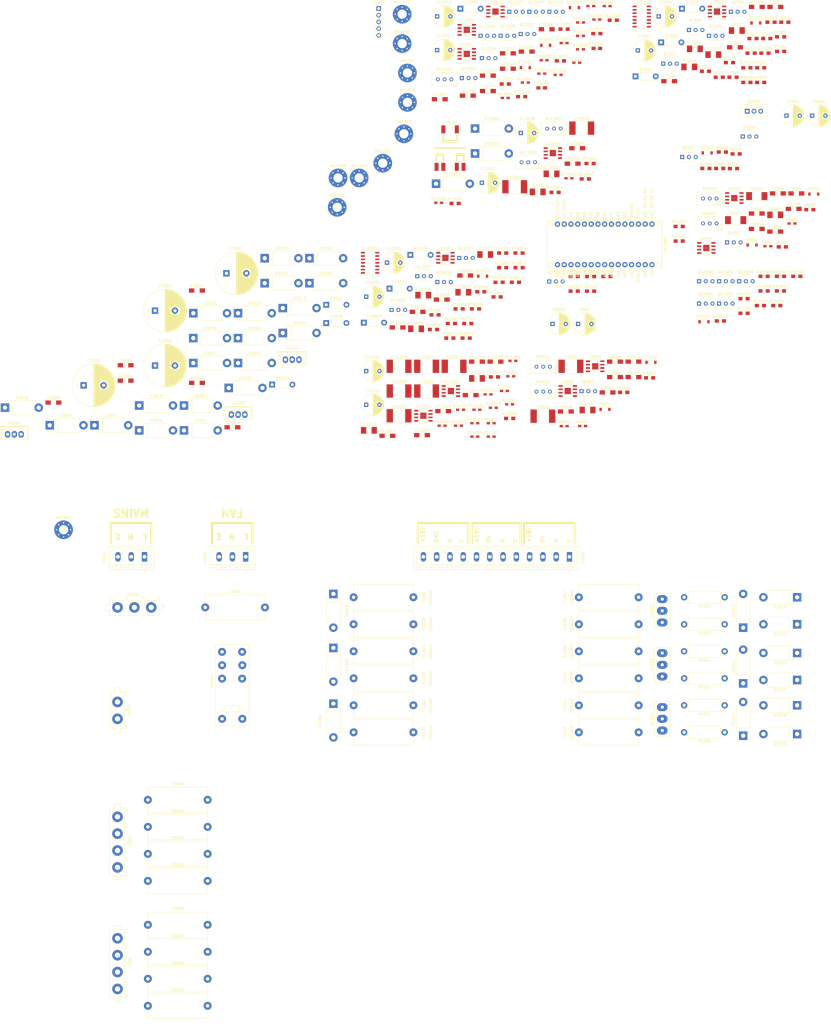
<source format=kicad_pcb>
(kicad_pcb (version 20171130) (host pcbnew 5.0.0-fee4fd1~66~ubuntu18.04.1)
  (title_block (title Controller) (date 2018-08-27) (rev 0.1))
  (layers (0 F.Cu signal) (31 B.Cu signal) (34 B.Paste user) (35 F.Paste user) (36 B.SilkS user) (37 F.SilkS user) (38 B.Mask user) (39 F.Mask user) (44 Edge.Cuts user))
  (net 0 "")
  (net 1 /psu/V_DCDC_+18)
  (net 2 Earth)
  (net 3 "Net-(C3002-Pad1)")
  (net 4 /comms_router/V_LOGIC)
  (net 5 /comms/VCC)
  (net 6 "Net-(C3006-Pad1)")
  (net 7 "Net-(C3008-Pad2)")
  (net 8 /comms/VEE)
  (net 9 "Net-(C6001-Pad1)")
  (net 10 "Net-(C6001-Pad2)")
  (net 11 "Net-(C6004-Pad2)")
  (net 12 "Net-(C6005-Pad1)")
  (net 13 "Net-(C6005-Pad2)")
  (net 14 "Net-(C6008-Pad1)")
  (net 15 "Net-(C6008-Pad2)")
  (net 16 "Net-(C6009-Pad1)")
  (net 17 "Net-(C7001-Pad1)")
  (net 18 "Net-(C7002-Pad1)")
  (net 19 "Net-(C7003-Pad2)")
  (net 20 "Net-(C7004-Pad2)")
  (net 21 "Net-(C7006-Pad1)")
  (net 22 "Net-(C7006-Pad2)")
  (net 23 "Net-(C7007-Pad2)")
  (net 24 "Net-(C7009-Pad1)")
  (net 25 "Net-(C7010-Pad1)")
  (net 26 "Net-(C9001-Pad1)")
  (net 27 "Net-(C9001-Pad2)")
  (net 28 "Net-(C9004-Pad2)")
  (net 29 "Net-(C9005-Pad1)")
  (net 30 "Net-(C9005-Pad2)")
  (net 31 "Net-(C9008-Pad1)")
  (net 32 "Net-(C9008-Pad2)")
  (net 33 "Net-(C9009-Pad1)")
  (net 34 "Net-(C10001-Pad1)")
  (net 35 "Net-(C10002-Pad1)")
  (net 36 "Net-(C10003-Pad2)")
  (net 37 "Net-(C10004-Pad2)")
  (net 38 "Net-(C10006-Pad1)")
  (net 39 "Net-(C10006-Pad2)")
  (net 40 "Net-(C10007-Pad2)")
  (net 41 "Net-(C10009-Pad1)")
  (net 42 "Net-(C10010-Pad1)")
  (net 43 "Net-(C11001-Pad1)")
  (net 44 "Net-(C11001-Pad2)")
  (net 45 "Net-(C11002-Pad1)")
  (net 46 "Net-(C11002-Pad2)")
  (net 47 "Net-(C11003-Pad1)")
  (net 48 "Net-(C11003-Pad2)")
  (net 49 "Net-(C11004-Pad1)")
  (net 50 "Net-(C11004-Pad2)")
  (net 51 "Net-(C11007-Pad2)")
  (net 52 "Net-(C11008-Pad2)")
  (net 53 "Net-(C11009-Pad2)")
  (net 54 "Net-(C11010-Pad2)")
  (net 55 "Net-(C11011-Pad2)")
  (net 56 "Net-(C12004-Pad1)")
  (net 57 "Net-(C12008-Pad1)")
  (net 58 "Net-(C12009-Pad1)")
  (net 59 "Net-(C12010-Pad1)")
  (net 60 "Net-(C13002-Pad1)")
  (net 61 "Net-(C13002-Pad2)")
  (net 62 "Net-(C13005-Pad1)")
  (net 63 "Net-(C13005-Pad2)")
  (net 64 /comms/X)
  (net 65 /comms/Y)
  (net 66 "Net-(D2001-Pad2)")
  (net 67 "Net-(D3001-Pad2)")
  (net 68 "Net-(D3004-Pad1)")
  (net 69 "Net-(D3009-Pad2)")
  (net 70 "Net-(D3012-Pad1)")
  (net 71 "Net-(D3018-Pad1)")
  (net 72 "Net-(D3021-Pad1)")
  (net 73 /comms/OSC_15K_UNMUTE_10BAUD_SDA)
  (net 74 "Net-(D7002-Pad2)")
  (net 75 "Net-(D7003-Pad1)")
  (net 76 /comms/OSC_25K_UNMUTE_10BAUD_SCL)
  (net 77 "Net-(D10002-Pad2)")
  (net 78 "Net-(D10003-Pad1)")
  (net 79 "Net-(D12001-Pad1)")
  (net 80 "Net-(D12002-Pad1)")
  (net 81 "Net-(D12002-Pad2)")
  (net 82 "Net-(D12003-Pad1)")
  (net 83 "Net-(D12003-Pad2)")
  (net 84 "Net-(D12004-Pad1)")
  (net 85 "Net-(D12004-Pad2)")
  (net 86 "Net-(D13001-Pad1)")
  (net 87 "Net-(D13002-Pad2)")
  (net 88 "Net-(D14001-Pad1)")
  (net 89 /comms/DETECTOR_15K_10BAUD_SDA)
  (net 90 "Net-(F1001-Pad2)")
  (net 91 "Net-(F1002-Pad2)")
  (net 92 "Net-(F1003-Pad2)")
  (net 93 "Net-(F1004-Pad2)")
  (net 94 "Net-(F1005-Pad2)")
  (net 95 "Net-(F1006-Pad2)")
  (net 96 "Net-(F1007-Pad1)")
  (net 97 "Net-(F1007-Pad2)")
  (net 98 "Net-(F1008-Pad1)")
  (net 99 "Net-(F1008-Pad2)")
  (net 100 "Net-(F1009-Pad1)")
  (net 101 "Net-(F1009-Pad2)")
  (net 102 "Net-(F1010-Pad1)")
  (net 103 "Net-(F1010-Pad2)")
  (net 104 "Net-(F1011-Pad1)")
  (net 105 "Net-(F1011-Pad2)")
  (net 106 "Net-(F1012-Pad1)")
  (net 107 "Net-(F1012-Pad2)")
  (net 108 /fan-switch/L)
  (net 109 "Net-(F2001-Pad2)")
  (net 110 /psu/TR01-1)
  (net 111 /psu/TR01-2)
  (net 112 /psu/TR01-3)
  (net 113 /psu/TR01-4)
  (net 114 /psu/TR02-1)
  (net 115 /psu/TR02-2)
  (net 116 /psu/TR02-3)
  (net 117 /psu/TR02-4)
  (net 118 /fan-switch/N)
  (net 119 /fan-switch/LFAN)
  (net 120 /fan-switch/NFAN)
  (net 121 "Net-(J1004-Pad2)")
  (net 122 /cpu/CPU_HIBAUD_SCL)
  (net 123 /cpu/CPU_HIBAUD_SDA)
  (net 124 /cpu/RESET)
  (net 125 "Net-(K2001-Pad22)")
  (net 126 "Net-(K2001-Pad12)")
  (net 127 "Net-(Q2001-Pad2)")
  (net 128 "Net-(Q2001-Pad1)")
  (net 129 "Net-(Q2002-Pad2)")
  (net 130 "Net-(Q2002-Pad1)")
  (net 131 "Net-(Q2003-Pad1)")
  (net 132 "Net-(Q6001-Pad2)")
  (net 133 "Net-(Q6001-Pad1)")
  (net 134 "Net-(Q7001-Pad2)")
  (net 135 "Net-(Q7002-Pad1)")
  (net 136 "Net-(Q7003-Pad2)")
  (net 137 "Net-(Q7003-Pad1)")
  (net 138 "Net-(Q7004-Pad2)")
  (net 139 "Net-(Q9001-Pad2)")
  (net 140 "Net-(Q9001-Pad1)")
  (net 141 "Net-(Q10001-Pad2)")
  (net 142 "Net-(Q10002-Pad1)")
  (net 143 "Net-(Q10003-Pad2)")
  (net 144 "Net-(Q10003-Pad1)")
  (net 145 "Net-(Q10004-Pad2)")
  (net 146 "Net-(Q12001-Pad2)")
  (net 147 "Net-(Q12001-Pad3)")
  (net 148 "Net-(Q12004-Pad2)")
  (net 149 "Net-(Q12005-Pad3)")
  (net 150 "Net-(Q12005-Pad1)")
  (net 151 "Net-(Q12006-Pad3)")
  (net 152 "Net-(Q12006-Pad1)")
  (net 153 "Net-(Q14001-Pad2)")
  (net 154 "Net-(Q14002-Pad3)")
  (net 155 "Net-(Q14003-Pad2)")
  (net 156 "Net-(Q14004-Pad2)")
  (net 157 "Net-(Q15001-Pad2)")
  (net 158 "Net-(A15001-Pad28)")
  (net 159 /cpu/FAN_ON)
  (net 160 "Net-(R7008-Pad2)")
  (net 161 "Net-(R7009-Pad2)")
  (net 162 "Net-(R7011-Pad1)")
  (net 163 "Net-(R7012-Pad1)")
  (net 164 "Net-(R7012-Pad2)")
  (net 165 "Net-(R7013-Pad1)")
  (net 166 "Net-(R7014-Pad1)")
  (net 167 "Net-(R7014-Pad2)")
  (net 168 "Net-(R10008-Pad2)")
  (net 169 "Net-(R10009-Pad2)")
  (net 170 "Net-(R10011-Pad1)")
  (net 171 "Net-(R10012-Pad1)")
  (net 172 "Net-(R10012-Pad2)")
  (net 173 "Net-(R10013-Pad1)")
  (net 174 "Net-(R10014-Pad1)")
  (net 175 "Net-(R10014-Pad2)")
  (net 176 "Net-(R11012-Pad2)")
  (net 177 "Net-(R11014-Pad2)")
  (net 178 "Net-(R12002-Pad2)")
  (net 179 "Net-(R12003-Pad1)")
  (net 180 "Net-(R12005-Pad2)")
  (net 181 "Net-(R12006-Pad1)")
  (net 182 "Net-(R12007-Pad1)")
  (net 183 "Net-(R13001-Pad1)")
  (net 184 /comms_router/CPU_10BAUD_SCL)
  (net 185 /comms_router/CPU_10BAUD_SDA)
  (net 186 /comms_router/CPU_10BAUD_WR_EN)
  (net 187 "Net-(RV6001-Pad2)")
  (net 188 "Net-(RV9001-Pad2)")
  (net 189 "Net-(RV12001-Pad2)")
  (net 190 "Net-(RV13001-Pad2)")
  (net 191 "Net-(RV13002-Pad2)")
  (net 192 "Net-(U6001-Pad1)")
  (net 193 "Net-(U6001-Pad5)")
  (net 194 "Net-(U6001-Pad8)")
  (net 195 "Net-(U6002-Pad1)")
  (net 196 "Net-(U6002-Pad5)")
  (net 197 "Net-(U6002-Pad8)")
  (net 198 "Net-(U7002-Pad1)")
  (net 199 "Net-(U7002-Pad5)")
  (net 200 "Net-(U7002-Pad8)")
  (net 201 "Net-(U9001-Pad1)")
  (net 202 "Net-(U9001-Pad5)")
  (net 203 "Net-(U9001-Pad8)")
  (net 204 "Net-(U9002-Pad1)")
  (net 205 "Net-(U9002-Pad5)")
  (net 206 "Net-(U9002-Pad8)")
  (net 207 "Net-(U10002-Pad1)")
  (net 208 "Net-(U10002-Pad5)")
  (net 209 "Net-(U10002-Pad8)")
  (net 210 "Net-(U12001-Pad1)")
  (net 211 "Net-(U12001-Pad5)")
  (net 212 "Net-(U12001-Pad8)")
  (net 213 "Net-(U12002-Pad1)")
  (net 214 "Net-(U12002-Pad5)")
  (net 215 "Net-(U12002-Pad8)")
  (net 216 "Net-(U12003-Pad1)")
  (net 217 "Net-(U12003-Pad5)")
  (net 218 "Net-(U12003-Pad8)")
  (net 219 "Net-(A15001-Pad1)")
  (net 220 "Net-(A15001-Pad2)")
  (net 221 "Net-(A15001-Pad9)")
  (net 222 "Net-(A15001-Pad10)")
  (net 223 "Net-(A15001-Pad11)")
  (net 224 "Net-(A15001-Pad12)")
  (net 225 "Net-(A15001-Pad13)")
  (net 226 "Net-(A15001-Pad14)")
  (net 227 "Net-(A15001-Pad15)")
  (net 228 "Net-(A15001-Pad16)")
  (net 229 "Net-(A15001-Pad17)")
  (net 230 "Net-(A15001-Pad18)")
  (net 231 "Net-(A15001-Pad19)")
  (net 232 "Net-(A15001-Pad20)")
  (net 233 "Net-(A15001-Pad21)")
  (net 234 "Net-(A15001-Pad22)")
  (net 235 "Net-(A15001-Pad25)")
  (net 236 "Net-(A15001-Pad26)")
  (net 237 "Net-(A15001-Pad30)")
  (net 238 /comms/comms/osc_15k/osc_15k/osc/OUT)
  (net 239 /comms/comms/barrier/OSC_15K_SIG_OUT_10BAUD_SDA)
  (net 240 /comms/comms/osc_25k/osc_25k/osc/OUT)
  (net 241 /comms/comms/barrier/OSC_25K_SIG_OUT_10BAUD_SCL)
  (net 242 /comms/comms/filter_15k/IN)
  (net 243 /comms/comms/detector_15k/IN)
  (module footprints:arduino-nano_3.x (layer F.Cu) (at 211.379001 -89.560999)
    (fp_text reference A15001 (at 40.64 7.62 90) (layer F.SilkS))
    (fp_text value Arduino_Nano_v3.x)
    (fp_text user VIN (at 35.56 18.415 90) (layer F.SilkS))
    (fp_text user GND (at 33.02 18.796 90) (layer F.SilkS))
    (fp_text user RESET (at 30.48 19.558 90) (layer F.SilkS))
    (fp_text user +5V (at 27.94 18.796 90) (layer F.SilkS))
    (fp_text user A07 (at 25.4 18.542 90) (layer F.SilkS))
    (fp_text user A06 (at 22.86 18.542 90) (layer F.SilkS))
    (fp_text user A05 (at 20.32 18.542 90) (layer F.SilkS))
    (fp_text user A04 (at 17.78 18.542 90) (layer F.SilkS))
    (fp_text user A03 (at 15.24 18.542 90) (layer F.SilkS))
    (fp_text user A02 (at 12.7 18.542 90) (layer F.SilkS))
    (fp_text user A01 (at 10.16 18.542 90) (layer F.SilkS))
    (fp_text user A00 (at 7.62 18.542 90) (layer F.SilkS))
    (fp_text user AREF (at 5.08 18.923 90) (layer F.SilkS))
    (fp_text user +3.3V (at 2.54 19.431 90) (layer F.SilkS))
    (fp_text user D13/SCK (at 0 20.574 90) (layer F.SilkS))
    (fp_text user D12/MISO (at 0 -5.5118 90) (layer F.SilkS))
    (fp_text user D11/MOSI (at 2.54 -5.5118 90) (layer F.SilkS))
    (fp_text user D10 (at 5.08 -3.175 90) (layer F.SilkS))
    (fp_text user D09 (at 7.62 -3.175 90) (layer F.SilkS))
    (fp_text user D08 (at 10.16 -3.175 90) (layer F.SilkS))
    (fp_text user D07 (at 12.7 -3.175 90) (layer F.SilkS))
    (fp_text user D06 (at 15.24 -3.175 90) (layer F.SilkS))
    (fp_text user D05 (at 17.78 -3.175 90) (layer F.SilkS))
    (fp_text user D04 (at 20.32 -3.175 90) (layer F.SilkS))
    (fp_text user D03 (at 22.86 -3.175 90) (layer F.SilkS))
    (fp_text user D02 (at 25.4 -3.175 90) (layer F.SilkS))
    (fp_text user GROUND (at 27.94 -4.826 90) (layer F.SilkS))
    (fp_text user RESET (at 30.48 -4.064 90) (layer F.SilkS))
    (fp_text user "D00: RS232 RX" (at 33.02 -7.62 90) (layer F.SilkS))
    (fp_text user "D01: RS232 TX" (at 35.56 -7.493 90) (layer F.SilkS))
    (pad 1 thru_hole circle (at 35.56 0) (size 2 2) (drill 1) (layers *.Cu *.Mask) (net 219 "Net-(A15001-Pad1)"))
    (pad 2 thru_hole circle (at 33.02 0) (size 2 2) (drill 1) (layers *.Cu *.Mask) (net 220 "Net-(A15001-Pad2)"))
    (pad 3 thru_hole circle (at 30.48 0) (size 2 2) (drill 1) (layers *.Cu *.Mask) (net 158 "Net-(A15001-Pad28)"))
    (pad 4 thru_hole circle (at 27.94 0) (size 2 2) (drill 1) (layers *.Cu *.Mask) (net 2 Earth))
    (pad 5 thru_hole circle (at 25.4 0) (size 2 2) (drill 1) (layers *.Cu *.Mask) (net 185 /comms_router/CPU_10BAUD_SDA))
    (pad 6 thru_hole circle (at 22.86 0) (size 2 2) (drill 1) (layers *.Cu *.Mask) (net 184 /comms_router/CPU_10BAUD_SCL))
    (pad 7 thru_hole circle (at 20.32 0) (size 2 2) (drill 1) (layers *.Cu *.Mask) (net 186 /comms_router/CPU_10BAUD_WR_EN))
    (pad 8 thru_hole circle (at 17.78 0) (size 2 2) (drill 1) (layers *.Cu *.Mask) (net 159 /cpu/FAN_ON))
    (pad 9 thru_hole circle (at 15.24 0) (size 2 2) (drill 1) (layers *.Cu *.Mask) (net 221 "Net-(A15001-Pad9)"))
    (pad 10 thru_hole circle (at 12.7 0) (size 2 2) (drill 1) (layers *.Cu *.Mask) (net 222 "Net-(A15001-Pad10)"))
    (pad 11 thru_hole circle (at 10.16 0) (size 2 2) (drill 1) (layers *.Cu *.Mask) (net 223 "Net-(A15001-Pad11)"))
    (pad 12 thru_hole circle (at 7.62 0) (size 2 2) (drill 1) (layers *.Cu *.Mask) (net 224 "Net-(A15001-Pad12)"))
    (pad 13 thru_hole circle (at 5.08 0) (size 2 2) (drill 1) (layers *.Cu *.Mask) (net 225 "Net-(A15001-Pad13)"))
    (pad 14 thru_hole circle (at 2.54 0) (size 2 2) (drill 1) (layers *.Cu *.Mask) (net 226 "Net-(A15001-Pad14)"))
    (pad 15 thru_hole circle (at 0 0) (size 2 2) (drill 1) (layers *.Cu *.Mask) (net 227 "Net-(A15001-Pad15)"))
    (pad 16 thru_hole circle (at 0 15.24) (size 2 2) (drill 1) (layers *.Cu *.Mask) (net 228 "Net-(A15001-Pad16)"))
    (pad 17 thru_hole circle (at 2.54 15.24) (size 2 2) (drill 1) (layers *.Cu *.Mask) (net 229 "Net-(A15001-Pad17)"))
    (pad 18 thru_hole circle (at 5.08 15.24) (size 2 2) (drill 1) (layers *.Cu *.Mask) (net 230 "Net-(A15001-Pad18)"))
    (pad 19 thru_hole circle (at 7.62 15.24) (size 2 2) (drill 1) (layers *.Cu *.Mask) (net 231 "Net-(A15001-Pad19)"))
    (pad 20 thru_hole circle (at 10.16 15.24) (size 2 2) (drill 1) (layers *.Cu *.Mask) (net 232 "Net-(A15001-Pad20)"))
    (pad 21 thru_hole circle (at 12.7 15.24) (size 2 2) (drill 1) (layers *.Cu *.Mask) (net 233 "Net-(A15001-Pad21)"))
    (pad 22 thru_hole circle (at 15.24 15.24) (size 2 2) (drill 1) (layers *.Cu *.Mask) (net 234 "Net-(A15001-Pad22)"))
    (pad 23 thru_hole circle (at 17.78 15.24) (size 2 2) (drill 1) (layers *.Cu *.Mask) (net 123 /cpu/CPU_HIBAUD_SDA))
    (pad 24 thru_hole circle (at 20.32 15.24) (size 2 2) (drill 1) (layers *.Cu *.Mask) (net 122 /cpu/CPU_HIBAUD_SCL))
    (pad 25 thru_hole circle (at 22.86 15.24) (size 2 2) (drill 1) (layers *.Cu *.Mask) (net 235 "Net-(A15001-Pad25)"))
    (pad 26 thru_hole circle (at 25.4 15.24) (size 2 2) (drill 1) (layers *.Cu *.Mask) (net 236 "Net-(A15001-Pad26)"))
    (pad 27 thru_hole circle (at 27.94 15.24) (size 2 2) (drill 1) (layers *.Cu *.Mask) (net 4 /comms_router/V_LOGIC))
    (pad 28 thru_hole circle (at 30.48 15.24) (size 2 2) (drill 1) (layers *.Cu *.Mask) (net 158 "Net-(A15001-Pad28)"))
    (pad 29 thru_hole circle (at 33.02 15.24) (size 2 2) (drill 1) (layers *.Cu *.Mask) (net 2 Earth))
    (pad 30 thru_hole circle (at 35.56 15.24) (size 2 2) (drill 1) (layers *.Cu *.Mask) (net 237 "Net-(A15001-Pad30)"))
  )
  (module Capacitors_THT:CP_Radial_D16.0mm_P7.50mm (layer F.Cu) (at 86.735001 -71.075)
    (fp_text reference C3001 (at 3.75 -9.31) (layer F.SilkS))
    (fp_text value 1000uF/63V)
    (pad 1 thru_hole rect (at 0 0) (size 2.4 2.4) (drill 1.2) (layers *.Cu *.Mask) (net 1 /psu/V_DCDC_+18))
    (pad 2 thru_hole circle (at 7.5 0) (size 2.4 2.4) (drill 1.2) (layers *.Cu *.Mask) (net 2 Earth))
  )
  (module Capacitors_THT:CP_Radial_D16.0mm_P7.50mm (layer F.Cu) (at 59.855001 -57.025)
    (fp_text reference C3002 (at 3.75 -9.31) (layer F.SilkS))
    (fp_text value 470uF/63V)
    (pad 1 thru_hole rect (at 0 0) (size 2.4 2.4) (drill 1.2) (layers *.Cu *.Mask) (net 3 "Net-(C3002-Pad1)"))
    (pad 2 thru_hole circle (at 7.5 0) (size 2.4 2.4) (drill 1.2) (layers *.Cu *.Mask) (net 2 Earth))
  )
  (module Capacitors_SMD:C_1206_HandSoldering (layer F.Cu) (at 88.995001 -13.145)
    (fp_text reference C3003 (at 0 -1.75) (layer F.SilkS))
    (fp_text value 100nF)
    (pad 1 smd rect (at -2 0) (size 2 1.6) (layers F.Cu F.Paste F.Mask) (net 3 "Net-(C3002-Pad1)"))
    (pad 2 smd rect (at 2 0) (size 2 1.6) (layers F.Cu F.Paste F.Mask) (net 2 Earth))
  )
  (module Capacitors_SMD:C_1206_HandSoldering (layer F.Cu) (at 75.655001 -29.855)
    (fp_text reference C3004 (at 0 -1.75) (layer F.SilkS))
    (fp_text value 1uF)
    (pad 1 smd rect (at -2 0) (size 2 1.6) (layers F.Cu F.Paste F.Mask) (net 4 /comms_router/V_LOGIC))
    (pad 2 smd rect (at 2 0) (size 2 1.6) (layers F.Cu F.Paste F.Mask) (net 2 Earth))
  )
  (module Capacitors_SMD:C_1206_HandSoldering (layer F.Cu) (at 48.775001 -30.685)
    (fp_text reference C3005 (at 0 -1.75) (layer F.SilkS))
    (fp_text value 1uF)
    (pad 1 smd rect (at -2 0) (size 2 1.6) (layers F.Cu F.Paste F.Mask) (net 5 /comms/VCC))
    (pad 2 smd rect (at 2 0) (size 2 1.6) (layers F.Cu F.Paste F.Mask) (net 2 Earth))
  )
  (module Capacitors_THT:CP_Radial_D16.0mm_P7.50mm (layer F.Cu) (at 59.855001 -36.355)
    (fp_text reference C3006 (at 3.75 -9.31) (layer F.SilkS))
    (fp_text value 470uF/63V)
    (pad 1 thru_hole rect (at 0 0) (size 2.4 2.4) (drill 1.2) (layers *.Cu *.Mask) (net 6 "Net-(C3006-Pad1)"))
    (pad 2 thru_hole circle (at 7.5 0) (size 2.4 2.4) (drill 1.2) (layers *.Cu *.Mask) (net 2 Earth))
  )
  (module Capacitors_SMD:C_1206_HandSoldering (layer F.Cu) (at 75.655001 -64.585)
    (fp_text reference C3007 (at 0 -1.75) (layer F.SilkS))
    (fp_text value 100nF)
    (pad 1 smd rect (at -2 0) (size 2 1.6) (layers F.Cu F.Paste F.Mask) (net 6 "Net-(C3006-Pad1)"))
    (pad 2 smd rect (at 2 0) (size 2 1.6) (layers F.Cu F.Paste F.Mask) (net 2 Earth))
  )
  (module Capacitors_SMD:C_1206_HandSoldering (layer F.Cu) (at 21.595001 -22.435)
    (fp_text reference C3008 (at 0 -1.75) (layer F.SilkS))
    (fp_text value 100nF)
    (pad 1 smd rect (at -2 0) (size 2 1.6) (layers F.Cu F.Paste F.Mask) (net 2 Earth))
    (pad 2 smd rect (at 2 0) (size 2 1.6) (layers F.Cu F.Paste F.Mask) (net 7 "Net-(C3008-Pad2)"))
  )
  (module Capacitors_SMD:C_1206_HandSoldering (layer F.Cu) (at 48.775001 -36.485)
    (fp_text reference C3009 (at 0 -1.75) (layer F.SilkS))
    (fp_text value 1uF)
    (pad 1 smd rect (at -2 0) (size 2 1.6) (layers F.Cu F.Paste F.Mask) (net 2 Earth))
    (pad 2 smd rect (at 2 0) (size 2 1.6) (layers F.Cu F.Paste F.Mask) (net 8 /comms/VEE))
  )
  (module Capacitors_THT:CP_Radial_D16.0mm_P7.50mm (layer F.Cu) (at 32.975001 -28.925)
    (fp_text reference C3010 (at 3.75 -9.31) (layer F.SilkS))
    (fp_text value 470uF/63V)
    (pad 1 thru_hole rect (at 0 0) (size 2.4 2.4) (drill 1.2) (layers *.Cu *.Mask) (net 2 Earth))
    (pad 2 thru_hole circle (at 7.5 0) (size 2.4 2.4) (drill 1.2) (layers *.Cu *.Mask) (net 7 "Net-(C3008-Pad2)"))
  )
  (module Capacitors_THT:CP_Radial_D8.0mm_P5.00mm (layer F.Cu) (at 297.610001 -130.345)
    (fp_text reference C5001 (at 2.5 -5.31) (layer F.SilkS))
    (fp_text value "47uF / 63V")
    (pad 1 thru_hole rect (at 0 0) (size 1.6 1.6) (drill 0.8) (layers *.Cu *.Mask) (net 5 /comms/VCC))
    (pad 2 thru_hole circle (at 5 0) (size 1.6 1.6) (drill 0.8) (layers *.Cu *.Mask) (net 2 Earth))
  )
  (module Capacitors_THT:CP_Radial_D8.0mm_P5.00mm (layer F.Cu) (at 307.270001 -130.345)
    (fp_text reference C5002 (at 2.5 -5.31) (layer F.SilkS))
    (fp_text value "47uF / 63V")
    (pad 1 thru_hole rect (at 0 0) (size 1.6 1.6) (drill 0.8) (layers *.Cu *.Mask) (net 2 Earth))
    (pad 2 thru_hole circle (at 5 0) (size 1.6 1.6) (drill 0.8) (layers *.Cu *.Mask) (net 8 /comms/VEE))
  )
  (module Capacitors_SMD:C_1812_HandSoldering (layer F.Cu) (at 278.475001 -91.055)
    (fp_text reference C6001 (at 0 -2.75) (layer F.SilkS))
    (fp_text value 2.4nF)
    (pad 1 smd rect (at -2.9 0) (size 2.2 3) (layers F.Cu F.Paste F.Mask) (net 9 "Net-(C6001-Pad1)"))
    (pad 2 smd rect (at 2.9 0) (size 2.2 3) (layers F.Cu F.Paste F.Mask) (net 10 "Net-(C6001-Pad2)"))
  )
  (module Capacitors_SMD:C_1206_HandSoldering (layer F.Cu) (at 301.325001 -101.105)
    (fp_text reference C6002 (at 0 -1.75) (layer F.SilkS))
    (fp_text value 100nF)
    (pad 1 smd rect (at -2 0) (size 2 1.6) (layers F.Cu F.Paste F.Mask) (net 5 /comms/VCC))
    (pad 2 smd rect (at 2 0) (size 2 1.6) (layers F.Cu F.Paste F.Mask) (net 2 Earth))
  )
  (module Capacitors_SMD:C_1206_HandSoldering (layer F.Cu) (at 286.425001 -87.755)
    (fp_text reference C6003 (at 0 -1.75) (layer F.SilkS))
    (fp_text value 100nF)
    (pad 1 smd rect (at -2 0) (size 2 1.6) (layers F.Cu F.Paste F.Mask) (net 5 /comms/VCC))
    (pad 2 smd rect (at 2 0) (size 2 1.6) (layers F.Cu F.Paste F.Mask) (net 2 Earth))
  )
  (module Capacitors_SMD:C_1210_HandSoldering (layer F.Cu) (at 293.375001 -93.055)
    (fp_text reference C6004 (at 0 -2.25) (layer F.SilkS))
    (fp_text value 4.7uF)
    (pad 1 smd rect (at -2 0) (size 2 2.5) (layers F.Cu F.Paste F.Mask) (net 238 /comms/comms/osc_15k/osc_15k/osc/OUT))
    (pad 2 smd rect (at 2 0) (size 2 2.5) (layers F.Cu F.Paste F.Mask) (net 11 "Net-(C6004-Pad2)"))
  )
  (module Capacitors_SMD:C_1812_HandSoldering (layer F.Cu) (at 286.425001 -100.105)
    (fp_text reference C6005 (at 0 -2.75) (layer F.SilkS))
    (fp_text value 2.4nF)
    (pad 1 smd rect (at -2.9 0) (size 2.2 3) (layers F.Cu F.Paste F.Mask) (net 12 "Net-(C6005-Pad1)"))
    (pad 2 smd rect (at 2.9 0) (size 2.2 3) (layers F.Cu F.Paste F.Mask) (net 13 "Net-(C6005-Pad2)"))
  )
  (module Capacitors_SMD:C_1206_HandSoldering (layer F.Cu) (at 294.375001 -101.105)
    (fp_text reference C6006 (at 0 -1.75) (layer F.SilkS))
    (fp_text value 100nF)
    (pad 1 smd rect (at -2 0) (size 2 1.6) (layers F.Cu F.Paste F.Mask) (net 8 /comms/VEE))
    (pad 2 smd rect (at 2 0) (size 2 1.6) (layers F.Cu F.Paste F.Mask) (net 2 Earth))
  )
  (module Capacitors_SMD:C_1206_HandSoldering (layer F.Cu) (at 293.375001 -86.755)
    (fp_text reference C6007 (at 0 -1.75) (layer F.SilkS))
    (fp_text value 100nF)
    (pad 1 smd rect (at -2 0) (size 2 1.6) (layers F.Cu F.Paste F.Mask) (net 8 /comms/VEE))
    (pad 2 smd rect (at 2 0) (size 2 1.6) (layers F.Cu F.Paste F.Mask) (net 2 Earth))
  )
  (module Capacitors_SMD:C_1206_HandSoldering (layer F.Cu) (at 300.325001 -95.305)
    (fp_text reference C6008 (at 0 -1.75) (layer F.SilkS))
    (fp_text value 1uF)
    (pad 1 smd rect (at -2 0) (size 2 1.6) (layers F.Cu F.Paste F.Mask) (net 14 "Net-(C6008-Pad1)"))
    (pad 2 smd rect (at 2 0) (size 2 1.6) (layers F.Cu F.Paste F.Mask) (net 15 "Net-(C6008-Pad2)"))
  )
  (module Capacitors_SMD:C_1206_HandSoldering (layer F.Cu) (at 286.425001 -93.555)
    (fp_text reference C6009 (at 0 -1.75) (layer F.SilkS))
    (fp_text value 0.47uF)
    (pad 1 smd rect (at -2 0) (size 2 1.6) (layers F.Cu F.Paste F.Mask) (net 16 "Net-(C6009-Pad1)"))
    (pad 2 smd rect (at 2 0) (size 2 1.6) (layers F.Cu F.Paste F.Mask) (net 13 "Net-(C6005-Pad2)"))
  )
  (module Capacitors_THT:CP_Radial_D8.0mm_P5.00mm (layer F.Cu) (at 241.640001 -154.905)
    (fp_text reference C7001 (at 2.5 -5.31) (layer F.SilkS))
    (fp_text value "47uF / 63V")
    (pad 1 thru_hole rect (at 0 0) (size 1.6 1.6) (drill 0.8) (layers *.Cu *.Mask) (net 17 "Net-(C7001-Pad1)"))
    (pad 2 thru_hole circle (at 5 0) (size 1.6 1.6) (drill 0.8) (layers *.Cu *.Mask) (net 2 Earth))
  )
  (module Capacitors_SMD:C_1206_HandSoldering (layer F.Cu) (at 293.415001 -171.265)
    (fp_text reference C7002 (at 0 -1.75) (layer F.SilkS))
    (fp_text value 100nF)
    (pad 1 smd rect (at -2 0) (size 2 1.6) (layers F.Cu F.Paste F.Mask) (net 18 "Net-(C7002-Pad1)"))
    (pad 2 smd rect (at 2 0) (size 2 1.6) (layers F.Cu F.Paste F.Mask) (net 2 Earth))
  )
  (module Capacitors_SMD:C_1206_HandSoldering (layer F.Cu) (at 278.215001 -156.065)
    (fp_text reference C7003 (at 0 -1.75) (layer F.SilkS))
    (fp_text value 100nF)
    (pad 1 smd rect (at -2 0) (size 2 1.6) (layers F.Cu F.Paste F.Mask) (net 2 Earth))
    (pad 2 smd rect (at 2 0) (size 2 1.6) (layers F.Cu F.Paste F.Mask) (net 19 "Net-(C7003-Pad2)"))
  )
  (module Capacitors_THT:CP_Radial_D8.0mm_P5.00mm (layer F.Cu) (at 249.490001 -167.705)
    (fp_text reference C7004 (at 2.5 -5.31) (layer F.SilkS))
    (fp_text value "47uF / 63V")
    (pad 1 thru_hole rect (at 0 0) (size 1.6 1.6) (drill 0.8) (layers *.Cu *.Mask) (net 2 Earth))
    (pad 2 thru_hole circle (at 5 0) (size 1.6 1.6) (drill 0.8) (layers *.Cu *.Mask) (net 20 "Net-(C7004-Pad2)"))
  )
  (module Capacitors_SMD:C_1206_HandSoldering (layer F.Cu) (at 286.465001 -171.265)
    (fp_text reference C7005 (at 0 -1.75) (layer F.SilkS))
    (fp_text value 100nF)
    (pad 1 smd rect (at -2 0) (size 2 1.6) (layers F.Cu F.Paste F.Mask) (net 2 Earth))
    (pad 2 smd rect (at 2 0) (size 2 1.6) (layers F.Cu F.Paste F.Mask) (net 5 /comms/VCC))
  )
  (module Capacitors_SMD:C_1210_HandSoldering (layer F.Cu) (at 261.005001 -148.695)
    (fp_text reference C7006 (at 0 -2.25) (layer F.SilkS))
    (fp_text value 4.7uF)
    (pad 1 smd rect (at -2 0) (size 2 2.5) (layers F.Cu F.Paste F.Mask) (net 21 "Net-(C7006-Pad1)"))
    (pad 2 smd rect (at 2 0) (size 2 2.5) (layers F.Cu F.Paste F.Mask) (net 22 "Net-(C7006-Pad2)"))
  )
  (module Capacitors_SMD:C_1210_HandSoldering (layer F.Cu) (at 278.915001 -162.365)
    (fp_text reference C7007 (at 0 -2.25) (layer F.SilkS))
    (fp_text value 4.7uF)
    (pad 1 smd rect (at -2 0) (size 2 2.5) (layers F.Cu F.Paste F.Mask) (net 239 /comms/comms/barrier/OSC_15K_SIG_OUT_10BAUD_SDA))
    (pad 2 smd rect (at 2 0) (size 2 2.5) (layers F.Cu F.Paste F.Mask) (net 23 "Net-(C7007-Pad2)"))
  )
  (module Capacitors_SMD:C_1206_HandSoldering (layer F.Cu) (at 253.455001 -143.325)
    (fp_text reference C7008 (at 0 -1.75) (layer F.SilkS))
    (fp_text value 100nF)
    (pad 1 smd rect (at -2 0) (size 2 1.6) (layers F.Cu F.Paste F.Mask) (net 2 Earth))
    (pad 2 smd rect (at 2 0) (size 2 1.6) (layers F.Cu F.Paste F.Mask) (net 8 /comms/VEE))
  )
  (module Capacitors_SMD:C_1210_HandSoldering (layer F.Cu) (at 263.115001 -155.495)
    (fp_text reference C7009 (at 0 -2.25) (layer F.SilkS))
    (fp_text value 4.7uF)
    (pad 1 smd rect (at -2 0) (size 2 2.5) (layers F.Cu F.Paste F.Mask) (net 24 "Net-(C7009-Pad1)"))
    (pad 2 smd rect (at 2 0) (size 2 2.5) (layers F.Cu F.Paste F.Mask) (net 2 Earth))
  )
  (module Capacitors_SMD:C_1210_HandSoldering (layer F.Cu) (at 270.065001 -153.315)
    (fp_text reference C7010 (at 0 -2.25) (layer F.SilkS))
    (fp_text value 4.7uF)
    (pad 1 smd rect (at -2 0) (size 2 2.5) (layers F.Cu F.Paste F.Mask) (net 25 "Net-(C7010-Pad1)"))
    (pad 2 smd rect (at 2 0) (size 2 2.5) (layers F.Cu F.Paste F.Mask) (net 2 Earth))
  )
  (module Capacitors_THT:CP_Radial_D8.0mm_P5.00mm (layer F.Cu) (at 219.160001 -52.025)
    (fp_text reference C8001 (at 2.5 -5.31) (layer F.SilkS))
    (fp_text value "47uF / 63V")
    (pad 1 thru_hole rect (at 0 0) (size 1.6 1.6) (drill 0.8) (layers *.Cu *.Mask) (net 5 /comms/VCC))
    (pad 2 thru_hole circle (at 5 0) (size 1.6 1.6) (drill 0.8) (layers *.Cu *.Mask) (net 2 Earth))
  )
  (module Capacitors_THT:CP_Radial_D8.0mm_P5.00mm (layer F.Cu) (at 209.500001 -52.025)
    (fp_text reference C8002 (at 2.5 -5.31) (layer F.SilkS))
    (fp_text value "47uF / 63V")
    (pad 1 thru_hole rect (at 0 0) (size 1.6 1.6) (drill 0.8) (layers *.Cu *.Mask) (net 2 Earth))
    (pad 2 thru_hole circle (at 5 0) (size 1.6 1.6) (drill 0.8) (layers *.Cu *.Mask) (net 8 /comms/VEE))
  )
  (module Capacitors_SMD:C_2220_HandSoldering (layer F.Cu) (at 216.445001 -36.085)
    (fp_text reference C9001 (at 0 -3.5) (layer F.SilkS))
    (fp_text value 1nF)
    (pad 1 smd rect (at -3.5 0) (size 2.4 5) (layers F.Cu F.Paste F.Mask) (net 26 "Net-(C9001-Pad1)"))
    (pad 2 smd rect (at 3.5 0) (size 2.4 5) (layers F.Cu F.Paste F.Mask) (net 27 "Net-(C9001-Pad2)"))
  )
  (module Capacitors_SMD:C_1206_HandSoldering (layer F.Cu) (at 233.045001 -32.035)
    (fp_text reference C9002 (at 0 -1.75) (layer F.SilkS))
    (fp_text value 100nF)
    (pad 1 smd rect (at -2 0) (size 2 1.6) (layers F.Cu F.Paste F.Mask) (net 5 /comms/VCC))
    (pad 2 smd rect (at 2 0) (size 2 1.6) (layers F.Cu F.Paste F.Mask) (net 2 Earth))
  )
  (module Capacitors_SMD:C_1206_HandSoldering (layer F.Cu) (at 239.995001 -37.835)
    (fp_text reference C9003 (at 0 -1.75) (layer F.SilkS))
    (fp_text value 100nF)
    (pad 1 smd rect (at -2 0) (size 2 1.6) (layers F.Cu F.Paste F.Mask) (net 5 /comms/VCC))
    (pad 2 smd rect (at 2 0) (size 2 1.6) (layers F.Cu F.Paste F.Mask) (net 2 Earth))
  )
  (module Capacitors_SMD:C_1210_HandSoldering (layer F.Cu) (at 222.695001 -19.635)
    (fp_text reference C9004 (at 0 -2.25) (layer F.SilkS))
    (fp_text value 4.7uF)
    (pad 1 smd rect (at -2 0) (size 2 2.5) (layers F.Cu F.Paste F.Mask) (net 240 /comms/comms/osc_25k/osc_25k/osc/OUT))
    (pad 2 smd rect (at 2 0) (size 2 2.5) (layers F.Cu F.Paste F.Mask) (net 28 "Net-(C9004-Pad2)"))
  )
  (module Capacitors_SMD:C_2220_HandSoldering (layer F.Cu) (at 205.895001 -17.325)
    (fp_text reference C9005 (at 0 -3.5) (layer F.SilkS))
    (fp_text value 1nF)
    (pad 1 smd rect (at -3.5 0) (size 2.4 5) (layers F.Cu F.Paste F.Mask) (net 29 "Net-(C9005-Pad1)"))
    (pad 2 smd rect (at 3.5 0) (size 2.4 5) (layers F.Cu F.Paste F.Mask) (net 30 "Net-(C9005-Pad2)"))
  )
  (module Capacitors_SMD:C_1206_HandSoldering (layer F.Cu) (at 239.995001 -32.035)
    (fp_text reference C9006 (at 0 -1.75) (layer F.SilkS))
    (fp_text value 100nF)
    (pad 1 smd rect (at -2 0) (size 2 1.6) (layers F.Cu F.Paste F.Mask) (net 8 /comms/VEE))
    (pad 2 smd rect (at 2 0) (size 2 1.6) (layers F.Cu F.Paste F.Mask) (net 2 Earth))
  )
  (module Capacitors_SMD:C_1206_HandSoldering (layer F.Cu) (at 230.245001 -26.235)
    (fp_text reference C9007 (at 0 -1.75) (layer F.SilkS))
    (fp_text value 100nF)
    (pad 1 smd rect (at -2 0) (size 2 1.6) (layers F.Cu F.Paste F.Mask) (net 8 /comms/VEE))
    (pad 2 smd rect (at 2 0) (size 2 1.6) (layers F.Cu F.Paste F.Mask) (net 2 Earth))
  )
  (module Capacitors_SMD:C_1206_HandSoldering (layer F.Cu) (at 233.045001 -37.835)
    (fp_text reference C9008 (at 0 -1.75) (layer F.SilkS))
    (fp_text value 1uF)
    (pad 1 smd rect (at -2 0) (size 2 1.6) (layers F.Cu F.Paste F.Mask) (net 31 "Net-(C9008-Pad1)"))
    (pad 2 smd rect (at 2 0) (size 2 1.6) (layers F.Cu F.Paste F.Mask) (net 32 "Net-(C9008-Pad2)"))
  )
  (module Capacitors_SMD:C_1206_HandSoldering (layer F.Cu) (at 214.545001 -19.075)
    (fp_text reference C9009 (at 0 -1.75) (layer F.SilkS))
    (fp_text value 0.47uF)
    (pad 1 smd rect (at -2 0) (size 2 1.6) (layers F.Cu F.Paste F.Mask) (net 33 "Net-(C9009-Pad1)"))
    (pad 2 smd rect (at 2 0) (size 2 1.6) (layers F.Cu F.Paste F.Mask) (net 30 "Net-(C9005-Pad2)"))
  )
  (module Capacitors_THT:CP_Radial_D8.0mm_P5.00mm (layer F.Cu) (at 147.210001 -75.075)
    (fp_text reference C10001 (at 2.5 -5.31) (layer F.SilkS))
    (fp_text value "47uF / 63V")
    (pad 1 thru_hole rect (at 0 0) (size 1.6 1.6) (drill 0.8) (layers *.Cu *.Mask) (net 34 "Net-(C10001-Pad1)"))
    (pad 2 thru_hole circle (at 5 0) (size 1.6 1.6) (drill 0.8) (layers *.Cu *.Mask) (net 2 Earth))
  )
  (module Capacitors_SMD:C_1206_HandSoldering (layer F.Cu) (at 176.635001 -70.235)
    (fp_text reference C10002 (at 0 -1.75) (layer F.SilkS))
    (fp_text value 100nF)
    (pad 1 smd rect (at -2 0) (size 2 1.6) (layers F.Cu F.Paste F.Mask) (net 35 "Net-(C10002-Pad1)"))
    (pad 2 smd rect (at 2 0) (size 2 1.6) (layers F.Cu F.Paste F.Mask) (net 2 Earth))
  )
  (module Capacitors_SMD:C_1206_HandSoldering (layer F.Cu) (at 151.175001 -50.695)
    (fp_text reference C10003 (at 0 -1.75) (layer F.SilkS))
    (fp_text value 100nF)
    (pad 1 smd rect (at -2 0) (size 2 1.6) (layers F.Cu F.Paste F.Mask) (net 2 Earth))
    (pad 2 smd rect (at 2 0) (size 2 1.6) (layers F.Cu F.Paste F.Mask) (net 36 "Net-(C10003-Pad2)"))
  )
  (module Capacitors_THT:CP_Radial_D8.0mm_P5.00mm (layer F.Cu) (at 139.360001 -62.275)
    (fp_text reference C10004 (at 2.5 -5.31) (layer F.SilkS))
    (fp_text value "47uF / 63V")
    (pad 1 thru_hole rect (at 0 0) (size 1.6 1.6) (drill 0.8) (layers *.Cu *.Mask) (net 2 Earth))
    (pad 2 thru_hole circle (at 5 0) (size 1.6 1.6) (drill 0.8) (layers *.Cu *.Mask) (net 37 "Net-(C10004-Pad2)"))
  )
  (module Capacitors_SMD:C_1206_HandSoldering (layer F.Cu) (at 158.725001 -56.565)
    (fp_text reference C10005 (at 0 -1.75) (layer F.SilkS))
    (fp_text value 100nF)
    (pad 1 smd rect (at -2 0) (size 2 1.6) (layers F.Cu F.Paste F.Mask) (net 2 Earth))
    (pad 2 smd rect (at 2 0) (size 2 1.6) (layers F.Cu F.Paste F.Mask) (net 5 /comms/VCC))
  )
  (module Capacitors_SMD:C_1210_HandSoldering (layer F.Cu) (at 158.125001 -50.195)
    (fp_text reference C10006 (at 0 -2.25) (layer F.SilkS))
    (fp_text value 4.7uF)
    (pad 1 smd rect (at -2 0) (size 2 2.5) (layers F.Cu F.Paste F.Mask) (net 38 "Net-(C10006-Pad1)"))
    (pad 2 smd rect (at 2 0) (size 2 2.5) (layers F.Cu F.Paste F.Mask) (net 39 "Net-(C10006-Pad2)"))
  )
  (module Capacitors_SMD:C_1210_HandSoldering (layer F.Cu) (at 184.185001 -78.135)
    (fp_text reference C10007 (at 0 -2.25) (layer F.SilkS))
    (fp_text value 4.7uF)
    (pad 1 smd rect (at -2 0) (size 2 2.5) (layers F.Cu F.Paste F.Mask) (net 241 /comms/comms/barrier/OSC_25K_SIG_OUT_10BAUD_SCL))
    (pad 2 smd rect (at 2 0) (size 2 2.5) (layers F.Cu F.Paste F.Mask) (net 40 "Net-(C10007-Pad2)"))
  )
  (module Capacitors_SMD:C_1206_HandSoldering (layer F.Cu) (at 167.785001 -61.185)
    (fp_text reference C10008 (at 0 -1.75) (layer F.SilkS))
    (fp_text value 100nF)
    (pad 1 smd rect (at -2 0) (size 2 1.6) (layers F.Cu F.Paste F.Mask) (net 2 Earth))
    (pad 2 smd rect (at 2 0) (size 2 1.6) (layers F.Cu F.Paste F.Mask) (net 8 /comms/VEE))
  )
  (module Capacitors_SMD:C_1210_HandSoldering (layer F.Cu) (at 160.835001 -62.865)
    (fp_text reference C10009 (at 0 -2.25) (layer F.SilkS))
    (fp_text value 4.7uF)
    (pad 1 smd rect (at -2 0) (size 2 2.5) (layers F.Cu F.Paste F.Mask) (net 41 "Net-(C10009-Pad1)"))
    (pad 2 smd rect (at 2 0) (size 2 2.5) (layers F.Cu F.Paste F.Mask) (net 2 Earth))
  )
  (module Capacitors_SMD:C_1210_HandSoldering (layer F.Cu) (at 175.935001 -63.935)
    (fp_text reference C10010 (at 0 -2.25) (layer F.SilkS))
    (fp_text value 4.7uF)
    (pad 1 smd rect (at -2 0) (size 2 2.5) (layers F.Cu F.Paste F.Mask) (net 42 "Net-(C10010-Pad1)"))
    (pad 2 smd rect (at 2 0) (size 2 2.5) (layers F.Cu F.Paste F.Mask) (net 2 Earth))
  )
  (module Capacitors_SMD:C_2220_HandSoldering (layer F.Cu) (at 151.735001 -17.485)
    (fp_text reference C11001 (at 0 -3.5) (layer F.SilkS))
    (fp_text value 1nF)
    (pad 1 smd rect (at -3.5 0) (size 2.4 5) (layers F.Cu F.Paste F.Mask) (net 43 "Net-(C11001-Pad1)"))
    (pad 2 smd rect (at 3.5 0) (size 2.4 5) (layers F.Cu F.Paste F.Mask) (net 44 "Net-(C11001-Pad2)"))
  )
  (module Capacitors_SMD:C_2220_HandSoldering (layer F.Cu) (at 162.085001 -26.785)
    (fp_text reference C11002 (at 0 -3.5) (layer F.SilkS))
    (fp_text value 1nF)
    (pad 1 smd rect (at -3.5 0) (size 2.4 5) (layers F.Cu F.Paste F.Mask) (net 45 "Net-(C11002-Pad1)"))
    (pad 2 smd rect (at 3.5 0) (size 2.4 5) (layers F.Cu F.Paste F.Mask) (net 46 "Net-(C11002-Pad2)"))
  )
  (module Capacitors_SMD:C_1206_HandSoldering (layer F.Cu) (at 160.385001 -10.185)
    (fp_text reference C11003 (at 0 -1.75) (layer F.SilkS))
    (fp_text value 910pF)
    (pad 1 smd rect (at -2 0) (size 2 1.6) (layers F.Cu F.Paste F.Mask) (net 47 "Net-(C11003-Pad1)"))
    (pad 2 smd rect (at 2 0) (size 2 1.6) (layers F.Cu F.Paste F.Mask) (net 48 "Net-(C11003-Pad2)"))
  )
  (module Capacitors_SMD:C_2220_HandSoldering (layer F.Cu) (at 162.085001 -36.085)
    (fp_text reference C11004 (at 0 -3.5) (layer F.SilkS))
    (fp_text value 1nF)
    (pad 1 smd rect (at -3.5 0) (size 2.4 5) (layers F.Cu F.Paste F.Mask) (net 49 "Net-(C11004-Pad1)"))
    (pad 2 smd rect (at 3.5 0) (size 2.4 5) (layers F.Cu F.Paste F.Mask) (net 50 "Net-(C11004-Pad2)"))
  )
  (module Capacitors_SMD:C_1206_HandSoldering (layer F.Cu) (at 188.035001 -37.835)
    (fp_text reference C11005 (at 0 -1.75) (layer F.SilkS))
    (fp_text value 100nF)
    (pad 1 smd rect (at -2 0) (size 2 1.6) (layers F.Cu F.Paste F.Mask) (net 5 /comms/VCC))
    (pad 2 smd rect (at 2 0) (size 2 1.6) (layers F.Cu F.Paste F.Mask) (net 2 Earth))
  )
  (module Capacitors_SMD:C_1206_HandSoldering (layer F.Cu) (at 168.335001 -19.235)
    (fp_text reference C11006 (at 0 -1.75) (layer F.SilkS))
    (fp_text value 100nF)
    (pad 1 smd rect (at -2 0) (size 2 1.6) (layers F.Cu F.Paste F.Mask) (net 5 /comms/VCC))
    (pad 2 smd rect (at 2 0) (size 2 1.6) (layers F.Cu F.Paste F.Mask) (net 2 Earth))
  )
  (module Capacitors_SMD:C_1210_HandSoldering (layer F.Cu) (at 181.085001 -31.535)
    (fp_text reference C11007 (at 0 -2.25) (layer F.SilkS))
    (fp_text value 4.7uF)
    (pad 1 smd rect (at -2 0) (size 2 2.5) (layers F.Cu F.Paste F.Mask) (net 242 /comms/comms/filter_15k/IN))
    (pad 2 smd rect (at 2 0) (size 2 2.5) (layers F.Cu F.Paste F.Mask) (net 51 "Net-(C11007-Pad2)"))
  )
  (module Capacitors_SMD:C_2220_HandSoldering (layer F.Cu) (at 151.735001 -26.785)
    (fp_text reference C11008 (at 0 -3.5) (layer F.SilkS))
    (fp_text value 1nF)
    (pad 1 smd rect (at -3.5 0) (size 2.4 5) (layers F.Cu F.Paste F.Mask) (net 43 "Net-(C11001-Pad1)"))
    (pad 2 smd rect (at 3.5 0) (size 2.4 5) (layers F.Cu F.Paste F.Mask) (net 52 "Net-(C11008-Pad2)"))
  )
  (module Capacitors_SMD:C_2220_HandSoldering (layer F.Cu) (at 151.735001 -36.085)
    (fp_text reference C11009 (at 0 -3.5) (layer F.SilkS))
    (fp_text value 1nF)
    (pad 1 smd rect (at -3.5 0) (size 2.4 5) (layers F.Cu F.Paste F.Mask) (net 45 "Net-(C11002-Pad1)"))
    (pad 2 smd rect (at 3.5 0) (size 2.4 5) (layers F.Cu F.Paste F.Mask) (net 53 "Net-(C11009-Pad2)"))
  )
  (module Capacitors_SMD:C_1206_HandSoldering (layer F.Cu) (at 181.085001 -37.835)
    (fp_text reference C11010 (at 0 -1.75) (layer F.SilkS))
    (fp_text value 910pF)
    (pad 1 smd rect (at -2 0) (size 2 1.6) (layers F.Cu F.Paste F.Mask) (net 47 "Net-(C11003-Pad1)"))
    (pad 2 smd rect (at 2 0) (size 2 1.6) (layers F.Cu F.Paste F.Mask) (net 54 "Net-(C11010-Pad2)"))
  )
  (module Capacitors_SMD:C_2220_HandSoldering (layer F.Cu) (at 172.435001 -36.085)
    (fp_text reference C11011 (at 0 -3.5) (layer F.SilkS))
    (fp_text value 1nF)
    (pad 1 smd rect (at -3.5 0) (size 2.4 5) (layers F.Cu F.Paste F.Mask) (net 49 "Net-(C11004-Pad1)"))
    (pad 2 smd rect (at 3.5 0) (size 2.4 5) (layers F.Cu F.Paste F.Mask) (net 55 "Net-(C11011-Pad2)"))
  )
  (module Capacitors_SMD:C_1210_HandSoldering (layer F.Cu) (at 140.375001 -11.995)
    (fp_text reference C11012 (at 0 -2.25) (layer F.SilkS))
    (fp_text value 4.7uF)
    (pad 1 smd rect (at -2 0) (size 2 2.5) (layers F.Cu F.Paste F.Mask) (net 50 "Net-(C11004-Pad2)"))
    (pad 2 smd rect (at 2 0) (size 2 2.5) (layers F.Cu F.Paste F.Mask) (net 243 /comms/comms/detector_15k/IN))
  )
  (module Capacitors_SMD:C_1206_HandSoldering (layer F.Cu) (at 147.325001 -9.935)
    (fp_text reference C11013 (at 0 -1.75) (layer F.SilkS))
    (fp_text value 100nF)
    (pad 1 smd rect (at -2 0) (size 2 1.6) (layers F.Cu F.Paste F.Mask) (net 8 /comms/VEE))
    (pad 2 smd rect (at 2 0) (size 2 1.6) (layers F.Cu F.Paste F.Mask) (net 2 Earth))
  )
  (module Capacitors_SMD:C_1206_HandSoldering (layer F.Cu) (at 178.685001 -25.235)
    (fp_text reference C11014 (at 0 -1.75) (layer F.SilkS))
    (fp_text value 100nF)
    (pad 1 smd rect (at -2 0) (size 2 1.6) (layers F.Cu F.Paste F.Mask) (net 8 /comms/VEE))
    (pad 2 smd rect (at 2 0) (size 2 1.6) (layers F.Cu F.Paste F.Mask) (net 2 Earth))
  )
  (module Capacitors_THT:CP_Radial_D8.0mm_P5.00mm (layer F.Cu) (at 139.360001 -34.275)
    (fp_text reference C11015 (at 2.5 -5.31) (layer F.SilkS))
    (fp_text value "47uF / 63V")
    (pad 1 thru_hole rect (at 0 0) (size 1.6 1.6) (drill 0.8) (layers *.Cu *.Mask) (net 5 /comms/VCC))
    (pad 2 thru_hole circle (at 5 0) (size 1.6 1.6) (drill 0.8) (layers *.Cu *.Mask) (net 2 Earth))
  )
  (module Capacitors_THT:CP_Radial_D8.0mm_P5.00mm (layer F.Cu) (at 139.360001 -21.605)
    (fp_text reference C11016 (at 2.5 -5.31) (layer F.SilkS))
    (fp_text value "47uF / 63V")
    (pad 1 thru_hole rect (at 0 0) (size 1.6 1.6) (drill 0.8) (layers *.Cu *.Mask) (net 2 Earth))
    (pad 2 thru_hole circle (at 5 0) (size 1.6 1.6) (drill 0.8) (layers *.Cu *.Mask) (net 8 /comms/VEE))
  )
  (module Capacitors_SMD:C_1206_HandSoldering (layer F.Cu) (at 167.065001 -136.545)
    (fp_text reference C12001 (at 0 -1.75) (layer F.SilkS))
    (fp_text value 100nF)
    (pad 1 smd rect (at -2 0) (size 2 1.6) (layers F.Cu F.Paste F.Mask) (net 2 Earth))
    (pad 2 smd rect (at 2 0) (size 2 1.6) (layers F.Cu F.Paste F.Mask) (net 5 /comms/VCC))
  )
  (module Capacitors_SMD:C_1206_HandSoldering (layer F.Cu) (at 185.165001 -145.415)
    (fp_text reference C12002 (at 0 -1.75) (layer F.SilkS))
    (fp_text value 100nF)
    (pad 1 smd rect (at -2 0) (size 2 1.6) (layers F.Cu F.Paste F.Mask) (net 2 Earth))
    (pad 2 smd rect (at 2 0) (size 2 1.6) (layers F.Cu F.Paste F.Mask) (net 8 /comms/VEE))
  )
  (module Capacitors_SMD:C_1206_HandSoldering (layer F.Cu) (at 192.715001 -153.815)
    (fp_text reference C12003 (at 0 -1.75) (layer F.SilkS))
    (fp_text value 100nF)
    (pad 1 smd rect (at -2 0) (size 2 1.6) (layers F.Cu F.Paste F.Mask) (net 2 Earth))
    (pad 2 smd rect (at 2 0) (size 2 1.6) (layers F.Cu F.Paste F.Mask) (net 5 /comms/VCC))
  )
  (module Capacitors_SMD:C_0805_HandSoldering (layer F.Cu) (at 226.200952 -155.665)
    (fp_text reference C12004 (at 0 -1.75) (layer F.SilkS))
    (fp_text value 0.22uF)
    (pad 1 smd rect (at -1.25 0) (size 1.5 1.25) (layers F.Cu F.Paste F.Mask) (net 56 "Net-(C12004-Pad1)"))
    (pad 2 smd rect (at 1.25 0) (size 1.5 1.25) (layers F.Cu F.Paste F.Mask) (net 243 /comms/comms/detector_15k/IN))
  )
  (module Capacitors_SMD:C_1206_HandSoldering (layer F.Cu) (at 199.775001 -154.465)
    (fp_text reference C12005 (at 0 -1.75) (layer F.SilkS))
    (fp_text value 100nF)
    (pad 1 smd rect (at -2 0) (size 2 1.6) (layers F.Cu F.Paste F.Mask) (net 2 Earth))
    (pad 2 smd rect (at 2 0) (size 2 1.6) (layers F.Cu F.Paste F.Mask) (net 5 /comms/VCC))
  )
  (module Capacitors_SMD:C_1206_HandSoldering (layer F.Cu) (at 192.715001 -148.015)
    (fp_text reference C12006 (at 0 -1.75) (layer F.SilkS))
    (fp_text value 100nF)
    (pad 1 smd rect (at -2 0) (size 2 1.6) (layers F.Cu F.Paste F.Mask) (net 2 Earth))
    (pad 2 smd rect (at 2 0) (size 2 1.6) (layers F.Cu F.Paste F.Mask) (net 8 /comms/VEE))
  )
  (module Capacitors_SMD:C_1206_HandSoldering (layer F.Cu) (at 207.325001 -162.865)
    (fp_text reference C12007 (at 0 -1.75) (layer F.SilkS))
    (fp_text value 100nF)
    (pad 1 smd rect (at -2 0) (size 2 1.6) (layers F.Cu F.Paste F.Mask) (net 2 Earth))
    (pad 2 smd rect (at 2 0) (size 2 1.6) (layers F.Cu F.Paste F.Mask) (net 8 /comms/VEE))
  )
  (module Capacitors_SMD:C_0805_HandSoldering (layer F.Cu) (at 205.430952 -140.815)
    (fp_text reference C12008 (at 0 -1.75) (layer F.SilkS))
    (fp_text value 39nF)
    (pad 1 smd rect (at -1.25 0) (size 1.5 1.25) (layers F.Cu F.Paste F.Mask) (net 57 "Net-(C12008-Pad1)"))
    (pad 2 smd rect (at 1.25 0) (size 1.5 1.25) (layers F.Cu F.Paste F.Mask) (net 2 Earth))
  )
  (module Capacitors_SMD:C_1206_HandSoldering (layer F.Cu) (at 177.615001 -137.895)
    (fp_text reference C12009 (at 0 -1.75) (layer F.SilkS))
    (fp_text value 1uF)
    (pad 1 smd rect (at -2 0) (size 2 1.6) (layers F.Cu F.Paste F.Mask) (net 58 "Net-(C12009-Pad1)"))
    (pad 2 smd rect (at 2 0) (size 2 1.6) (layers F.Cu F.Paste F.Mask) (net 2 Earth))
  )
  (module Capacitors_SMD:C_1206_HandSoldering (layer F.Cu) (at 185.165001 -139.615)
    (fp_text reference C12010 (at 0 -1.75) (layer F.SilkS))
    (fp_text value 1uF)
    (pad 1 smd rect (at -2 0) (size 2 1.6) (layers F.Cu F.Paste F.Mask) (net 59 "Net-(C12010-Pad1)"))
    (pad 2 smd rect (at 2 0) (size 2 1.6) (layers F.Cu F.Paste F.Mask) (net 2 Earth))
  )
  (module Capacitors_THT:CP_Radial_D8.0mm_P5.00mm (layer F.Cu) (at 166.050001 -155.035)
    (fp_text reference C12011 (at 2.5 -5.31) (layer F.SilkS))
    (fp_text value "47uF / 63V")
    (pad 1 thru_hole rect (at 0 0) (size 1.6 1.6) (drill 0.8) (layers *.Cu *.Mask) (net 5 /comms/VCC))
    (pad 2 thru_hole circle (at 5 0) (size 1.6 1.6) (drill 0.8) (layers *.Cu *.Mask) (net 2 Earth))
  )
  (module Capacitors_THT:CP_Radial_D8.0mm_P5.00mm (layer F.Cu) (at 166.050001 -167.705)
    (fp_text reference C12012 (at 2.5 -5.31) (layer F.SilkS))
    (fp_text value "47uF / 63V")
    (pad 1 thru_hole rect (at 0 0) (size 1.6 1.6) (drill 0.8) (layers *.Cu *.Mask) (net 2 Earth))
    (pad 2 thru_hole circle (at 5 0) (size 1.6 1.6) (drill 0.8) (layers *.Cu *.Mask) (net 8 /comms/VEE))
  )
  (module Capacitors_SMD:C_1206_HandSoldering (layer F.Cu) (at 218.805001 -118.115)
    (fp_text reference C13001 (at 0 -1.75) (layer F.SilkS))
    (fp_text value 100nF)
    (pad 1 smd rect (at -2 0) (size 2 1.6) (layers F.Cu F.Paste F.Mask) (net 5 /comms/VCC))
    (pad 2 smd rect (at 2 0) (size 2 1.6) (layers F.Cu F.Paste F.Mask) (net 2 Earth))
  )
  (module Capacitors_SMD:C_1210_HandSoldering (layer F.Cu) (at 209.145001 -108.485)
    (fp_text reference C13002 (at 0 -2.25) (layer F.SilkS))
    (fp_text value 4.7uF)
    (pad 1 smd rect (at -2 0) (size 2 2.5) (layers F.Cu F.Paste F.Mask) (net 60 "Net-(C13002-Pad1)"))
    (pad 2 smd rect (at 2 0) (size 2 2.5) (layers F.Cu F.Paste F.Mask) (net 61 "Net-(C13002-Pad2)"))
  )
  (module Capacitors_SMD:C_2220_HandSoldering (layer F.Cu) (at 195.275001 -103.615)
    (fp_text reference C13003 (at 0 -3.5) (layer F.SilkS))
    (fp_text value 4.7nF)
    (pad 1 smd rect (at -3.5 0) (size 2.4 5) (layers F.Cu F.Paste F.Mask) (net 2 Earth))
    (pad 2 smd rect (at 3.5 0) (size 2.4 5) (layers F.Cu F.Paste F.Mask) (net 60 "Net-(C13002-Pad1)"))
  )
  (module Capacitors_SMD:C_1206_HandSoldering (layer F.Cu) (at 217.095001 -112.315)
    (fp_text reference C13004 (at 0 -1.75) (layer F.SilkS))
    (fp_text value 100nF)
    (pad 1 smd rect (at -2 0) (size 2 1.6) (layers F.Cu F.Paste F.Mask) (net 8 /comms/VEE))
    (pad 2 smd rect (at 2 0) (size 2 1.6) (layers F.Cu F.Paste F.Mask) (net 2 Earth))
  )
  (module Capacitors_SMD:C_1210_HandSoldering (layer F.Cu) (at 203.925001 -101.685)
    (fp_text reference C13005 (at 0 -2.25) (layer F.SilkS))
    (fp_text value 4.7uF)
    (pad 1 smd rect (at -2 0) (size 2 2.5) (layers F.Cu F.Paste F.Mask) (net 62 "Net-(C13005-Pad1)"))
    (pad 2 smd rect (at 2 0) (size 2 2.5) (layers F.Cu F.Paste F.Mask) (net 63 "Net-(C13005-Pad2)"))
  )
  (module Capacitors_SMD:C_2220_HandSoldering (layer F.Cu) (at 220.505001 -125.665)
    (fp_text reference C13006 (at 0 -3.5) (layer F.SilkS))
    (fp_text value 4.7nF)
    (pad 1 smd rect (at -3.5 0) (size 2.4 5) (layers F.Cu F.Paste F.Mask) (net 2 Earth))
    (pad 2 smd rect (at 3.5 0) (size 2.4 5) (layers F.Cu F.Paste F.Mask) (net 62 "Net-(C13005-Pad1)"))
  )
  (module Capacitors_THT:CP_Radial_D8.0mm_P5.00mm (layer F.Cu) (at 182.900001 -105.115)
    (fp_text reference C13007 (at 2.5 -5.31) (layer F.SilkS))
    (fp_text value "47uF / 63V")
    (pad 1 thru_hole rect (at 0 0) (size 1.6 1.6) (drill 0.8) (layers *.Cu *.Mask) (net 5 /comms/VCC))
    (pad 2 thru_hole circle (at 5 0) (size 1.6 1.6) (drill 0.8) (layers *.Cu *.Mask) (net 2 Earth))
  )
  (module Capacitors_THT:CP_Radial_D8.0mm_P5.00mm (layer F.Cu) (at 197.580001 -123.855)
    (fp_text reference C13008 (at 2.5 -5.31) (layer F.SilkS))
    (fp_text value "47uF / 63V")
    (pad 1 thru_hole rect (at 0 0) (size 1.6 1.6) (drill 0.8) (layers *.Cu *.Mask) (net 2 Earth))
    (pad 2 thru_hole circle (at 5 0) (size 1.6 1.6) (drill 0.8) (layers *.Cu *.Mask) (net 8 /comms/VEE))
  )
  (module Diodes_THT:D_DO-201AD_P12.70mm_Horizontal (layer F.Cu) (at 127 90.805 270)
    (fp_text reference D1002 (at 6.35 5.08 270) (layer F.SilkS))
    (fp_text value 1.5KE33CA)
    (pad 1 thru_hole rect (at 0 0 270) (size 3.2 3.2) (drill 1.6) (layers *.Cu *.Mask) (net 2 Earth))
    (pad 2 thru_hole oval (at 12.7 0 270) (size 3.2 3.2) (drill 1.6) (layers *.Cu *.Mask) (net 1 /psu/V_DCDC_+18))
  )
  (module Diodes_THT:D_DO-201AD_P12.70mm_Horizontal (layer F.Cu) (at 127 69.85 270)
    (fp_text reference D1005 (at 6.35 -5.08 270) (layer F.SilkS))
    (fp_text value 1.5KE33CA)
    (pad 1 thru_hole rect (at 0 0 270) (size 3.2 3.2) (drill 1.6) (layers *.Cu *.Mask) (net 2 Earth))
    (pad 2 thru_hole oval (at 12.7 0 270) (size 3.2 3.2) (drill 1.6) (layers *.Cu *.Mask) (net 1 /psu/V_DCDC_+18))
  )
  (module Diodes_THT:D_DO-201AD_P12.70mm_Horizontal (layer F.Cu) (at 127 49.53 270)
    (fp_text reference D1008 (at 6.35 -5.08 270) (layer F.SilkS))
    (fp_text value 1.5KE33CA)
    (pad 1 thru_hole rect (at 0 0 270) (size 3.2 3.2) (drill 1.6) (layers *.Cu *.Mask) (net 2 Earth))
    (pad 2 thru_hole oval (at 12.7 0 270) (size 3.2 3.2) (drill 1.6) (layers *.Cu *.Mask) (net 1 /psu/V_DCDC_+18))
  )
  (module Diodes_THT:D_DO-201AD_P12.70mm_Horizontal (layer F.Cu) (at 301.625 50.8 180)
    (fp_text reference D1010 (at 6.35 -3.66 180) (layer F.SilkS))
    (fp_text value 1.5KE30CA)
    (pad 1 thru_hole rect (at 0 0 180) (size 3.2 3.2) (drill 1.6) (layers *.Cu *.Mask) (net 2 Earth))
    (pad 2 thru_hole oval (at 12.7 0 180) (size 3.2 3.2) (drill 1.6) (layers *.Cu *.Mask) (net 64 /comms/X))
  )
  (module Diodes_THT:D_DO-201AD_P12.70mm_Horizontal (layer F.Cu) (at 281.305 62.23 90)
    (fp_text reference D1011 (at 6.35 -3.66 90) (layer F.SilkS))
    (fp_text value 1.5KE30CA)
    (pad 1 thru_hole rect (at 0 0 90) (size 3.2 3.2) (drill 1.6) (layers *.Cu *.Mask) (net 65 /comms/Y))
    (pad 2 thru_hole oval (at 12.7 0 90) (size 3.2 3.2) (drill 1.6) (layers *.Cu *.Mask) (net 64 /comms/X))
  )
  (module Diodes_THT:D_DO-201AD_P12.70mm_Horizontal (layer F.Cu) (at 301.625 60.96 180)
    (fp_text reference D1012 (at 6.35 -3.66 180) (layer F.SilkS))
    (fp_text value 1.5KE30CA)
    (pad 1 thru_hole rect (at 0 0 180) (size 3.2 3.2) (drill 1.6) (layers *.Cu *.Mask) (net 2 Earth))
    (pad 2 thru_hole oval (at 12.7 0 180) (size 3.2 3.2) (drill 1.6) (layers *.Cu *.Mask) (net 65 /comms/Y))
  )
  (module Diodes_THT:D_DO-201AD_P12.70mm_Horizontal (layer F.Cu) (at 301.625 71.755 180)
    (fp_text reference D1013 (at 6.35 -3.66 180) (layer F.SilkS))
    (fp_text value 1.5KE30CA)
    (pad 1 thru_hole rect (at 0 0 180) (size 3.2 3.2) (drill 1.6) (layers *.Cu *.Mask) (net 2 Earth))
    (pad 2 thru_hole oval (at 12.7 0 180) (size 3.2 3.2) (drill 1.6) (layers *.Cu *.Mask) (net 64 /comms/X))
  )
  (module Diodes_THT:D_DO-201AD_P12.70mm_Horizontal (layer F.Cu) (at 281.305 83.185 90)
    (fp_text reference D1014 (at 6.35 -3.66 90) (layer F.SilkS))
    (fp_text value 1.5KE30CA)
    (pad 1 thru_hole rect (at 0 0 90) (size 3.2 3.2) (drill 1.6) (layers *.Cu *.Mask) (net 65 /comms/Y))
    (pad 2 thru_hole oval (at 12.7 0 90) (size 3.2 3.2) (drill 1.6) (layers *.Cu *.Mask) (net 64 /comms/X))
  )
  (module Diodes_THT:D_DO-201AD_P12.70mm_Horizontal (layer F.Cu) (at 301.625 81.915 180)
    (fp_text reference D1015 (at 6.35 -3.66 180) (layer F.SilkS))
    (fp_text value 1.5KE30CA)
    (pad 1 thru_hole rect (at 0 0 180) (size 3.2 3.2) (drill 1.6) (layers *.Cu *.Mask) (net 2 Earth))
    (pad 2 thru_hole oval (at 12.7 0 180) (size 3.2 3.2) (drill 1.6) (layers *.Cu *.Mask) (net 65 /comms/Y))
  )
  (module Diodes_THT:D_DO-201AD_P12.70mm_Horizontal (layer F.Cu) (at 301.625 91.44 180)
    (fp_text reference D1016 (at 6.35 -3.66 180) (layer F.SilkS))
    (fp_text value 1.5KE30CA)
    (pad 1 thru_hole rect (at 0 0 180) (size 3.2 3.2) (drill 1.6) (layers *.Cu *.Mask) (net 2 Earth))
    (pad 2 thru_hole oval (at 12.7 0 180) (size 3.2 3.2) (drill 1.6) (layers *.Cu *.Mask) (net 64 /comms/X))
  )
  (module Diodes_THT:D_DO-201AD_P12.70mm_Horizontal (layer F.Cu) (at 281.305 102.87 90)
    (fp_text reference D1017 (at 6.35 -3.66 90) (layer F.SilkS))
    (fp_text value 1.5KE30CA)
    (pad 1 thru_hole rect (at 0 0 90) (size 3.2 3.2) (drill 1.6) (layers *.Cu *.Mask) (net 65 /comms/Y))
    (pad 2 thru_hole oval (at 12.7 0 90) (size 3.2 3.2) (drill 1.6) (layers *.Cu *.Mask) (net 64 /comms/X))
  )
  (module Diodes_THT:D_DO-201AD_P12.70mm_Horizontal (layer F.Cu) (at 301.625 102.235 180)
    (fp_text reference D1018 (at 6.35 -3.66 180) (layer F.SilkS))
    (fp_text value 1.5KE30CA)
    (pad 1 thru_hole rect (at 0 0 180) (size 3.2 3.2) (drill 1.6) (layers *.Cu *.Mask) (net 2 Earth))
    (pad 2 thru_hole oval (at 12.7 0 180) (size 3.2 3.2) (drill 1.6) (layers *.Cu *.Mask) (net 65 /comms/Y))
  )
  (module Diodes_SMD:D_SOD-123 (layer F.Cu) (at 267.754762 -116.365)
    (fp_text reference D2001 (at 0 -2) (layer F.SilkS))
    (fp_text value 1N4148)
    (pad 1 smd rect (at -1.65 0) (size 0.9 1.2) (layers F.Cu F.Paste F.Mask) (net 1 /psu/V_DCDC_+18))
    (pad 2 smd rect (at 1.65 0) (size 0.9 1.2) (layers F.Cu F.Paste F.Mask) (net 66 "Net-(D2001-Pad2)"))
  )
  (module Diodes_THT:D_DO-201AD_P12.70mm_Horizontal (layer F.Cu) (at 70.745001 -11.965)
    (fp_text reference D3001 (at 6.35 -3.66) (layer F.SilkS))
    (fp_text value 1.5KE36CA)
    (pad 1 thru_hole rect (at 0 0) (size 3.2 3.2) (drill 1.6) (layers *.Cu *.Mask) (net 2 Earth))
    (pad 2 thru_hole oval (at 12.7 0) (size 3.2 3.2) (drill 1.6) (layers *.Cu *.Mask) (net 67 "Net-(D3001-Pad2)"))
  )
  (module Diodes_THT:D_DO-201AD_P12.70mm_Horizontal (layer F.Cu) (at 91.105001 -37.315)
    (fp_text reference D3002 (at 6.35 -3.66) (layer F.SilkS))
    (fp_text value 1N5404)
    (pad 1 thru_hole rect (at 0 0) (size 3.2 3.2) (drill 1.6) (layers *.Cu *.Mask) (net 67 "Net-(D3001-Pad2)"))
    (pad 2 thru_hole oval (at 12.7 0) (size 3.2 3.2) (drill 1.6) (layers *.Cu *.Mask) (net 2 Earth))
  )
  (module Diodes_THT:D_DO-201AD_P12.70mm_Horizontal (layer F.Cu) (at 70.745001 -21.335)
    (fp_text reference D3003 (at 6.35 -3.66) (layer F.SilkS))
    (fp_text value 1N5404)
    (pad 1 thru_hole rect (at 0 0) (size 3.2 3.2) (drill 1.6) (layers *.Cu *.Mask) (net 1 /psu/V_DCDC_+18))
    (pad 2 thru_hole oval (at 12.7 0) (size 3.2 3.2) (drill 1.6) (layers *.Cu *.Mask) (net 67 "Net-(D3001-Pad2)"))
  )
  (module Diodes_THT:D_DO-201AD_P12.70mm_Horizontal (layer F.Cu) (at 117.985001 -67.355)
    (fp_text reference D3004 (at 6.35 -3.66) (layer F.SilkS))
    (fp_text value 1.5KE36CA)
    (pad 1 thru_hole rect (at 0 0) (size 3.2 3.2) (drill 1.6) (layers *.Cu *.Mask) (net 68 "Net-(D3004-Pad1)"))
    (pad 2 thru_hole oval (at 12.7 0) (size 3.2 3.2) (drill 1.6) (layers *.Cu *.Mask) (net 67 "Net-(D3001-Pad2)"))
  )
  (module Diodes_THT:D_DO-201AD_P12.70mm_Horizontal (layer F.Cu) (at 91.105001 -46.685)
    (fp_text reference D3005 (at 6.35 -3.66) (layer F.SilkS))
    (fp_text value 1N5404)
    (pad 1 thru_hole rect (at 0 0) (size 3.2 3.2) (drill 1.6) (layers *.Cu *.Mask) (net 68 "Net-(D3004-Pad1)"))
    (pad 2 thru_hole oval (at 12.7 0) (size 3.2 3.2) (drill 1.6) (layers *.Cu *.Mask) (net 2 Earth))
  )
  (module Diodes_THT:D_DO-201AD_P12.70mm_Horizontal (layer F.Cu) (at 53.895001 -11.965)
    (fp_text reference D3006 (at 6.35 -3.66) (layer F.SilkS))
    (fp_text value 1N5404)
    (pad 1 thru_hole rect (at 0 0) (size 3.2 3.2) (drill 1.6) (layers *.Cu *.Mask) (net 1 /psu/V_DCDC_+18))
    (pad 2 thru_hole oval (at 12.7 0) (size 3.2 3.2) (drill 1.6) (layers *.Cu *.Mask) (net 68 "Net-(D3004-Pad1)"))
  )
  (module Diodes_THT:D_DO-201AD_P12.70mm_Horizontal (layer F.Cu) (at 74.255001 -37.315)
    (fp_text reference D3007 (at 6.35 -3.66) (layer F.SilkS))
    (fp_text value 1.5KE36CA)
    (pad 1 thru_hole rect (at 0 0) (size 3.2 3.2) (drill 1.6) (layers *.Cu *.Mask) (net 68 "Net-(D3004-Pad1)"))
    (pad 2 thru_hole oval (at 12.7 0) (size 3.2 3.2) (drill 1.6) (layers *.Cu *.Mask) (net 2 Earth))
  )
  (module Diodes_THT:D_DO-41_SOD81_P7.62mm_Horizontal (layer F.Cu) (at 124.305001 -52.365)
    (fp_text reference D3008 (at 3.81 -2.41) (layer F.SilkS))
    (fp_text value 1N4007)
    (pad 1 thru_hole rect (at 0 0) (size 2.2 2.2) (drill 1.1) (layers *.Cu *.Mask) (net 3 "Net-(C3002-Pad1)"))
    (pad 2 thru_hole oval (at 7.62 0) (size 2.2 2.2) (drill 1.1) (layers *.Cu *.Mask) (net 4 /comms_router/V_LOGIC))
  )
  (module Diodes_THT:D_DO-201AD_P12.70mm_Horizontal (layer F.Cu) (at 101.135001 -67.355)
    (fp_text reference D3009 (at 6.35 -3.66) (layer F.SilkS))
    (fp_text value 1.5KE36CA)
    (pad 1 thru_hole rect (at 0 0) (size 3.2 3.2) (drill 1.6) (layers *.Cu *.Mask) (net 2 Earth))
    (pad 2 thru_hole oval (at 12.7 0) (size 3.2 3.2) (drill 1.6) (layers *.Cu *.Mask) (net 69 "Net-(D3009-Pad2)"))
  )
  (module Diodes_THT:D_DO-201AD_P12.70mm_Horizontal (layer F.Cu) (at 53.895001 -21.335)
    (fp_text reference D3010 (at 6.35 -3.66) (layer F.SilkS))
    (fp_text value 1N5404)
    (pad 1 thru_hole rect (at 0 0) (size 3.2 3.2) (drill 1.6) (layers *.Cu *.Mask) (net 69 "Net-(D3009-Pad2)"))
    (pad 2 thru_hole oval (at 12.7 0) (size 3.2 3.2) (drill 1.6) (layers *.Cu *.Mask) (net 2 Earth))
  )
  (module Diodes_THT:D_DO-201AD_P12.70mm_Horizontal (layer F.Cu) (at 37.045001 -13.905)
    (fp_text reference D3011 (at 6.35 -3.66) (layer F.SilkS))
    (fp_text value 1N5404)
    (pad 1 thru_hole rect (at 0 0) (size 3.2 3.2) (drill 1.6) (layers *.Cu *.Mask) (net 3 "Net-(C3002-Pad1)"))
    (pad 2 thru_hole oval (at 12.7 0) (size 3.2 3.2) (drill 1.6) (layers *.Cu *.Mask) (net 69 "Net-(D3009-Pad2)"))
  )
  (module Diodes_THT:D_DO-201AD_P12.70mm_Horizontal (layer F.Cu) (at 101.135001 -76.725)
    (fp_text reference D3012 (at 6.35 -3.66) (layer F.SilkS))
    (fp_text value 1.5KE36CA)
    (pad 1 thru_hole rect (at 0 0) (size 3.2 3.2) (drill 1.6) (layers *.Cu *.Mask) (net 70 "Net-(D3012-Pad1)"))
    (pad 2 thru_hole oval (at 12.7 0) (size 3.2 3.2) (drill 1.6) (layers *.Cu *.Mask) (net 69 "Net-(D3009-Pad2)"))
  )
  (module Diodes_THT:D_DO-201AD_P12.70mm_Horizontal (layer F.Cu) (at 107.955001 -57.985)
    (fp_text reference D3013 (at 6.35 -3.66) (layer F.SilkS))
    (fp_text value 1N5404)
    (pad 1 thru_hole rect (at 0 0) (size 3.2 3.2) (drill 1.6) (layers *.Cu *.Mask) (net 70 "Net-(D3012-Pad1)"))
    (pad 2 thru_hole oval (at 12.7 0) (size 3.2 3.2) (drill 1.6) (layers *.Cu *.Mask) (net 2 Earth))
  )
  (module Diodes_THT:D_DO-201AD_P12.70mm_Horizontal (layer F.Cu) (at 20.195001 -13.905)
    (fp_text reference D3014 (at 6.35 -3.66) (layer F.SilkS))
    (fp_text value 1N5404)
    (pad 1 thru_hole rect (at 0 0) (size 3.2 3.2) (drill 1.6) (layers *.Cu *.Mask) (net 3 "Net-(C3002-Pad1)"))
    (pad 2 thru_hole oval (at 12.7 0) (size 3.2 3.2) (drill 1.6) (layers *.Cu *.Mask) (net 70 "Net-(D3012-Pad1)"))
  )
  (module Diodes_THT:D_DO-201AD_P12.70mm_Horizontal (layer F.Cu) (at 74.255001 -56.055)
    (fp_text reference D3015 (at 6.35 -3.66) (layer F.SilkS))
    (fp_text value 1.5KE36CA)
    (pad 1 thru_hole rect (at 0 0) (size 3.2 3.2) (drill 1.6) (layers *.Cu *.Mask) (net 70 "Net-(D3012-Pad1)"))
    (pad 2 thru_hole oval (at 12.7 0) (size 3.2 3.2) (drill 1.6) (layers *.Cu *.Mask) (net 2 Earth))
  )
  (module Diodes_THT:D_DO-41_SOD81_P7.62mm_Horizontal (layer F.Cu) (at 124.305001 -59.235)
    (fp_text reference D3016 (at 3.81 -2.41) (layer F.SilkS))
    (fp_text value 1N4007)
    (pad 1 thru_hole rect (at 0 0) (size 2.2 2.2) (drill 1.1) (layers *.Cu *.Mask) (net 6 "Net-(C3006-Pad1)"))
    (pad 2 thru_hole oval (at 7.62 0) (size 2.2 2.2) (drill 1.1) (layers *.Cu *.Mask) (net 5 /comms/VCC))
  )
  (module Diodes_THT:D_DO-201AD_P12.70mm_Horizontal (layer F.Cu) (at 3.345001 -20.525)
    (fp_text reference D3018 (at 6.35 -3.66) (layer F.SilkS))
    (fp_text value 1N5404)
    (pad 1 thru_hole rect (at 0 0) (size 3.2 3.2) (drill 1.6) (layers *.Cu *.Mask) (net 71 "Net-(D3018-Pad1)"))
    (pad 2 thru_hole oval (at 12.7 0) (size 3.2 3.2) (drill 1.6) (layers *.Cu *.Mask) (net 7 "Net-(C3008-Pad2)"))
  )
  (module Diodes_THT:D_DO-201AD_P12.70mm_Horizontal (layer F.Cu) (at 74.255001 -46.685)
    (fp_text reference D3019 (at 6.35 -3.66) (layer F.SilkS))
    (fp_text value 1N5404)
    (pad 1 thru_hole rect (at 0 0) (size 3.2 3.2) (drill 1.6) (layers *.Cu *.Mask) (net 6 "Net-(C3006-Pad1)"))
    (pad 2 thru_hole oval (at 12.7 0) (size 3.2 3.2) (drill 1.6) (layers *.Cu *.Mask) (net 71 "Net-(D3018-Pad1)"))
  )
  (module Diodes_THT:D_DO-201AD_P12.70mm_Horizontal (layer F.Cu) (at 117.985001 -76.725)
    (fp_text reference D3020 (at 6.35 -3.66) (layer F.SilkS))
    (fp_text value 1.5KE36CA)
    (pad 1 thru_hole rect (at 0 0) (size 3.2 3.2) (drill 1.6) (layers *.Cu *.Mask) (net 2 Earth))
    (pad 2 thru_hole oval (at 12.7 0) (size 3.2 3.2) (drill 1.6) (layers *.Cu *.Mask) (net 71 "Net-(D3018-Pad1)"))
  )
  (module Diodes_THT:D_DO-201AD_P12.70mm_Horizontal (layer F.Cu) (at 87.595001 -27.945)
    (fp_text reference D3021 (at 6.35 -3.66) (layer F.SilkS))
    (fp_text value 1N5404)
    (pad 1 thru_hole rect (at 0 0) (size 3.2 3.2) (drill 1.6) (layers *.Cu *.Mask) (net 72 "Net-(D3021-Pad1)"))
    (pad 2 thru_hole oval (at 12.7 0) (size 3.2 3.2) (drill 1.6) (layers *.Cu *.Mask) (net 7 "Net-(C3008-Pad2)"))
  )
  (module Diodes_THT:D_DO-201AD_P12.70mm_Horizontal (layer F.Cu) (at 91.105001 -56.055)
    (fp_text reference D3022 (at 6.35 -3.66) (layer F.SilkS))
    (fp_text value 1N5404)
    (pad 1 thru_hole rect (at 0 0) (size 3.2 3.2) (drill 1.6) (layers *.Cu *.Mask) (net 6 "Net-(C3006-Pad1)"))
    (pad 2 thru_hole oval (at 12.7 0) (size 3.2 3.2) (drill 1.6) (layers *.Cu *.Mask) (net 72 "Net-(D3021-Pad1)"))
  )
  (module Diodes_THT:D_DO-41_SOD81_P7.62mm_Horizontal (layer F.Cu) (at 103.945001 -29.195)
    (fp_text reference D3023 (at 3.81 -2.41) (layer F.SilkS))
    (fp_text value 1N4007)
    (pad 1 thru_hole rect (at 0 0) (size 2.2 2.2) (drill 1.1) (layers *.Cu *.Mask) (net 8 /comms/VEE))
    (pad 2 thru_hole oval (at 7.62 0) (size 2.2 2.2) (drill 1.1) (layers *.Cu *.Mask) (net 7 "Net-(C3008-Pad2)"))
  )
  (module Diodes_THT:D_DO-201AD_P12.70mm_Horizontal (layer F.Cu) (at 107.955001 -48.615)
    (fp_text reference D3024 (at 6.35 -3.66) (layer F.SilkS))
    (fp_text value 1.5KE36CA)
    (pad 1 thru_hole rect (at 0 0) (size 3.2 3.2) (drill 1.6) (layers *.Cu *.Mask) (net 72 "Net-(D3021-Pad1)"))
    (pad 2 thru_hole oval (at 12.7 0) (size 3.2 3.2) (drill 1.6) (layers *.Cu *.Mask) (net 2 Earth))
  )
  (module Diodes_SMD:D_SOD-123 (layer F.Cu) (at 307.904762 -100.855)
    (fp_text reference D6001 (at 0 -2) (layer F.SilkS))
    (fp_text value 1N4148)
    (pad 1 smd rect (at -1.65 0) (size 0.9 1.2) (layers F.Cu F.Paste F.Mask) (net 15 "Net-(C6008-Pad2)"))
    (pad 2 smd rect (at 1.65 0) (size 0.9 1.2) (layers F.Cu F.Paste F.Mask) (net 16 "Net-(C6009-Pad1)"))
  )
  (module Diodes_SMD:D_SOD-123 (layer F.Cu) (at 284.654762 -81.705)
    (fp_text reference D6002 (at 0 -2) (layer F.SilkS))
    (fp_text value 1N4148)
    (pad 1 smd rect (at -1.65 0) (size 0.9 1.2) (layers F.Cu F.Paste F.Mask) (net 13 "Net-(C6005-Pad2)"))
    (pad 2 smd rect (at 1.65 0) (size 0.9 1.2) (layers F.Cu F.Paste F.Mask) (net 15 "Net-(C6008-Pad2)"))
  )
  (module Diodes_THT:D_DO-41_SOD81_P7.62mm_Horizontal (layer F.Cu) (at 240.755001 -145.135)
    (fp_text reference D7001 (at 3.81 -2.41) (layer F.SilkS))
    (fp_text value BZX85C5V6)
    (pad 1 thru_hole rect (at 0 0) (size 2.2 2.2) (drill 1.1) (layers *.Cu *.Mask) (net 17 "Net-(C7001-Pad1)"))
    (pad 2 thru_hole oval (at 7.62 0) (size 2.2 2.2) (drill 1.1) (layers *.Cu *.Mask) (net 2 Earth))
  )
  (module Diodes_THT:D_DO-41_SOD81_P7.62mm_Horizontal (layer F.Cu) (at 258.265001 -170.605)
    (fp_text reference D7002 (at 3.81 -2.41) (layer F.SilkS))
    (fp_text value BZX85C5V6)
    (pad 1 thru_hole rect (at 0 0) (size 2.2 2.2) (drill 1.1) (layers *.Cu *.Mask) (net 73 /comms/OSC_15K_UNMUTE_10BAUD_SDA))
    (pad 2 thru_hole oval (at 7.62 0) (size 2.2 2.2) (drill 1.1) (layers *.Cu *.Mask) (net 74 "Net-(D7002-Pad2)"))
  )
  (module Diodes_SMD:D_SOD-123 (layer F.Cu) (at 286.094762 -165.215)
    (fp_text reference D7003 (at 0 -2) (layer F.SilkS))
    (fp_text value 1N4148)
    (pad 1 smd rect (at -1.65 0) (size 0.9 1.2) (layers F.Cu F.Paste F.Mask) (net 75 "Net-(D7003-Pad1)"))
    (pad 2 smd rect (at 1.65 0) (size 0.9 1.2) (layers F.Cu F.Paste F.Mask) (net 19 "Net-(C7003-Pad2)"))
  )
  (module Diodes_THT:D_DO-41_SOD81_P7.62mm_Horizontal (layer F.Cu) (at 250.415001 -157.935)
    (fp_text reference D7004 (at 3.81 -2.41) (layer F.SilkS))
    (fp_text value BZX85C5V6)
    (pad 1 thru_hole rect (at 0 0) (size 2.2 2.2) (drill 1.1) (layers *.Cu *.Mask) (net 2 Earth))
    (pad 2 thru_hole oval (at 7.62 0) (size 2.2 2.2) (drill 1.1) (layers *.Cu *.Mask) (net 20 "Net-(C7004-Pad2)"))
  )
  (module Diodes_SMD:D_SOD-123 (layer F.Cu) (at 229.274762 -19.885)
    (fp_text reference D9001 (at 0 -2) (layer F.SilkS))
    (fp_text value 1N4148)
    (pad 1 smd rect (at -1.65 0) (size 0.9 1.2) (layers F.Cu F.Paste F.Mask) (net 32 "Net-(C9008-Pad2)"))
    (pad 2 smd rect (at 1.65 0) (size 0.9 1.2) (layers F.Cu F.Paste F.Mask) (net 33 "Net-(C9009-Pad1)"))
  )
  (module Diodes_SMD:D_SOD-123 (layer F.Cu) (at 246.574762 -37.585)
    (fp_text reference D9002 (at 0 -2) (layer F.SilkS))
    (fp_text value 1N4148)
    (pad 1 smd rect (at -1.65 0) (size 0.9 1.2) (layers F.Cu F.Paste F.Mask) (net 30 "Net-(C9005-Pad2)"))
    (pad 2 smd rect (at 1.65 0) (size 0.9 1.2) (layers F.Cu F.Paste F.Mask) (net 32 "Net-(C9008-Pad2)"))
  )
  (module Diodes_THT:D_DO-41_SOD81_P7.62mm_Horizontal (layer F.Cu) (at 148.135001 -65.305)
    (fp_text reference D10001 (at 3.81 -2.41) (layer F.SilkS))
    (fp_text value BZX85C5V6)
    (pad 1 thru_hole rect (at 0 0) (size 2.2 2.2) (drill 1.1) (layers *.Cu *.Mask) (net 34 "Net-(C10001-Pad1)"))
    (pad 2 thru_hole oval (at 7.62 0) (size 2.2 2.2) (drill 1.1) (layers *.Cu *.Mask) (net 2 Earth))
  )
  (module Diodes_THT:D_DO-41_SOD81_P7.62mm_Horizontal (layer F.Cu) (at 138.475001 -52.505)
    (fp_text reference D10002 (at 3.81 -2.41) (layer F.SilkS))
    (fp_text value BZX85C5V6)
    (pad 1 thru_hole rect (at 0 0) (size 2.2 2.2) (drill 1.1) (layers *.Cu *.Mask) (net 76 /comms/OSC_25K_UNMUTE_10BAUD_SCL))
    (pad 2 thru_hole oval (at 7.62 0) (size 2.2 2.2) (drill 1.1) (layers *.Cu *.Mask) (net 77 "Net-(D10002-Pad2)"))
  )
  (module Diodes_SMD:D_SOD-123 (layer F.Cu) (at 183.214762 -69.985)
    (fp_text reference D10003 (at 0 -2) (layer F.SilkS))
    (fp_text value 1N4148)
    (pad 1 smd rect (at -1.65 0) (size 0.9 1.2) (layers F.Cu F.Paste F.Mask) (net 78 "Net-(D10003-Pad1)"))
    (pad 2 smd rect (at 1.65 0) (size 0.9 1.2) (layers F.Cu F.Paste F.Mask) (net 36 "Net-(C10003-Pad2)"))
  )
  (module Diodes_THT:D_DO-41_SOD81_P7.62mm_Horizontal (layer F.Cu) (at 155.985001 -77.975)
    (fp_text reference D10004 (at 3.81 -2.41) (layer F.SilkS))
    (fp_text value BZX85C5V6)
    (pad 1 thru_hole rect (at 0 0) (size 2.2 2.2) (drill 1.1) (layers *.Cu *.Mask) (net 2 Earth))
    (pad 2 thru_hole oval (at 7.62 0) (size 2.2 2.2) (drill 1.1) (layers *.Cu *.Mask) (net 37 "Net-(C10004-Pad2)"))
  )
  (module Diodes_THT:D_DO-41_SOD81_P7.62mm_Horizontal (layer F.Cu) (at 174.825001 -170.605)
    (fp_text reference D12001 (at 3.81 -2.41) (layer F.SilkS))
    (fp_text value BZX85C6V2)
    (pad 1 thru_hole rect (at 0 0) (size 2.2 2.2) (drill 1.1) (layers *.Cu *.Mask) (net 79 "Net-(D12001-Pad1)"))
    (pad 2 thru_hole oval (at 7.62 0) (size 2.2 2.2) (drill 1.1) (layers *.Cu *.Mask) (net 5 /comms/VCC))
  )
  (module Diodes_SMD:D_SOD-123 (layer F.Cu) (at 199.294762 -148.415)
    (fp_text reference D12002 (at 0 -2) (layer F.SilkS))
    (fp_text value 1N4148)
    (pad 1 smd rect (at -1.65 0) (size 0.9 1.2) (layers F.Cu F.Paste F.Mask) (net 80 "Net-(D12002-Pad1)"))
    (pad 2 smd rect (at 1.65 0) (size 0.9 1.2) (layers F.Cu F.Paste F.Mask) (net 81 "Net-(D12002-Pad2)"))
  )
  (module Diodes_SMD:D_SOD-123 (layer F.Cu) (at 217.754762 -171.015)
    (fp_text reference D12003 (at 0 -2) (layer F.SilkS))
    (fp_text value 1N4148)
    (pad 1 smd rect (at -1.65 0) (size 0.9 1.2) (layers F.Cu F.Paste F.Mask) (net 82 "Net-(D12003-Pad1)"))
    (pad 2 smd rect (at 1.65 0) (size 0.9 1.2) (layers F.Cu F.Paste F.Mask) (net 83 "Net-(D12003-Pad2)"))
  )
  (module Diodes_SMD:D_SOD-123 (layer F.Cu) (at 206.954762 -156.815)
    (fp_text reference D12004 (at 0 -2) (layer F.SilkS))
    (fp_text value 1N4148)
    (pad 1 smd rect (at -1.65 0) (size 0.9 1.2) (layers F.Cu F.Paste F.Mask) (net 84 "Net-(D12004-Pad1)"))
    (pad 2 smd rect (at 1.65 0) (size 0.9 1.2) (layers F.Cu F.Paste F.Mask) (net 85 "Net-(D12004-Pad2)"))
  )
  (module Diodes_THT:D_DO-201AD_P12.70mm_Horizontal (layer F.Cu) (at 180.345001 -116.135)
    (fp_text reference D13001 (at 6.35 -3.66) (layer F.SilkS))
    (fp_text value 1.5KE12CA)
    (pad 1 thru_hole rect (at 0 0) (size 3.2 3.2) (drill 1.6) (layers *.Cu *.Mask) (net 86 "Net-(D13001-Pad1)"))
    (pad 2 thru_hole oval (at 12.7 0) (size 3.2 3.2) (drill 1.6) (layers *.Cu *.Mask) (net 2 Earth))
  )
  (module Diodes_THT:D_DO-201AD_P12.70mm_Horizontal (layer F.Cu) (at 180.345001 -125.505)
    (fp_text reference D13002 (at 6.35 -3.66) (layer F.SilkS))
    (fp_text value 1.5KE12CA)
    (pad 1 thru_hole rect (at 0 0) (size 3.2 3.2) (drill 1.6) (layers *.Cu *.Mask) (net 86 "Net-(D13001-Pad1)"))
    (pad 2 thru_hole oval (at 12.7 0) (size 3.2 3.2) (drill 1.6) (layers *.Cu *.Mask) (net 87 "Net-(D13002-Pad2)"))
  )
  (module Diodes_THT:D_DO-201AD_P12.70mm_Horizontal (layer F.Cu) (at 165.665001 -104.755)
    (fp_text reference D13003 (at 6.35 -3.66) (layer F.SilkS))
    (fp_text value 1.5KE12CA)
    (pad 1 thru_hole rect (at 0 0) (size 3.2 3.2) (drill 1.6) (layers *.Cu *.Mask) (net 2 Earth))
    (pad 2 thru_hole oval (at 12.7 0) (size 3.2 3.2) (drill 1.6) (layers *.Cu *.Mask) (net 87 "Net-(D13002-Pad2)"))
  )
  (module Diodes_SMD:D_SOD-123 (layer F.Cu) (at 266.554762 -52.835)
    (fp_text reference D14001 (at 0 -2) (layer F.SilkS))
    (fp_text value 1N4148)
    (pad 1 smd rect (at -1.65 0) (size 0.9 1.2) (layers F.Cu F.Paste F.Mask) (net 88 "Net-(D14001-Pad1)"))
    (pad 2 smd rect (at 1.65 0) (size 0.9 1.2) (layers F.Cu F.Paste F.Mask) (net 89 /comms/DETECTOR_15K_10BAUD_SDA))
  )
  (module Fuse_Holders_and_Fuses:Fuseholder5x20_horiz_open_Schurter_0031_8201 (layer F.Cu) (at 134.62 101.6)
    (fp_text reference F1001 (at 26.49 0 90) (layer F.SilkS))
    (fp_text value 250mAF (at 29.03 0 90) (layer F.SilkS))
    (pad 1 thru_hole circle (at 0 0) (size 3 3) (drill 1.3) (layers *.Cu *.Mask) (net 1 /psu/V_DCDC_+18))
    (pad 2 thru_hole circle (at 22.5 0) (size 3 3) (drill 1.3) (layers *.Cu *.Mask) (net 90 "Net-(F1001-Pad2)"))
    (pad "" np_thru_hole circle (at 11.25 0) (size 2.7 2.7) (drill 2.7) (layers *.Cu *.Mask))
  )
  (module Fuse_Holders_and_Fuses:Fuseholder5x20_horiz_open_Schurter_0031_8201 (layer F.Cu) (at 134.62 91.44)
    (fp_text reference F1002 (at 26.49 0 90) (layer F.SilkS))
    (fp_text value 250mAF (at 29.03 0 90) (layer F.SilkS))
    (pad 1 thru_hole circle (at 0 0) (size 3 3) (drill 1.3) (layers *.Cu *.Mask) (net 2 Earth))
    (pad 2 thru_hole circle (at 22.5 0) (size 3 3) (drill 1.3) (layers *.Cu *.Mask) (net 91 "Net-(F1002-Pad2)"))
    (pad "" np_thru_hole circle (at 11.25 0) (size 2.7 2.7) (drill 2.7) (layers *.Cu *.Mask))
  )
  (module Fuse_Holders_and_Fuses:Fuseholder5x20_horiz_open_Schurter_0031_8201 (layer F.Cu) (at 134.62 81.28)
    (fp_text reference F1003 (at 26.49 0 90) (layer F.SilkS))
    (fp_text value 250mAF (at 29.03 0 90) (layer F.SilkS))
    (pad 1 thru_hole circle (at 0 0) (size 3 3) (drill 1.3) (layers *.Cu *.Mask) (net 1 /psu/V_DCDC_+18))
    (pad 2 thru_hole circle (at 22.5 0) (size 3 3) (drill 1.3) (layers *.Cu *.Mask) (net 92 "Net-(F1003-Pad2)"))
    (pad "" np_thru_hole circle (at 11.25 0) (size 2.7 2.7) (drill 2.7) (layers *.Cu *.Mask))
  )
  (module Fuse_Holders_and_Fuses:Fuseholder5x20_horiz_open_Schurter_0031_8201 (layer F.Cu) (at 134.62 71.12)
    (fp_text reference F1004 (at 26.49 0 90) (layer F.SilkS))
    (fp_text value 250mAF (at 29.03 0 90) (layer F.SilkS))
    (pad 1 thru_hole circle (at 0 0) (size 3 3) (drill 1.3) (layers *.Cu *.Mask) (net 2 Earth))
    (pad 2 thru_hole circle (at 22.5 0) (size 3 3) (drill 1.3) (layers *.Cu *.Mask) (net 93 "Net-(F1004-Pad2)"))
    (pad "" np_thru_hole circle (at 11.25 0) (size 2.7 2.7) (drill 2.7) (layers *.Cu *.Mask))
  )
  (module Fuse_Holders_and_Fuses:Fuseholder5x20_horiz_open_Schurter_0031_8201 (layer F.Cu) (at 134.62 60.96)
    (fp_text reference F1005 (at 26.49 0 90) (layer F.SilkS))
    (fp_text value 250mAF (at 29.03 0 90) (layer F.SilkS))
    (pad 1 thru_hole circle (at 0 0) (size 3 3) (drill 1.3) (layers *.Cu *.Mask) (net 1 /psu/V_DCDC_+18))
    (pad 2 thru_hole circle (at 22.5 0) (size 3 3) (drill 1.3) (layers *.Cu *.Mask) (net 94 "Net-(F1005-Pad2)"))
    (pad "" np_thru_hole circle (at 11.25 0) (size 2.7 2.7) (drill 2.7) (layers *.Cu *.Mask))
  )
  (module Fuse_Holders_and_Fuses:Fuseholder5x20_horiz_open_Schurter_0031_8201 (layer F.Cu) (at 134.62 50.8)
    (fp_text reference F1006 (at 26.49 0 90) (layer F.SilkS))
    (fp_text value 250mAF (at 29.03 0 90) (layer F.SilkS))
    (pad 1 thru_hole circle (at 0 0) (size 3 3) (drill 1.3) (layers *.Cu *.Mask) (net 2 Earth))
    (pad 2 thru_hole circle (at 22.5 0) (size 3 3) (drill 1.3) (layers *.Cu *.Mask) (net 95 "Net-(F1006-Pad2)"))
    (pad "" np_thru_hole circle (at 11.25 0) (size 2.7 2.7) (drill 2.7) (layers *.Cu *.Mask))
  )
  (module Fuse_Holders_and_Fuses:Fuseholder5x20_horiz_open_Schurter_0031_8201 (layer F.Cu) (at 241.935 50.8 180)
    (fp_text reference F1007 (at 27.76 0 270) (layer F.SilkS))
    (fp_text value 100mAF (at 25.22 0 270) (layer F.SilkS))
    (pad 1 thru_hole circle (at 0 0 180) (size 3 3) (drill 1.3) (layers *.Cu *.Mask) (net 96 "Net-(F1007-Pad1)"))
    (pad 2 thru_hole circle (at 22.5 0 180) (size 3 3) (drill 1.3) (layers *.Cu *.Mask) (net 97 "Net-(F1007-Pad2)"))
    (pad "" np_thru_hole circle (at 11.25 0 180) (size 2.7 2.7) (drill 2.7) (layers *.Cu *.Mask))
  )
  (module Fuse_Holders_and_Fuses:Fuseholder5x20_horiz_open_Schurter_0031_8201 (layer F.Cu) (at 241.935 60.96 180)
    (fp_text reference F1008 (at 27.76 0 270) (layer F.SilkS))
    (fp_text value 100mAF (at 25.22 0 270) (layer F.SilkS))
    (pad 1 thru_hole circle (at 0 0 180) (size 3 3) (drill 1.3) (layers *.Cu *.Mask) (net 98 "Net-(F1008-Pad1)"))
    (pad 2 thru_hole circle (at 22.5 0 180) (size 3 3) (drill 1.3) (layers *.Cu *.Mask) (net 99 "Net-(F1008-Pad2)"))
    (pad "" np_thru_hole circle (at 11.25 0 180) (size 2.7 2.7) (drill 2.7) (layers *.Cu *.Mask))
  )
  (module Fuse_Holders_and_Fuses:Fuseholder5x20_horiz_open_Schurter_0031_8201 (layer F.Cu) (at 241.935 71.12 180)
    (fp_text reference F1009 (at 27.76 0 270) (layer F.SilkS))
    (fp_text value 100mAF (at 25.22 0 270) (layer F.SilkS))
    (pad 1 thru_hole circle (at 0 0 180) (size 3 3) (drill 1.3) (layers *.Cu *.Mask) (net 100 "Net-(F1009-Pad1)"))
    (pad 2 thru_hole circle (at 22.5 0 180) (size 3 3) (drill 1.3) (layers *.Cu *.Mask) (net 101 "Net-(F1009-Pad2)"))
    (pad "" np_thru_hole circle (at 11.25 0 180) (size 2.7 2.7) (drill 2.7) (layers *.Cu *.Mask))
  )
  (module Fuse_Holders_and_Fuses:Fuseholder5x20_horiz_open_Schurter_0031_8201 (layer F.Cu) (at 241.935 81.28 180)
    (fp_text reference F1010 (at 27.76 0 270) (layer F.SilkS))
    (fp_text value 100mAF (at 25.22 0 270) (layer F.SilkS))
    (pad 1 thru_hole circle (at 0 0 180) (size 3 3) (drill 1.3) (layers *.Cu *.Mask) (net 102 "Net-(F1010-Pad1)"))
    (pad 2 thru_hole circle (at 22.5 0 180) (size 3 3) (drill 1.3) (layers *.Cu *.Mask) (net 103 "Net-(F1010-Pad2)"))
    (pad "" np_thru_hole circle (at 11.25 0 180) (size 2.7 2.7) (drill 2.7) (layers *.Cu *.Mask))
  )
  (module Fuse_Holders_and_Fuses:Fuseholder5x20_horiz_open_Schurter_0031_8201 (layer F.Cu) (at 241.935 91.44 180)
    (fp_text reference F1011 (at 27.76 0 270) (layer F.SilkS))
    (fp_text value 100mAF (at 25.22 0 270) (layer F.SilkS))
    (pad 1 thru_hole circle (at 0 0 180) (size 3 3) (drill 1.3) (layers *.Cu *.Mask) (net 104 "Net-(F1011-Pad1)"))
    (pad 2 thru_hole circle (at 22.5 0 180) (size 3 3) (drill 1.3) (layers *.Cu *.Mask) (net 105 "Net-(F1011-Pad2)"))
    (pad "" np_thru_hole circle (at 11.25 0 180) (size 2.7 2.7) (drill 2.7) (layers *.Cu *.Mask))
  )
  (module Fuse_Holders_and_Fuses:Fuseholder5x20_horiz_open_Schurter_0031_8201 (layer F.Cu) (at 241.935 101.6 180)
    (fp_text reference F1012 (at 27.76 0 270) (layer F.SilkS))
    (fp_text value 100mAF (at 25.22 0 270) (layer F.SilkS))
    (pad 1 thru_hole circle (at 0 0 180) (size 3 3) (drill 1.3) (layers *.Cu *.Mask) (net 106 "Net-(F1012-Pad1)"))
    (pad 2 thru_hole circle (at 22.5 0 180) (size 3 3) (drill 1.3) (layers *.Cu *.Mask) (net 107 "Net-(F1012-Pad2)"))
    (pad "" np_thru_hole circle (at 11.25 0 180) (size 2.7 2.7) (drill 2.7) (layers *.Cu *.Mask))
  )
  (module Fuse_Holders_and_Fuses:Fuseholder5x20_horiz_open_Schurter_0031_8201 (layer F.Cu) (at 57.15 157.48)
    (fp_text reference F3001 (at 11.25 -6) (layer F.SilkS))
    (fp_text value 2AT)
    (pad 1 thru_hole circle (at 0 0) (size 3 3) (drill 1.3) (layers *.Cu *.Mask) (net 110 /psu/TR01-1))
    (pad 2 thru_hole circle (at 22.5 0) (size 3 3) (drill 1.3) (layers *.Cu *.Mask) (net 67 "Net-(D3001-Pad2)"))
    (pad "" np_thru_hole circle (at 11.25 0) (size 2.7 2.7) (drill 2.7) (layers *.Cu *.Mask))
  )
  (module Fuse_Holders_and_Fuses:Fuseholder5x20_horiz_open_Schurter_0031_8201 (layer F.Cu) (at 57.15 147.32)
    (fp_text reference F3002 (at 11.25 -6) (layer F.SilkS))
    (fp_text value 2AT)
    (pad 1 thru_hole circle (at 0 0) (size 3 3) (drill 1.3) (layers *.Cu *.Mask) (net 111 /psu/TR01-2))
    (pad 2 thru_hole circle (at 22.5 0) (size 3 3) (drill 1.3) (layers *.Cu *.Mask) (net 68 "Net-(D3004-Pad1)"))
    (pad "" np_thru_hole circle (at 11.25 0) (size 2.7 2.7) (drill 2.7) (layers *.Cu *.Mask))
  )
  (module Fuse_Holders_and_Fuses:Fuseholder5x20_horiz_open_Schurter_0031_8201 (layer F.Cu) (at 57.15 137.16)
    (fp_text reference F3003 (at 11.25 -6) (layer F.SilkS))
    (fp_text value 1AT)
    (pad 1 thru_hole circle (at 0 0) (size 3 3) (drill 1.3) (layers *.Cu *.Mask) (net 112 /psu/TR01-3))
    (pad 2 thru_hole circle (at 22.5 0) (size 3 3) (drill 1.3) (layers *.Cu *.Mask) (net 69 "Net-(D3009-Pad2)"))
    (pad "" np_thru_hole circle (at 11.25 0) (size 2.7 2.7) (drill 2.7) (layers *.Cu *.Mask))
  )
  (module Fuse_Holders_and_Fuses:Fuseholder5x20_horiz_open_Schurter_0031_8201 (layer F.Cu) (at 57.15 127)
    (fp_text reference F3004 (at 11.25 -6) (layer F.SilkS))
    (fp_text value 1AT)
    (pad 1 thru_hole circle (at 0 0) (size 3 3) (drill 1.3) (layers *.Cu *.Mask) (net 113 /psu/TR01-4))
    (pad 2 thru_hole circle (at 22.5 0) (size 3 3) (drill 1.3) (layers *.Cu *.Mask) (net 70 "Net-(D3012-Pad1)"))
    (pad "" np_thru_hole circle (at 11.25 0) (size 2.7 2.7) (drill 2.7) (layers *.Cu *.Mask))
  )
  (module Fuse_Holders_and_Fuses:Fuseholder5x20_horiz_open_Schurter_0031_8201 (layer F.Cu) (at 57.15 204.47)
    (fp_text reference F3005 (at 11.25 -6) (layer F.SilkS))
    (fp_text value 1AF)
    (pad 1 thru_hole circle (at 0 0) (size 3 3) (drill 1.3) (layers *.Cu *.Mask) (net 114 /psu/TR02-1))
    (pad 2 thru_hole circle (at 22.5 0) (size 3 3) (drill 1.3) (layers *.Cu *.Mask) (net 71 "Net-(D3018-Pad1)"))
    (pad "" np_thru_hole circle (at 11.25 0) (size 2.7 2.7) (drill 2.7) (layers *.Cu *.Mask))
  )
  (module Fuse_Holders_and_Fuses:Fuseholder5x20_horiz_open_Schurter_0031_8201 (layer F.Cu) (at 57.15 194.31)
    (fp_text reference F3006 (at 11.25 -6) (layer F.SilkS))
    (fp_text value 1AF)
    (pad 1 thru_hole circle (at 0 0) (size 3 3) (drill 1.3) (layers *.Cu *.Mask) (net 115 /psu/TR02-2))
    (pad 2 thru_hole circle (at 22.5 0) (size 3 3) (drill 1.3) (layers *.Cu *.Mask) (net 2 Earth))
    (pad "" np_thru_hole circle (at 11.25 0) (size 2.7 2.7) (drill 2.7) (layers *.Cu *.Mask))
  )
  (module Fuse_Holders_and_Fuses:Fuseholder5x20_horiz_open_Schurter_0031_8201 (layer F.Cu) (at 57.15 184.15)
    (fp_text reference F3007 (at 11.25 -6) (layer F.SilkS))
    (fp_text value 1AF)
    (pad 1 thru_hole circle (at 0 0) (size 3 3) (drill 1.3) (layers *.Cu *.Mask) (net 116 /psu/TR02-3))
    (pad 2 thru_hole circle (at 22.5 0) (size 3 3) (drill 1.3) (layers *.Cu *.Mask) (net 2 Earth))
    (pad "" np_thru_hole circle (at 11.25 0) (size 2.7 2.7) (drill 2.7) (layers *.Cu *.Mask))
  )
  (module Fuse_Holders_and_Fuses:Fuseholder5x20_horiz_open_Schurter_0031_8201 (layer F.Cu) (at 57.15 173.99)
    (fp_text reference F3008 (at 11.25 -6) (layer F.SilkS))
    (fp_text value 1AF)
    (pad 1 thru_hole circle (at 0 0) (size 3 3) (drill 1.3) (layers *.Cu *.Mask) (net 117 /psu/TR02-4))
    (pad 2 thru_hole circle (at 22.5 0) (size 3 3) (drill 1.3) (layers *.Cu *.Mask) (net 72 "Net-(D3021-Pad1)"))
    (pad "" np_thru_hole circle (at 11.25 0) (size 2.7 2.7) (drill 2.7) (layers *.Cu *.Mask))
  )
  (module Connectors_Phoenix:PhoenixContact_MSTBVA-G_03x5.00mm_Vertical (layer F.Cu) (at 55.88 35.56 180)
    (fp_text reference J1001 (at 15.24 -0.635 270) (layer F.SilkS))
    (fp_text value Screw_Terminal_01x03)
    (pad 1 thru_hole rect (at 0 0 180) (size 2 3.6) (drill 1.4) (layers *.Cu *.Mask) (net 108 /fan-switch/L))
    (pad 2 thru_hole oval (at 5 0 180) (size 2 3.6) (drill 1.4) (layers *.Cu *.Mask) (net 118 /fan-switch/N))
    (pad 3 thru_hole oval (at 10 0 180) (size 2 3.6) (drill 1.4) (layers *.Cu *.Mask) (net 2 Earth))
  )
  (module Connectors_Phoenix:PhoenixContact_MSTBVA-G_03x5.00mm_Vertical (layer F.Cu) (at 93.98 35.56 180)
    (fp_text reference J1002 (at 15.24 -0.635 270) (layer F.SilkS))
    (fp_text value Screw_Terminal_01x03)
    (pad 1 thru_hole rect (at 0 0 180) (size 2 3.6) (drill 1.4) (layers *.Cu *.Mask) (net 119 /fan-switch/LFAN))
    (pad 2 thru_hole oval (at 5 0 180) (size 2 3.6) (drill 1.4) (layers *.Cu *.Mask) (net 120 /fan-switch/NFAN))
    (pad 3 thru_hole oval (at 10 0 180) (size 2 3.6) (drill 1.4) (layers *.Cu *.Mask) (net 2 Earth))
  )
  (module Connectors_Phoenix:PhoenixContact_MSTBVA-G_12x5.00mm_Vertical (layer F.Cu) (at 215.9 35.56 180)
    (fp_text reference J1003 (at -5.08 -0.635 270) (layer F.SilkS))
    (fp_text value Periphery)
    (pad 1 thru_hole rect (at 0 0 180) (size 2 3.6) (drill 1.4) (layers *.Cu *.Mask) (net 90 "Net-(F1001-Pad2)"))
    (pad 2 thru_hole oval (at 5 0 180) (size 2 3.6) (drill 1.4) (layers *.Cu *.Mask) (net 91 "Net-(F1002-Pad2)"))
    (pad 3 thru_hole oval (at 10 0 180) (size 2 3.6) (drill 1.4) (layers *.Cu *.Mask) (net 97 "Net-(F1007-Pad2)"))
    (pad 4 thru_hole oval (at 15 0 180) (size 2 3.6) (drill 1.4) (layers *.Cu *.Mask) (net 99 "Net-(F1008-Pad2)"))
    (pad 5 thru_hole oval (at 20 0 180) (size 2 3.6) (drill 1.4) (layers *.Cu *.Mask) (net 92 "Net-(F1003-Pad2)"))
    (pad 6 thru_hole oval (at 25 0 180) (size 2 3.6) (drill 1.4) (layers *.Cu *.Mask) (net 93 "Net-(F1004-Pad2)"))
    (pad 7 thru_hole oval (at 30 0 180) (size 2 3.6) (drill 1.4) (layers *.Cu *.Mask) (net 101 "Net-(F1009-Pad2)"))
    (pad 8 thru_hole oval (at 35 0 180) (size 2 3.6) (drill 1.4) (layers *.Cu *.Mask) (net 103 "Net-(F1010-Pad2)"))
    (pad 9 thru_hole oval (at 40 0 180) (size 2 3.6) (drill 1.4) (layers *.Cu *.Mask) (net 94 "Net-(F1005-Pad2)"))
    (pad 10 thru_hole oval (at 45 0 180) (size 2 3.6) (drill 1.4) (layers *.Cu *.Mask) (net 95 "Net-(F1006-Pad2)"))
    (pad 11 thru_hole oval (at 50 0 180) (size 2 3.6) (drill 1.4) (layers *.Cu *.Mask) (net 105 "Net-(F1011-Pad2)"))
    (pad 12 thru_hole oval (at 55 0 180) (size 2 3.6) (drill 1.4) (layers *.Cu *.Mask) (net 107 "Net-(F1012-Pad2)"))
  )
  (module footprints:TE_1969799-1 (layer F.Cu) (at 45.72 96.52 90)
    (fp_text reference J1004 (at 3.302 4.318 90) (layer F.SilkS))
    (fp_text value Conn_01x02_Male)
    (pad 1 thru_hole circle (at 0 0 90) (size 4 4) (drill 2) (layers *.Cu *.Mask) (net 118 /fan-switch/N))
    (pad 2 thru_hole circle (at 6.35 0 90) (size 4 4) (drill 2) (layers *.Cu *.Mask) (net 121 "Net-(J1004-Pad2)"))
    (pad "" np_thru_hole circle (at -4.45 0 90) (size 2 2) (drill 2) (layers *.Cu *.Mask))
  )
  (module footprints:TE_1969807-1 (layer F.Cu) (at 45.72 152.4 90)
    (fp_text reference J1005 (at 9.652 4.699 90) (layer F.SilkS))
    (fp_text value Conn_01x04_Male)
    (pad 1 thru_hole circle (at 0 0 90) (size 4 4) (drill 2) (layers *.Cu *.Mask) (net 110 /psu/TR01-1))
    (pad 2 thru_hole circle (at 6.35 0 90) (size 4 4) (drill 2) (layers *.Cu *.Mask) (net 111 /psu/TR01-2))
    (pad 3 thru_hole circle (at 12.7 0 90) (size 4 4) (drill 2) (layers *.Cu *.Mask) (net 112 /psu/TR01-3))
    (pad 4 thru_hole circle (at 19.05 0 90) (size 4 4) (drill 2) (layers *.Cu *.Mask) (net 113 /psu/TR01-4))
  )
  (module footprints:TE_1969807-1 (layer F.Cu) (at 45.72 198.12 90)
    (fp_text reference J1006 (at 9.652 4.699 90) (layer F.SilkS))
    (fp_text value Conn_01x04_Male)
    (pad 1 thru_hole circle (at 0 0 90) (size 4 4) (drill 2) (layers *.Cu *.Mask) (net 114 /psu/TR02-1))
    (pad 2 thru_hole circle (at 6.35 0 90) (size 4 4) (drill 2) (layers *.Cu *.Mask) (net 115 /psu/TR02-2))
    (pad 3 thru_hole circle (at 12.7 0 90) (size 4 4) (drill 2) (layers *.Cu *.Mask) (net 116 /psu/TR02-3))
    (pad 4 thru_hole circle (at 19.05 0 90) (size 4 4) (drill 2) (layers *.Cu *.Mask) (net 117 /psu/TR02-4))
  )
  (module Pin_Headers:Pin_Header_Straight_1x05_Pitch2.54mm (layer F.Cu) (at 144.056667 -170.685)
    (fp_text reference J1007 (at 0 -2.33) (layer F.SilkS))
    (fp_text value FRONTPANEL)
    (pad 1 thru_hole rect (at 0 0) (size 1.7 1.7) (drill 1) (layers *.Cu *.Mask) (net 122 /cpu/CPU_HIBAUD_SCL))
    (pad 2 thru_hole oval (at 0 2.54) (size 1.7 1.7) (drill 1) (layers *.Cu *.Mask) (net 123 /cpu/CPU_HIBAUD_SDA))
    (pad 3 thru_hole oval (at 0 5.08) (size 1.7 1.7) (drill 1) (layers *.Cu *.Mask) (net 124 /cpu/RESET))
    (pad 4 thru_hole oval (at 0 7.62) (size 1.7 1.7) (drill 1) (layers *.Cu *.Mask) (net 4 /comms_router/V_LOGIC))
    (pad 5 thru_hole oval (at 0 10.16) (size 1.7 1.7) (drill 1) (layers *.Cu *.Mask) (net 2 Earth))
  )
  (module footprints:Relay_DPDT_Schrack-RT2-FormC_RM5.04mm (layer F.Cu) (at 85.09 96.52 90)
    (fp_text reference K2001 (at 13.97 -3.81 90) (layer F.SilkS))
    (fp_text value "TE RT424024 (24VDC@1.44kOhm, DPDT, 250VAC, 8A)")
    (pad A1 thru_hole circle (at 0 0 90) (size 3 3) (drill 1.3) (layers *.Cu *.Mask) (net 66 "Net-(D2001-Pad2)"))
    (pad A2 thru_hole circle (at 0 7.62 90) (size 3 3) (drill 1.3) (layers *.Cu *.Mask) (net 1 /psu/V_DCDC_+18))
    (pad 11 thru_hole circle (at 20.16 0 90) (size 3 3) (drill 1.3) (layers *.Cu *.Mask) (net 118 /fan-switch/N))
    (pad 24 thru_hole circle (at 25.2 7.56 90) (size 3 3) (drill 1.3) (layers *.Cu *.Mask) (net 119 /fan-switch/LFAN))
    (pad 22 thru_hole circle (at 15.12 7.56 90) (size 3 3) (drill 1.3) (layers *.Cu *.Mask) (net 125 "Net-(K2001-Pad22)"))
    (pad 12 thru_hole circle (at 15.12 0 90) (size 3 3) (drill 1.3) (layers *.Cu *.Mask) (net 126 "Net-(K2001-Pad12)"))
    (pad 21 thru_hole circle (at 20.16 7.62 90) (size 3 3) (drill 1.3) (layers *.Cu *.Mask) (net 109 "Net-(F2001-Pad2)"))
    (pad 14 thru_hole circle (at 25.2 0 90) (size 3 3) (drill 1.3) (layers *.Cu *.Mask) (net 120 /fan-switch/NFAN))
  )
  (module Mounting_Holes:MountingHole_3.5mm_Pad_Via (layer F.Cu) (at 25.4 25.4)
    (fp_text reference MK1001 (at 0 -4.5) (layer F.SilkS))
    (fp_text value 3.5)
    (pad 1 thru_hole circle (at 0 0) (size 7 7) (drill 3.5) (layers *.Cu *.Mask) (net 2 Earth))
    (pad 1 thru_hole circle (at 2.625 0) (size 0.8 0.8) (drill 0.5) (layers *.Cu *.Mask) (net 2 Earth))
    (pad 1 thru_hole circle (at 1.856155 1.856155) (size 0.8 0.8) (drill 0.5) (layers *.Cu *.Mask) (net 2 Earth))
    (pad 1 thru_hole circle (at 0 2.625) (size 0.8 0.8) (drill 0.5) (layers *.Cu *.Mask) (net 2 Earth))
    (pad 1 thru_hole circle (at -1.856155 1.856155) (size 0.8 0.8) (drill 0.5) (layers *.Cu *.Mask) (net 2 Earth))
    (pad 1 thru_hole circle (at -2.625 0) (size 0.8 0.8) (drill 0.5) (layers *.Cu *.Mask) (net 2 Earth))
    (pad 1 thru_hole circle (at -1.856155 -1.856155) (size 0.8 0.8) (drill 0.5) (layers *.Cu *.Mask) (net 2 Earth))
    (pad 1 thru_hole circle (at 0 -2.625) (size 0.8 0.8) (drill 0.5) (layers *.Cu *.Mask) (net 2 Earth))
    (pad 1 thru_hole circle (at 1.856155 -1.856155) (size 0.8 0.8) (drill 0.5) (layers *.Cu *.Mask) (net 2 Earth))
  )
  (module Mounting_Holes:MountingHole_3.5mm_Pad_Via (layer F.Cu) (at 128.445001 -95.885)
    (fp_text reference MK1002 (at 0 -4.5) (layer F.SilkS))
    (fp_text value 3.5)
    (pad 1 thru_hole circle (at 0 0) (size 7 7) (drill 3.5) (layers *.Cu *.Mask) (net 2 Earth))
    (pad 1 thru_hole circle (at 2.625 0) (size 0.8 0.8) (drill 0.5) (layers *.Cu *.Mask) (net 2 Earth))
    (pad 1 thru_hole circle (at 1.856155 1.856155) (size 0.8 0.8) (drill 0.5) (layers *.Cu *.Mask) (net 2 Earth))
    (pad 1 thru_hole circle (at 0 2.625) (size 0.8 0.8) (drill 0.5) (layers *.Cu *.Mask) (net 2 Earth))
    (pad 1 thru_hole circle (at -1.856155 1.856155) (size 0.8 0.8) (drill 0.5) (layers *.Cu *.Mask) (net 2 Earth))
    (pad 1 thru_hole circle (at -2.625 0) (size 0.8 0.8) (drill 0.5) (layers *.Cu *.Mask) (net 2 Earth))
    (pad 1 thru_hole circle (at -1.856155 -1.856155) (size 0.8 0.8) (drill 0.5) (layers *.Cu *.Mask) (net 2 Earth))
    (pad 1 thru_hole circle (at 0 -2.625) (size 0.8 0.8) (drill 0.5) (layers *.Cu *.Mask) (net 2 Earth))
    (pad 1 thru_hole circle (at 1.856155 -1.856155) (size 0.8 0.8) (drill 0.5) (layers *.Cu *.Mask) (net 2 Earth))
  )
  (module Mounting_Holes:MountingHole_3.5mm_Pad_Via (layer F.Cu) (at 153.555001 -123.535)
    (fp_text reference MK1003 (at 0 -4.5) (layer F.SilkS))
    (fp_text value 3.5)
    (pad 1 thru_hole circle (at 0 0) (size 7 7) (drill 3.5) (layers *.Cu *.Mask) (net 2 Earth))
    (pad 1 thru_hole circle (at 2.625 0) (size 0.8 0.8) (drill 0.5) (layers *.Cu *.Mask) (net 2 Earth))
    (pad 1 thru_hole circle (at 1.856155 1.856155) (size 0.8 0.8) (drill 0.5) (layers *.Cu *.Mask) (net 2 Earth))
    (pad 1 thru_hole circle (at 0 2.625) (size 0.8 0.8) (drill 0.5) (layers *.Cu *.Mask) (net 2 Earth))
    (pad 1 thru_hole circle (at -1.856155 1.856155) (size 0.8 0.8) (drill 0.5) (layers *.Cu *.Mask) (net 2 Earth))
    (pad 1 thru_hole circle (at -2.625 0) (size 0.8 0.8) (drill 0.5) (layers *.Cu *.Mask) (net 2 Earth))
    (pad 1 thru_hole circle (at -1.856155 -1.856155) (size 0.8 0.8) (drill 0.5) (layers *.Cu *.Mask) (net 2 Earth))
    (pad 1 thru_hole circle (at 0 -2.625) (size 0.8 0.8) (drill 0.5) (layers *.Cu *.Mask) (net 2 Earth))
    (pad 1 thru_hole circle (at 1.856155 -1.856155) (size 0.8 0.8) (drill 0.5) (layers *.Cu *.Mask) (net 2 Earth))
  )
  (module Mounting_Holes:MountingHole_3.5mm_Pad_Via (layer F.Cu) (at 136.705001 -106.935)
    (fp_text reference MK1004 (at 0 -4.5) (layer F.SilkS))
    (fp_text value 3.5)
    (pad 1 thru_hole circle (at 0 0) (size 7 7) (drill 3.5) (layers *.Cu *.Mask) (net 2 Earth))
    (pad 1 thru_hole circle (at 2.625 0) (size 0.8 0.8) (drill 0.5) (layers *.Cu *.Mask) (net 2 Earth))
    (pad 1 thru_hole circle (at 1.856155 1.856155) (size 0.8 0.8) (drill 0.5) (layers *.Cu *.Mask) (net 2 Earth))
    (pad 1 thru_hole circle (at 0 2.625) (size 0.8 0.8) (drill 0.5) (layers *.Cu *.Mask) (net 2 Earth))
    (pad 1 thru_hole circle (at -1.856155 1.856155) (size 0.8 0.8) (drill 0.5) (layers *.Cu *.Mask) (net 2 Earth))
    (pad 1 thru_hole circle (at -2.625 0) (size 0.8 0.8) (drill 0.5) (layers *.Cu *.Mask) (net 2 Earth))
    (pad 1 thru_hole circle (at -1.856155 -1.856155) (size 0.8 0.8) (drill 0.5) (layers *.Cu *.Mask) (net 2 Earth))
    (pad 1 thru_hole circle (at 0 -2.625) (size 0.8 0.8) (drill 0.5) (layers *.Cu *.Mask) (net 2 Earth))
    (pad 1 thru_hole circle (at 1.856155 -1.856155) (size 0.8 0.8) (drill 0.5) (layers *.Cu *.Mask) (net 2 Earth))
  )
  (module Mounting_Holes:MountingHole_3.5mm_Pad_Via (layer F.Cu) (at 145.605001 -112.485)
    (fp_text reference MK1005 (at 0 -4.5) (layer F.SilkS))
    (fp_text value 3.5)
    (pad 1 thru_hole circle (at 0 0) (size 7 7) (drill 3.5) (layers *.Cu *.Mask) (net 2 Earth))
    (pad 1 thru_hole circle (at 2.625 0) (size 0.8 0.8) (drill 0.5) (layers *.Cu *.Mask) (net 2 Earth))
    (pad 1 thru_hole circle (at 1.856155 1.856155) (size 0.8 0.8) (drill 0.5) (layers *.Cu *.Mask) (net 2 Earth))
    (pad 1 thru_hole circle (at 0 2.625) (size 0.8 0.8) (drill 0.5) (layers *.Cu *.Mask) (net 2 Earth))
    (pad 1 thru_hole circle (at -1.856155 1.856155) (size 0.8 0.8) (drill 0.5) (layers *.Cu *.Mask) (net 2 Earth))
    (pad 1 thru_hole circle (at -2.625 0) (size 0.8 0.8) (drill 0.5) (layers *.Cu *.Mask) (net 2 Earth))
    (pad 1 thru_hole circle (at -1.856155 -1.856155) (size 0.8 0.8) (drill 0.5) (layers *.Cu *.Mask) (net 2 Earth))
    (pad 1 thru_hole circle (at 0 -2.625) (size 0.8 0.8) (drill 0.5) (layers *.Cu *.Mask) (net 2 Earth))
    (pad 1 thru_hole circle (at 1.856155 -1.856155) (size 0.8 0.8) (drill 0.5) (layers *.Cu *.Mask) (net 2 Earth))
  )
  (module Mounting_Holes:MountingHole_3.5mm_Pad_Via (layer F.Cu) (at 152.895001 -157.465)
    (fp_text reference MK1006 (at 0 -4.5) (layer F.SilkS))
    (fp_text value 3.5)
    (pad 1 thru_hole circle (at 0 0) (size 7 7) (drill 3.5) (layers *.Cu *.Mask) (net 2 Earth))
    (pad 1 thru_hole circle (at 2.625 0) (size 0.8 0.8) (drill 0.5) (layers *.Cu *.Mask) (net 2 Earth))
    (pad 1 thru_hole circle (at 1.856155 1.856155) (size 0.8 0.8) (drill 0.5) (layers *.Cu *.Mask) (net 2 Earth))
    (pad 1 thru_hole circle (at 0 2.625) (size 0.8 0.8) (drill 0.5) (layers *.Cu *.Mask) (net 2 Earth))
    (pad 1 thru_hole circle (at -1.856155 1.856155) (size 0.8 0.8) (drill 0.5) (layers *.Cu *.Mask) (net 2 Earth))
    (pad 1 thru_hole circle (at -2.625 0) (size 0.8 0.8) (drill 0.5) (layers *.Cu *.Mask) (net 2 Earth))
    (pad 1 thru_hole circle (at -1.856155 -1.856155) (size 0.8 0.8) (drill 0.5) (layers *.Cu *.Mask) (net 2 Earth))
    (pad 1 thru_hole circle (at 0 -2.625) (size 0.8 0.8) (drill 0.5) (layers *.Cu *.Mask) (net 2 Earth))
    (pad 1 thru_hole circle (at 1.856155 -1.856155) (size 0.8 0.8) (drill 0.5) (layers *.Cu *.Mask) (net 2 Earth))
  )
  (module Mounting_Holes:MountingHole_3.5mm_Pad_Via (layer F.Cu) (at 154.885001 -146.415)
    (fp_text reference MK1007 (at 0 -4.5) (layer F.SilkS))
    (fp_text value 3.5)
    (pad 1 thru_hole circle (at 0 0) (size 7 7) (drill 3.5) (layers *.Cu *.Mask) (net 2 Earth))
    (pad 1 thru_hole circle (at 2.625 0) (size 0.8 0.8) (drill 0.5) (layers *.Cu *.Mask) (net 2 Earth))
    (pad 1 thru_hole circle (at 1.856155 1.856155) (size 0.8 0.8) (drill 0.5) (layers *.Cu *.Mask) (net 2 Earth))
    (pad 1 thru_hole circle (at 0 2.625) (size 0.8 0.8) (drill 0.5) (layers *.Cu *.Mask) (net 2 Earth))
    (pad 1 thru_hole circle (at -1.856155 1.856155) (size 0.8 0.8) (drill 0.5) (layers *.Cu *.Mask) (net 2 Earth))
    (pad 1 thru_hole circle (at -2.625 0) (size 0.8 0.8) (drill 0.5) (layers *.Cu *.Mask) (net 2 Earth))
    (pad 1 thru_hole circle (at -1.856155 -1.856155) (size 0.8 0.8) (drill 0.5) (layers *.Cu *.Mask) (net 2 Earth))
    (pad 1 thru_hole circle (at 0 -2.625) (size 0.8 0.8) (drill 0.5) (layers *.Cu *.Mask) (net 2 Earth))
    (pad 1 thru_hole circle (at 1.856155 -1.856155) (size 0.8 0.8) (drill 0.5) (layers *.Cu *.Mask) (net 2 Earth))
  )
  (module Mounting_Holes:MountingHole_3.5mm_Pad_Via (layer F.Cu) (at 128.755001 -106.935)
    (fp_text reference MK1008 (at 0 -4.5) (layer F.SilkS))
    (fp_text value 3.5)
    (pad 1 thru_hole circle (at 0 0) (size 7 7) (drill 3.5) (layers *.Cu *.Mask) (net 2 Earth))
    (pad 1 thru_hole circle (at 2.625 0) (size 0.8 0.8) (drill 0.5) (layers *.Cu *.Mask) (net 2 Earth))
    (pad 1 thru_hole circle (at 1.856155 1.856155) (size 0.8 0.8) (drill 0.5) (layers *.Cu *.Mask) (net 2 Earth))
    (pad 1 thru_hole circle (at 0 2.625) (size 0.8 0.8) (drill 0.5) (layers *.Cu *.Mask) (net 2 Earth))
    (pad 1 thru_hole circle (at -1.856155 1.856155) (size 0.8 0.8) (drill 0.5) (layers *.Cu *.Mask) (net 2 Earth))
    (pad 1 thru_hole circle (at -2.625 0) (size 0.8 0.8) (drill 0.5) (layers *.Cu *.Mask) (net 2 Earth))
    (pad 1 thru_hole circle (at -1.856155 -1.856155) (size 0.8 0.8) (drill 0.5) (layers *.Cu *.Mask) (net 2 Earth))
    (pad 1 thru_hole circle (at 0 -2.625) (size 0.8 0.8) (drill 0.5) (layers *.Cu *.Mask) (net 2 Earth))
    (pad 1 thru_hole circle (at 1.856155 -1.856155) (size 0.8 0.8) (drill 0.5) (layers *.Cu *.Mask) (net 2 Earth))
  )
  (module Mounting_Holes:MountingHole_3.5mm_Pad_Via (layer F.Cu) (at 154.885001 -135.365)
    (fp_text reference MK1009 (at 0 -4.5) (layer F.SilkS))
    (fp_text value 3.5)
    (pad 1 thru_hole circle (at 0 0) (size 7 7) (drill 3.5) (layers *.Cu *.Mask) (net 2 Earth))
    (pad 1 thru_hole circle (at 2.625 0) (size 0.8 0.8) (drill 0.5) (layers *.Cu *.Mask) (net 2 Earth))
    (pad 1 thru_hole circle (at 1.856155 1.856155) (size 0.8 0.8) (drill 0.5) (layers *.Cu *.Mask) (net 2 Earth))
    (pad 1 thru_hole circle (at 0 2.625) (size 0.8 0.8) (drill 0.5) (layers *.Cu *.Mask) (net 2 Earth))
    (pad 1 thru_hole circle (at -1.856155 1.856155) (size 0.8 0.8) (drill 0.5) (layers *.Cu *.Mask) (net 2 Earth))
    (pad 1 thru_hole circle (at -2.625 0) (size 0.8 0.8) (drill 0.5) (layers *.Cu *.Mask) (net 2 Earth))
    (pad 1 thru_hole circle (at -1.856155 -1.856155) (size 0.8 0.8) (drill 0.5) (layers *.Cu *.Mask) (net 2 Earth))
    (pad 1 thru_hole circle (at 0 -2.625) (size 0.8 0.8) (drill 0.5) (layers *.Cu *.Mask) (net 2 Earth))
    (pad 1 thru_hole circle (at 1.856155 -1.856155) (size 0.8 0.8) (drill 0.5) (layers *.Cu *.Mask) (net 2 Earth))
  )
  (module Mounting_Holes:MountingHole_3.5mm_Pad_Via (layer F.Cu) (at 152.895001 -168.515)
    (fp_text reference MK1010 (at 0 -4.5) (layer F.SilkS))
    (fp_text value 3.5)
    (pad 1 thru_hole circle (at 0 0) (size 7 7) (drill 3.5) (layers *.Cu *.Mask) (net 2 Earth))
    (pad 1 thru_hole circle (at 2.625 0) (size 0.8 0.8) (drill 0.5) (layers *.Cu *.Mask) (net 2 Earth))
    (pad 1 thru_hole circle (at 1.856155 1.856155) (size 0.8 0.8) (drill 0.5) (layers *.Cu *.Mask) (net 2 Earth))
    (pad 1 thru_hole circle (at 0 2.625) (size 0.8 0.8) (drill 0.5) (layers *.Cu *.Mask) (net 2 Earth))
    (pad 1 thru_hole circle (at -1.856155 1.856155) (size 0.8 0.8) (drill 0.5) (layers *.Cu *.Mask) (net 2 Earth))
    (pad 1 thru_hole circle (at -2.625 0) (size 0.8 0.8) (drill 0.5) (layers *.Cu *.Mask) (net 2 Earth))
    (pad 1 thru_hole circle (at -1.856155 -1.856155) (size 0.8 0.8) (drill 0.5) (layers *.Cu *.Mask) (net 2 Earth))
    (pad 1 thru_hole circle (at 0 -2.625) (size 0.8 0.8) (drill 0.5) (layers *.Cu *.Mask) (net 2 Earth))
    (pad 1 thru_hole circle (at 1.856155 -1.856155) (size 0.8 0.8) (drill 0.5) (layers *.Cu *.Mask) (net 2 Earth))
  )
  (module TO_SOT_Packages_THT:TO-92_Inline_Wide (layer F.Cu) (at 258.335001 -114.805)
    (fp_text reference Q2001 (at 2.54 -3.56 180) (layer F.SilkS))
    (fp_text value BC556)
    (pad 2 thru_hole circle (at 2.54 0 90) (size 1.52 1.52) (drill 0.8) (layers *.Cu *.Mask) (net 127 "Net-(Q2001-Pad2)"))
    (pad 3 thru_hole circle (at 5.08 0 90) (size 1.52 1.52) (drill 0.8) (layers *.Cu *.Mask) (net 1 /psu/V_DCDC_+18))
    (pad 1 thru_hole rect (at 0 0 90) (size 1.52 1.52) (drill 0.8) (layers *.Cu *.Mask) (net 128 "Net-(Q2001-Pad1)"))
  )
  (module TO_SOT_Packages_THT:TO-92_Inline_Wide (layer F.Cu) (at 281.145001 -122.505)
    (fp_text reference Q2002 (at 2.54 -3.56 180) (layer F.SilkS))
    (fp_text value BC546C)
    (pad 2 thru_hole circle (at 2.54 0 90) (size 1.52 1.52) (drill 0.8) (layers *.Cu *.Mask) (net 129 "Net-(Q2002-Pad2)"))
    (pad 3 thru_hole circle (at 5.08 0 90) (size 1.52 1.52) (drill 0.8) (layers *.Cu *.Mask) (net 2 Earth))
    (pad 1 thru_hole rect (at 0 0 90) (size 1.52 1.52) (drill 0.8) (layers *.Cu *.Mask) (net 130 "Net-(Q2002-Pad1)"))
  )
  (module TO_SOT_Packages_THT:TO-220-3_Vertical (layer F.Cu) (at 282.845001 -132.035)
    (fp_text reference Q2003 (at 2.54 -3.62) (layer F.SilkS))
    (fp_text value BD243C)
    (pad 1 thru_hole rect (at 0 0) (size 1.8 1.8) (drill 1) (layers *.Cu *.Mask) (net 131 "Net-(Q2003-Pad1)"))
    (pad 2 thru_hole oval (at 2.54 0) (size 1.8 1.8) (drill 1) (layers *.Cu *.Mask) (net 66 "Net-(D2001-Pad2)"))
    (pad 3 thru_hole oval (at 5.08 0) (size 1.8 1.8) (drill 1) (layers *.Cu *.Mask) (net 2 Earth))
  )
  (module TO_SOT_Packages_THT:TO-92_Inline_Wide (layer F.Cu) (at 275.235001 -82.695)
    (fp_text reference Q6001 (at 2.54 -3.56 180) (layer F.SilkS))
    (fp_text value 2N3819)
    (pad 2 thru_hole circle (at 2.54 0 90) (size 1.52 1.52) (drill 0.8) (layers *.Cu *.Mask) (net 132 "Net-(Q6001-Pad2)"))
    (pad 3 thru_hole circle (at 5.08 0 90) (size 1.52 1.52) (drill 0.8) (layers *.Cu *.Mask) (net 13 "Net-(C6005-Pad2)"))
    (pad 1 thru_hole rect (at 0 0 90) (size 1.52 1.52) (drill 0.8) (layers *.Cu *.Mask) (net 133 "Net-(Q6001-Pad1)"))
  )
  (module TO_SOT_Packages_THT:TO-92_Inline_Wide (layer F.Cu) (at 251.215001 -149.915)
    (fp_text reference Q7001 (at 2.54 -3.56 180) (layer F.SilkS))
    (fp_text value BC546C)
    (pad 2 thru_hole circle (at 2.54 0 90) (size 1.52 1.52) (drill 0.8) (layers *.Cu *.Mask) (net 134 "Net-(Q7001-Pad2)"))
    (pad 3 thru_hole circle (at 5.08 0 90) (size 1.52 1.52) (drill 0.8) (layers *.Cu *.Mask) (net 18 "Net-(C7002-Pad1)"))
    (pad 1 thru_hole rect (at 0 0 90) (size 1.52 1.52) (drill 0.8) (layers *.Cu *.Mask) (net 5 /comms/VCC))
  )
  (module TO_SOT_Packages_THT:TO-92_Inline_Wide (layer F.Cu) (at 260.875001 -162.585)
    (fp_text reference Q7002 (at 2.54 -3.56 180) (layer F.SilkS))
    (fp_text value BC546C)
    (pad 2 thru_hole circle (at 2.54 0 90) (size 1.52 1.52) (drill 0.8) (layers *.Cu *.Mask) (net 75 "Net-(D7003-Pad1)"))
    (pad 3 thru_hole circle (at 5.08 0 90) (size 1.52 1.52) (drill 0.8) (layers *.Cu *.Mask) (net 19 "Net-(C7003-Pad2)"))
    (pad 1 thru_hole rect (at 0 0 90) (size 1.52 1.52) (drill 0.8) (layers *.Cu *.Mask) (net 135 "Net-(Q7002-Pad1)"))
  )
  (module TO_SOT_Packages_THT:TO-92_Inline_Wide (layer F.Cu) (at 268.425001 -160.405)
    (fp_text reference Q7003 (at 2.54 -3.56 180) (layer F.SilkS))
    (fp_text value BC546C)
    (pad 2 thru_hole circle (at 2.54 0 90) (size 1.52 1.52) (drill 0.8) (layers *.Cu *.Mask) (net 136 "Net-(Q7003-Pad2)"))
    (pad 3 thru_hole circle (at 5.08 0 90) (size 1.52 1.52) (drill 0.8) (layers *.Cu *.Mask) (net 19 "Net-(C7003-Pad2)"))
    (pad 1 thru_hole rect (at 0 0 90) (size 1.52 1.52) (drill 0.8) (layers *.Cu *.Mask) (net 137 "Net-(Q7003-Pad1)"))
  )
  (module TO_SOT_Packages_THT:TO-92_Inline_Wide (layer F.Cu) (at 276.675001 -169.455)
    (fp_text reference Q7004 (at 2.54 -3.56 180) (layer F.SilkS))
    (fp_text value BC556)
    (pad 2 thru_hole circle (at 2.54 0 90) (size 1.52 1.52) (drill 0.8) (layers *.Cu *.Mask) (net 138 "Net-(Q7004-Pad2)"))
    (pad 3 thru_hole circle (at 5.08 0 90) (size 1.52 1.52) (drill 0.8) (layers *.Cu *.Mask) (net 19 "Net-(C7003-Pad2)"))
    (pad 1 thru_hole rect (at 0 0 90) (size 1.52 1.52) (drill 0.8) (layers *.Cu *.Mask) (net 8 /comms/VEE))
  )
  (module TO_SOT_Packages_THT:TO-92_Inline_Wide (layer F.Cu) (at 220.455001 -26.725)
    (fp_text reference Q9001 (at 2.54 -3.56 180) (layer F.SilkS))
    (fp_text value 2N3819)
    (pad 2 thru_hole circle (at 2.54 0 90) (size 1.52 1.52) (drill 0.8) (layers *.Cu *.Mask) (net 139 "Net-(Q9001-Pad2)"))
    (pad 3 thru_hole circle (at 5.08 0 90) (size 1.52 1.52) (drill 0.8) (layers *.Cu *.Mask) (net 30 "Net-(C9005-Pad2)"))
    (pad 1 thru_hole rect (at 0 0 90) (size 1.52 1.52) (drill 0.8) (layers *.Cu *.Mask) (net 140 "Net-(Q9001-Pad1)"))
  )
  (module TO_SOT_Packages_THT:TO-92_Inline_Wide (layer F.Cu) (at 158.595001 -69.955)
    (fp_text reference Q10001 (at 2.54 -3.56 180) (layer F.SilkS))
    (fp_text value BC546C)
    (pad 2 thru_hole circle (at 2.54 0 90) (size 1.52 1.52) (drill 0.8) (layers *.Cu *.Mask) (net 141 "Net-(Q10001-Pad2)"))
    (pad 3 thru_hole circle (at 5.08 0 90) (size 1.52 1.52) (drill 0.8) (layers *.Cu *.Mask) (net 35 "Net-(C10002-Pad1)"))
    (pad 1 thru_hole rect (at 0 0 90) (size 1.52 1.52) (drill 0.8) (layers *.Cu *.Mask) (net 5 /comms/VCC))
  )
  (module TO_SOT_Packages_THT:TO-92_Inline_Wide (layer F.Cu) (at 148.935001 -57.285)
    (fp_text reference Q10002 (at 2.54 -3.56 180) (layer F.SilkS))
    (fp_text value BC546C)
    (pad 2 thru_hole circle (at 2.54 0 90) (size 1.52 1.52) (drill 0.8) (layers *.Cu *.Mask) (net 78 "Net-(D10003-Pad1)"))
    (pad 3 thru_hole circle (at 5.08 0 90) (size 1.52 1.52) (drill 0.8) (layers *.Cu *.Mask) (net 36 "Net-(C10003-Pad2)"))
    (pad 1 thru_hole rect (at 0 0 90) (size 1.52 1.52) (drill 0.8) (layers *.Cu *.Mask) (net 142 "Net-(Q10002-Pad1)"))
  )
  (module TO_SOT_Packages_THT:TO-92_Inline_Wide (layer F.Cu) (at 166.145001 -67.775)
    (fp_text reference Q10003 (at 2.54 -3.56 180) (layer F.SilkS))
    (fp_text value BC546C)
    (pad 2 thru_hole circle (at 2.54 0 90) (size 1.52 1.52) (drill 0.8) (layers *.Cu *.Mask) (net 143 "Net-(Q10003-Pad2)"))
    (pad 3 thru_hole circle (at 5.08 0 90) (size 1.52 1.52) (drill 0.8) (layers *.Cu *.Mask) (net 36 "Net-(C10003-Pad2)"))
    (pad 1 thru_hole rect (at 0 0 90) (size 1.52 1.52) (drill 0.8) (layers *.Cu *.Mask) (net 144 "Net-(Q10003-Pad1)"))
  )
  (module TO_SOT_Packages_THT:TO-92_Inline_Wide (layer F.Cu) (at 174.395001 -76.825)
    (fp_text reference Q10004 (at 2.54 -3.56 180) (layer F.SilkS))
    (fp_text value BC556)
    (pad 2 thru_hole circle (at 2.54 0 90) (size 1.52 1.52) (drill 0.8) (layers *.Cu *.Mask) (net 145 "Net-(Q10004-Pad2)"))
    (pad 3 thru_hole circle (at 5.08 0 90) (size 1.52 1.52) (drill 0.8) (layers *.Cu *.Mask) (net 36 "Net-(C10003-Pad2)"))
    (pad 1 thru_hole rect (at 0 0 90) (size 1.52 1.52) (drill 0.8) (layers *.Cu *.Mask) (net 8 /comms/VEE))
  )
  (module TO_SOT_Packages_THT:TO-92_Inline_Wide (layer F.Cu) (at 208.335001 -169.455)
    (fp_text reference Q12001 (at 2.54 -3.56 180) (layer F.SilkS))
    (fp_text value BC556)
    (pad 2 thru_hole circle (at 2.54 0 90) (size 1.52 1.52) (drill 0.8) (layers *.Cu *.Mask) (net 146 "Net-(Q12001-Pad2)"))
    (pad 3 thru_hole circle (at 5.08 0 90) (size 1.52 1.52) (drill 0.8) (layers *.Cu *.Mask) (net 147 "Net-(Q12001-Pad3)"))
    (pad 1 thru_hole rect (at 0 0 90) (size 1.52 1.52) (drill 0.8) (layers *.Cu *.Mask) (net 57 "Net-(C12008-Pad1)"))
  )
  (module TO_SOT_Packages_THT:TO-92_Inline_Wide (layer F.Cu) (at 197.535001 -161.055)
    (fp_text reference Q12002 (at 2.54 -3.56 180) (layer F.SilkS))
    (fp_text value BC556)
    (pad 2 thru_hole circle (at 2.54 0 90) (size 1.52 1.52) (drill 0.8) (layers *.Cu *.Mask) (net 79 "Net-(D12001-Pad1)"))
    (pad 3 thru_hole circle (at 5.08 0 90) (size 1.52 1.52) (drill 0.8) (layers *.Cu *.Mask) (net 146 "Net-(Q12001-Pad2)"))
    (pad 1 thru_hole rect (at 0 0 90) (size 1.52 1.52) (drill 0.8) (layers *.Cu *.Mask) (net 2 Earth))
  )
  (module TO_SOT_Packages_THT:TO-92_Inline_Wide (layer F.Cu) (at 200.785001 -169.455)
    (fp_text reference Q12003 (at 2.54 -3.56 180) (layer F.SilkS))
    (fp_text value BC546C)
    (pad 2 thru_hole circle (at 2.54 0 90) (size 1.52 1.52) (drill 0.8) (layers *.Cu *.Mask) (net 84 "Net-(D12004-Pad1)"))
    (pad 3 thru_hole circle (at 5.08 0 90) (size 1.52 1.52) (drill 0.8) (layers *.Cu *.Mask) (net 2 Earth))
    (pad 1 thru_hole rect (at 0 0 90) (size 1.52 1.52) (drill 0.8) (layers *.Cu *.Mask) (net 57 "Net-(C12008-Pad1)"))
  )
  (module TO_SOT_Packages_THT:TO-92_Inline_Wide (layer F.Cu) (at 182.925001 -152.005)
    (fp_text reference Q12004 (at 2.54 -3.56 180) (layer F.SilkS))
    (fp_text value BC546C)
    (pad 2 thru_hole circle (at 2.54 0 90) (size 1.52 1.52) (drill 0.8) (layers *.Cu *.Mask) (net 148 "Net-(Q12004-Pad2)"))
    (pad 3 thru_hole circle (at 5.08 0 90) (size 1.52 1.52) (drill 0.8) (layers *.Cu *.Mask) (net 2 Earth))
    (pad 1 thru_hole rect (at 0 0 90) (size 1.52 1.52) (drill 0.8) (layers *.Cu *.Mask) (net 89 /comms/DETECTOR_15K_10BAUD_SDA))
  )
  (module TO_SOT_Packages_THT:TO-92_Inline_Wide (layer F.Cu) (at 175.375001 -144.485)
    (fp_text reference Q12005 (at 2.54 -3.56 180) (layer F.SilkS))
    (fp_text value BC546C)
    (pad 2 thru_hole circle (at 2.54 0 90) (size 1.52 1.52) (drill 0.8) (layers *.Cu *.Mask) (net 58 "Net-(C12009-Pad1)"))
    (pad 3 thru_hole circle (at 5.08 0 90) (size 1.52 1.52) (drill 0.8) (layers *.Cu *.Mask) (net 149 "Net-(Q12005-Pad3)"))
    (pad 1 thru_hole rect (at 0 0 90) (size 1.52 1.52) (drill 0.8) (layers *.Cu *.Mask) (net 150 "Net-(Q12005-Pad1)"))
  )
  (module TO_SOT_Packages_THT:TO-92_Inline_Wide (layer F.Cu) (at 182.435001 -160.405)
    (fp_text reference Q12006 (at 2.54 -3.56 180) (layer F.SilkS))
    (fp_text value BC546C)
    (pad 2 thru_hole circle (at 2.54 0 90) (size 1.52 1.52) (drill 0.8) (layers *.Cu *.Mask) (net 59 "Net-(C12010-Pad1)"))
    (pad 3 thru_hole circle (at 5.08 0 90) (size 1.52 1.52) (drill 0.8) (layers *.Cu *.Mask) (net 151 "Net-(Q12006-Pad3)"))
    (pad 1 thru_hole rect (at 0 0 90) (size 1.52 1.52) (drill 0.8) (layers *.Cu *.Mask) (net 152 "Net-(Q12006-Pad1)"))
  )
  (module TO_SOT_Packages_THT:TO-92_Inline_Wide (layer F.Cu) (at 193.235001 -169.455)
    (fp_text reference Q12007 (at 2.54 -3.56 180) (layer F.SilkS))
    (fp_text value BC546C)
    (pad 2 thru_hole circle (at 2.54 0 90) (size 1.52 1.52) (drill 0.8) (layers *.Cu *.Mask) (net 82 "Net-(D12003-Pad1)"))
    (pad 3 thru_hole circle (at 5.08 0 90) (size 1.52 1.52) (drill 0.8) (layers *.Cu *.Mask) (net 2 Earth))
    (pad 1 thru_hole rect (at 0 0 90) (size 1.52 1.52) (drill 0.8) (layers *.Cu *.Mask) (net 149 "Net-(Q12005-Pad3)"))
  )
  (module TO_SOT_Packages_THT:TO-92_Inline_Wide (layer F.Cu) (at 189.985001 -160.405)
    (fp_text reference Q12008 (at 2.54 -3.56 180) (layer F.SilkS))
    (fp_text value BC546C)
    (pad 2 thru_hole circle (at 2.54 0 90) (size 1.52 1.52) (drill 0.8) (layers *.Cu *.Mask) (net 80 "Net-(D12002-Pad1)"))
    (pad 3 thru_hole circle (at 5.08 0 90) (size 1.52 1.52) (drill 0.8) (layers *.Cu *.Mask) (net 2 Earth))
    (pad 1 thru_hole rect (at 0 0 90) (size 1.52 1.52) (drill 0.8) (layers *.Cu *.Mask) (net 151 "Net-(Q12006-Pad3)"))
  )
  (module TO_SOT_Packages_THT:TO-92_Inline_Wide (layer F.Cu) (at 272.235001 -59.675)
    (fp_text reference Q14001 (at 2.54 -3.56 180) (layer F.SilkS))
    (fp_text value BC546C)
    (pad 2 thru_hole circle (at 2.54 0 90) (size 1.52 1.52) (drill 0.8) (layers *.Cu *.Mask) (net 153 "Net-(Q14001-Pad2)"))
    (pad 3 thru_hole circle (at 5.08 0 90) (size 1.52 1.52) (drill 0.8) (layers *.Cu *.Mask) (net 76 /comms/OSC_25K_UNMUTE_10BAUD_SCL))
    (pad 1 thru_hole rect (at 0 0 90) (size 1.52 1.52) (drill 0.8) (layers *.Cu *.Mask) (net 4 /comms_router/V_LOGIC))
  )
  (module TO_SOT_Packages_THT:TO-92_Inline_Wide (layer F.Cu) (at 279.785001 -68.075)
    (fp_text reference Q14002 (at 2.54 -3.56 180) (layer F.SilkS))
    (fp_text value BC546C)
    (pad 2 thru_hole circle (at 2.54 0 90) (size 1.52 1.52) (drill 0.8) (layers *.Cu *.Mask) (net 88 "Net-(D14001-Pad1)"))
    (pad 3 thru_hole circle (at 5.08 0 90) (size 1.52 1.52) (drill 0.8) (layers *.Cu *.Mask) (net 154 "Net-(Q14002-Pad3)"))
    (pad 1 thru_hole rect (at 0 0 90) (size 1.52 1.52) (drill 0.8) (layers *.Cu *.Mask) (net 4 /comms_router/V_LOGIC))
  )
  (module TO_SOT_Packages_THT:TO-92_Inline_Wide (layer F.Cu) (at 272.235001 -68.075)
    (fp_text reference Q14003 (at 2.54 -3.56 180) (layer F.SilkS))
    (fp_text value BC546C)
    (pad 2 thru_hole circle (at 2.54 0 90) (size 1.52 1.52) (drill 0.8) (layers *.Cu *.Mask) (net 155 "Net-(Q14003-Pad2)"))
    (pad 3 thru_hole circle (at 5.08 0 90) (size 1.52 1.52) (drill 0.8) (layers *.Cu *.Mask) (net 2 Earth))
    (pad 1 thru_hole rect (at 0 0 90) (size 1.52 1.52) (drill 0.8) (layers *.Cu *.Mask) (net 89 /comms/DETECTOR_15K_10BAUD_SDA))
  )
  (module TO_SOT_Packages_THT:TO-92_Inline_Wide (layer F.Cu) (at 264.685001 -59.675)
    (fp_text reference Q14004 (at 2.54 -3.56 180) (layer F.SilkS))
    (fp_text value BC546C)
    (pad 2 thru_hole circle (at 2.54 0 90) (size 1.52 1.52) (drill 0.8) (layers *.Cu *.Mask) (net 156 "Net-(Q14004-Pad2)"))
    (pad 3 thru_hole circle (at 5.08 0 90) (size 1.52 1.52) (drill 0.8) (layers *.Cu *.Mask) (net 2 Earth))
    (pad 1 thru_hole rect (at 0 0 90) (size 1.52 1.52) (drill 0.8) (layers *.Cu *.Mask) (net 73 /comms/OSC_15K_UNMUTE_10BAUD_SDA))
  )
  (module TO_SOT_Packages_THT:TO-92_Inline_Wide (layer F.Cu) (at 264.685001 -68.075)
    (fp_text reference Q14005 (at 2.54 -3.56 180) (layer F.SilkS))
    (fp_text value BC546C)
    (pad 2 thru_hole circle (at 2.54 0 90) (size 1.52 1.52) (drill 0.8) (layers *.Cu *.Mask) (net 155 "Net-(Q14003-Pad2)"))
    (pad 3 thru_hole circle (at 5.08 0 90) (size 1.52 1.52) (drill 0.8) (layers *.Cu *.Mask) (net 2 Earth))
    (pad 1 thru_hole rect (at 0 0 90) (size 1.52 1.52) (drill 0.8) (layers *.Cu *.Mask) (net 156 "Net-(Q14004-Pad2)"))
  )
  (module TO_SOT_Packages_THT:TO-92_Inline_Wide (layer F.Cu) (at 208.275001 -67.995)
    (fp_text reference Q15001 (at 2.54 -3.56 180) (layer F.SilkS))
    (fp_text value BC546C)
    (pad 2 thru_hole circle (at 2.54 0 90) (size 1.52 1.52) (drill 0.8) (layers *.Cu *.Mask) (net 157 "Net-(Q15001-Pad2)"))
    (pad 3 thru_hole circle (at 5.08 0 90) (size 1.52 1.52) (drill 0.8) (layers *.Cu *.Mask) (net 2 Earth))
    (pad 1 thru_hole rect (at 0 0 90) (size 1.52 1.52) (drill 0.8) (layers *.Cu *.Mask) (net 158 "Net-(A15001-Pad28)"))
  )
  (module Resistors_THT:R_Axial_DIN0414_L11.9mm_D4.5mm_P15.24mm_Horizontal (layer F.Cu) (at 274.32 50.8 180)
    (fp_text reference R1001 (at 7.62 -3.31 180) (layer F.SilkS))
    (fp_text value "27Ω / 1W")
    (pad 1 thru_hole circle (at 0 0 180) (size 2.4 2.4) (drill 1.2) (layers *.Cu *.Mask) (net 64 /comms/X))
    (pad 2 thru_hole oval (at 15.24 0 180) (size 2.4 2.4) (drill 1.2) (layers *.Cu *.Mask) (net 96 "Net-(F1007-Pad1)"))
  )
  (module Resistors_THT:R_Axial_DIN0414_L11.9mm_D4.5mm_P15.24mm_Horizontal (layer F.Cu) (at 274.32 60.96 180)
    (fp_text reference R1002 (at 7.62 -3.31 180) (layer F.SilkS))
    (fp_text value "27Ω / 1W")
    (pad 1 thru_hole circle (at 0 0 180) (size 2.4 2.4) (drill 1.2) (layers *.Cu *.Mask) (net 65 /comms/Y))
    (pad 2 thru_hole oval (at 15.24 0 180) (size 2.4 2.4) (drill 1.2) (layers *.Cu *.Mask) (net 98 "Net-(F1008-Pad1)"))
  )
  (module Resistors_THT:R_Axial_DIN0414_L11.9mm_D4.5mm_P15.24mm_Horizontal (layer F.Cu) (at 274.32 71.12 180)
    (fp_text reference R1003 (at 7.62 -3.31 180) (layer F.SilkS))
    (fp_text value "27Ω / 1W")
    (pad 1 thru_hole circle (at 0 0 180) (size 2.4 2.4) (drill 1.2) (layers *.Cu *.Mask) (net 64 /comms/X))
    (pad 2 thru_hole oval (at 15.24 0 180) (size 2.4 2.4) (drill 1.2) (layers *.Cu *.Mask) (net 100 "Net-(F1009-Pad1)"))
  )
  (module Resistors_THT:R_Axial_DIN0414_L11.9mm_D4.5mm_P15.24mm_Horizontal (layer F.Cu) (at 274.32 81.28 180)
    (fp_text reference R1004 (at 7.62 -3.31 180) (layer F.SilkS))
    (fp_text value "27Ω / 1W")
    (pad 1 thru_hole circle (at 0 0 180) (size 2.4 2.4) (drill 1.2) (layers *.Cu *.Mask) (net 65 /comms/Y))
    (pad 2 thru_hole oval (at 15.24 0 180) (size 2.4 2.4) (drill 1.2) (layers *.Cu *.Mask) (net 102 "Net-(F1010-Pad1)"))
  )
  (module Resistors_THT:R_Axial_DIN0414_L11.9mm_D4.5mm_P15.24mm_Horizontal (layer F.Cu) (at 274.32 91.44 180)
    (fp_text reference R1005 (at 7.62 -3.31 180) (layer F.SilkS))
    (fp_text value "27Ω / 1W")
    (pad 1 thru_hole circle (at 0 0 180) (size 2.4 2.4) (drill 1.2) (layers *.Cu *.Mask) (net 64 /comms/X))
    (pad 2 thru_hole oval (at 15.24 0 180) (size 2.4 2.4) (drill 1.2) (layers *.Cu *.Mask) (net 104 "Net-(F1011-Pad1)"))
  )
  (module Resistors_THT:R_Axial_DIN0414_L11.9mm_D4.5mm_P15.24mm_Horizontal (layer F.Cu) (at 274.32 101.6 180)
    (fp_text reference R1006 (at 7.62 -3.31 180) (layer F.SilkS))
    (fp_text value "27Ω / 1W")
    (pad 1 thru_hole circle (at 0 0 180) (size 2.4 2.4) (drill 1.2) (layers *.Cu *.Mask) (net 65 /comms/Y))
    (pad 2 thru_hole oval (at 15.24 0 180) (size 2.4 2.4) (drill 1.2) (layers *.Cu *.Mask) (net 106 "Net-(F1012-Pad1)"))
  )
  (module Resistors_SMD:R_0805_HandSoldering (layer F.Cu) (at 267.254762 -110.515)
    (fp_text reference R2001 (at 0 -1.7) (layer F.SilkS))
    (fp_text value 100kΩ)
    (pad 1 smd rect (at -1.35 0) (size 1.5 1.3) (layers F.Cu F.Paste F.Mask) (net 1 /psu/V_DCDC_+18))
    (pad 2 smd rect (at 1.35 0) (size 1.5 1.3) (layers F.Cu F.Paste F.Mask) (net 130 "Net-(Q2002-Pad1)"))
  )
  (module Resistors_SMD:R_0805_HandSoldering (layer F.Cu) (at 273.454762 -116.665)
    (fp_text reference R2002 (at 0 -1.7) (layer F.SilkS))
    (fp_text value 10kΩ)
    (pad 1 smd rect (at -1.35 0) (size 1.5 1.3) (layers F.Cu F.Paste F.Mask) (net 130 "Net-(Q2002-Pad1)"))
    (pad 2 smd rect (at 1.35 0) (size 1.5 1.3) (layers F.Cu F.Paste F.Mask) (net 127 "Net-(Q2001-Pad2)"))
  )
  (module Resistors_SMD:R_0805_HandSoldering (layer F.Cu) (at 277.654762 -110.465)
    (fp_text reference R2003 (at 0 -1.7) (layer F.SilkS))
    (fp_text value 10kΩ)
    (pad 1 smd rect (at -1.35 0) (size 1.5 1.3) (layers F.Cu F.Paste F.Mask) (net 159 /cpu/FAN_ON))
    (pad 2 smd rect (at 1.35 0) (size 1.5 1.3) (layers F.Cu F.Paste F.Mask) (net 129 "Net-(Q2002-Pad2)"))
  )
  (module Resistors_SMD:R_0805_HandSoldering (layer F.Cu) (at 272.454762 -110.515)
    (fp_text reference R2004 (at 0 -1.7) (layer F.SilkS))
    (fp_text value 4.7kΩ)
    (pad 1 smd rect (at -1.35 0) (size 1.5 1.3) (layers F.Cu F.Paste F.Mask) (net 128 "Net-(Q2001-Pad1)"))
    (pad 2 smd rect (at 1.35 0) (size 1.5 1.3) (layers F.Cu F.Paste F.Mask) (net 131 "Net-(Q2003-Pad1)"))
  )
  (module Resistors_SMD:R_0805_HandSoldering (layer F.Cu) (at 278.654762 -115.965)
    (fp_text reference R2005 (at 0 -1.7) (layer F.SilkS))
    (fp_text value 100kΩ)
    (pad 1 smd rect (at -1.35 0) (size 1.5 1.3) (layers F.Cu F.Paste F.Mask) (net 128 "Net-(Q2001-Pad1)"))
    (pad 2 smd rect (at 1.35 0) (size 1.5 1.3) (layers F.Cu F.Paste F.Mask) (net 2 Earth))
  )
  (module Resistors_SMD:R_0603_HandSoldering (layer F.Cu) (at 290.592857 -81.255)
    (fp_text reference R6001 (at 0 -1.45) (layer F.SilkS))
    (fp_text value 4.42kΩ)
    (pad 1 smd rect (at -1.1 0) (size 1.2 0.9) (layers F.Cu F.Paste F.Mask) (net 10 "Net-(C6001-Pad2)"))
    (pad 2 smd rect (at 1.1 0) (size 1.2 0.9) (layers F.Cu F.Paste F.Mask) (net 12 "Net-(C6005-Pad1)"))
  )
  (module Resistors_SMD:R_0603_HandSoldering (layer F.Cu) (at 299.692857 -89.805)
    (fp_text reference R6002 (at 0 -1.45) (layer F.SilkS))
    (fp_text value 4.42kΩ)
    (pad 1 smd rect (at -1.1 0) (size 1.2 0.9) (layers F.Cu F.Paste F.Mask) (net 12 "Net-(C6005-Pad1)"))
    (pad 2 smd rect (at 1.1 0) (size 1.2 0.9) (layers F.Cu F.Paste F.Mask) (net 13 "Net-(C6005-Pad2)"))
  )
  (module Resistors_SMD:R_0805_HandSoldering (layer F.Cu) (at 306.404762 -95.005)
    (fp_text reference R6003 (at 0 -1.7) (layer F.SilkS))
    (fp_text value 4.7kΩ)
    (pad 1 smd rect (at -1.35 0) (size 1.5 1.3) (layers F.Cu F.Paste F.Mask) (net 9 "Net-(C6001-Pad1)"))
    (pad 2 smd rect (at 1.35 0) (size 1.5 1.3) (layers F.Cu F.Paste F.Mask) (net 14 "Net-(C6008-Pad1)"))
  )
  (module Resistors_SMD:R_0805_HandSoldering (layer F.Cu) (at 296.034762 -81.005)
    (fp_text reference R6004 (at 0 -1.7) (layer F.SilkS))
    (fp_text value 4.7kΩ)
    (pad 1 smd rect (at -1.35 0) (size 1.5 1.3) (layers F.Cu F.Paste F.Mask) (net 16 "Net-(C6009-Pad1)"))
    (pad 2 smd rect (at 1.35 0) (size 1.5 1.3) (layers F.Cu F.Paste F.Mask) (net 13 "Net-(C6005-Pad2)"))
  )
  (module Resistors_SMD:R_0805_HandSoldering (layer F.Cu) (at 267.084762 -147.065)
    (fp_text reference R7001 (at 0 -1.7) (layer F.SilkS))
    (fp_text value 4.7kΩ)
    (pad 1 smd rect (at -1.35 0) (size 1.5 1.3) (layers F.Cu F.Paste F.Mask) (net 5 /comms/VCC))
    (pad 2 smd rect (at 1.35 0) (size 1.5 1.3) (layers F.Cu F.Paste F.Mask) (net 17 "Net-(C7001-Pad1)"))
  )
  (module Resistors_SMD:R_0805_HandSoldering (layer F.Cu) (at 287.884762 -142.865)
    (fp_text reference R7002 (at 0 -1.7) (layer F.SilkS))
    (fp_text value 10kΩ)
    (pad 1 smd rect (at -1.35 0) (size 1.5 1.3) (layers F.Cu F.Paste F.Mask) (net 134 "Net-(Q7001-Pad2)"))
    (pad 2 smd rect (at 1.35 0) (size 1.5 1.3) (layers F.Cu F.Paste F.Mask) (net 17 "Net-(C7001-Pad1)"))
  )
  (module Resistors_SMD:R_0805_HandSoldering (layer F.Cu) (at 282.684762 -142.865)
    (fp_text reference R7003 (at 0 -1.7) (layer F.SilkS))
    (fp_text value 10kΩ)
    (pad 1 smd rect (at -1.35 0) (size 1.5 1.3) (layers F.Cu F.Paste F.Mask) (net 18 "Net-(C7002-Pad1)"))
    (pad 2 smd rect (at 1.35 0) (size 1.5 1.3) (layers F.Cu F.Paste F.Mask) (net 135 "Net-(Q7002-Pad1)"))
  )
  (module Resistors_SMD:R_0805_HandSoldering (layer F.Cu) (at 295.394762 -154.515)
    (fp_text reference R7004 (at 0 -1.7) (layer F.SilkS))
    (fp_text value 10kΩ)
    (pad 1 smd rect (at -1.35 0) (size 1.5 1.3) (layers F.Cu F.Paste F.Mask) (net 18 "Net-(C7002-Pad1)"))
    (pad 2 smd rect (at 1.35 0) (size 1.5 1.3) (layers F.Cu F.Paste F.Mask) (net 137 "Net-(Q7003-Pad1)"))
  )
  (module Resistors_SMD:R_0805_HandSoldering (layer F.Cu) (at 287.884762 -148.365)
    (fp_text reference R7005 (at 0 -1.7) (layer F.SilkS))
    (fp_text value 100kΩ)
    (pad 1 smd rect (at -1.35 0) (size 1.5 1.3) (layers F.Cu F.Paste F.Mask) (net 75 "Net-(D7003-Pad1)"))
    (pad 2 smd rect (at 1.35 0) (size 1.5 1.3) (layers F.Cu F.Paste F.Mask) (net 74 "Net-(D7002-Pad2)"))
  )
  (module Resistors_SMD:R_0805_HandSoldering (layer F.Cu) (at 295.394762 -160.015)
    (fp_text reference R7006 (at 0 -1.7) (layer F.SilkS))
    (fp_text value 100kΩ)
    (pad 1 smd rect (at -1.35 0) (size 1.5 1.3) (layers F.Cu F.Paste F.Mask) (net 136 "Net-(Q7003-Pad2)"))
    (pad 2 smd rect (at 1.35 0) (size 1.5 1.3) (layers F.Cu F.Paste F.Mask) (net 135 "Net-(Q7002-Pad1)"))
  )
  (module Resistors_SMD:R_0805_HandSoldering (layer F.Cu) (at 282.684762 -148.365)
    (fp_text reference R7007 (at 0 -1.7) (layer F.SilkS))
    (fp_text value 10kΩ)
    (pad 1 smd rect (at -1.35 0) (size 1.5 1.3) (layers F.Cu F.Paste F.Mask) (net 138 "Net-(Q7004-Pad2)"))
    (pad 2 smd rect (at 1.35 0) (size 1.5 1.3) (layers F.Cu F.Paste F.Mask) (net 20 "Net-(C7004-Pad2)"))
  )
  (module Resistors_SMD:R_0805_HandSoldering (layer F.Cu) (at 289.494762 -153.865)
    (fp_text reference R7008 (at 0 -1.7) (layer F.SilkS))
    (fp_text value 100kΩ)
    (pad 1 smd rect (at -1.35 0) (size 1.5 1.3) (layers F.Cu F.Paste F.Mask) (net 135 "Net-(Q7002-Pad1)"))
    (pad 2 smd rect (at 1.35 0) (size 1.5 1.3) (layers F.Cu F.Paste F.Mask) (net 160 "Net-(R7008-Pad2)"))
  )
  (module Resistors_SMD:R_0805_HandSoldering (layer F.Cu) (at 277.484762 -144.815)
    (fp_text reference R7009 (at 0 -1.7) (layer F.SilkS))
    (fp_text value 100kΩ)
    (pad 1 smd rect (at -1.35 0) (size 1.5 1.3) (layers F.Cu F.Paste F.Mask) (net 137 "Net-(Q7003-Pad1)"))
    (pad 2 smd rect (at 1.35 0) (size 1.5 1.3) (layers F.Cu F.Paste F.Mask) (net 161 "Net-(R7009-Pad2)"))
  )
  (module Resistors_SMD:R_0805_HandSoldering (layer F.Cu) (at 296.994762 -165.515)
    (fp_text reference R7010 (at 0 -1.7) (layer F.SilkS))
    (fp_text value 4.7kΩ)
    (pad 1 smd rect (at -1.35 0) (size 1.5 1.3) (layers F.Cu F.Paste F.Mask) (net 20 "Net-(C7004-Pad2)"))
    (pad 2 smd rect (at 1.35 0) (size 1.5 1.3) (layers F.Cu F.Paste F.Mask) (net 8 /comms/VEE))
  )
  (module Resistors_SMD:R_0805_HandSoldering (layer F.Cu) (at 284.294762 -153.865)
    (fp_text reference R7011 (at 0 -1.7) (layer F.SilkS))
    (fp_text value 1kΩ)
    (pad 1 smd rect (at -1.35 0) (size 1.5 1.3) (layers F.Cu F.Paste F.Mask) (net 162 "Net-(R7011-Pad1)"))
    (pad 2 smd rect (at 1.35 0) (size 1.5 1.3) (layers F.Cu F.Paste F.Mask) (net 238 /comms/comms/osc_15k/osc_15k/osc/OUT))
  )
  (module Resistors_SMD:R_0805_HandSoldering (layer F.Cu) (at 290.194762 -159.365)
    (fp_text reference R7012 (at 0 -1.7) (layer F.SilkS))
    (fp_text value 1kΩ)
    (pad 1 smd rect (at -1.35 0) (size 1.5 1.3) (layers F.Cu F.Paste F.Mask) (net 163 "Net-(R7012-Pad1)"))
    (pad 2 smd rect (at 1.35 0) (size 1.5 1.3) (layers F.Cu F.Paste F.Mask) (net 164 "Net-(R7012-Pad2)"))
  )
  (module Resistors_SMD:R_0805_HandSoldering (layer F.Cu) (at 272.284762 -144.815)
    (fp_text reference R7013 (at 0 -1.7) (layer F.SilkS))
    (fp_text value 1kΩ)
    (pad 1 smd rect (at -1.35 0) (size 1.5 1.3) (layers F.Cu F.Paste F.Mask) (net 165 "Net-(R7013-Pad1)"))
    (pad 2 smd rect (at 1.35 0) (size 1.5 1.3) (layers F.Cu F.Paste F.Mask) (net 163 "Net-(R7012-Pad1)"))
  )
  (module Resistors_SMD:R_0805_HandSoldering (layer F.Cu) (at 284.994762 -159.365)
    (fp_text reference R7014 (at 0 -1.7) (layer F.SilkS))
    (fp_text value 1kΩ)
    (pad 1 smd rect (at -1.35 0) (size 1.5 1.3) (layers F.Cu F.Paste F.Mask) (net 166 "Net-(R7014-Pad1)"))
    (pad 2 smd rect (at 1.35 0) (size 1.5 1.3) (layers F.Cu F.Paste F.Mask) (net 167 "Net-(R7014-Pad2)"))
  )
  (module Resistors_SMD:R_0805_HandSoldering (layer F.Cu) (at 291.794762 -165.515)
    (fp_text reference R7015 (at 0 -1.7) (layer F.SilkS))
    (fp_text value 1kΩ)
    (pad 1 smd rect (at -1.35 0) (size 1.5 1.3) (layers F.Cu F.Paste F.Mask) (net 22 "Net-(C7006-Pad2)"))
    (pad 2 smd rect (at 1.35 0) (size 1.5 1.3) (layers F.Cu F.Paste F.Mask) (net 166 "Net-(R7014-Pad1)"))
  )
  (module Resistors_SMD:R_0805_HandSoldering (layer F.Cu) (at 276.144762 -150.315)
    (fp_text reference R7016 (at 0 -1.7) (layer F.SilkS))
    (fp_text value 100kΩ)
    (pad 1 smd rect (at -1.35 0) (size 1.5 1.3) (layers F.Cu F.Paste F.Mask) (net 21 "Net-(C7006-Pad1)"))
    (pad 2 smd rect (at 1.35 0) (size 1.5 1.3) (layers F.Cu F.Paste F.Mask) (net 2 Earth))
  )
  (module Resistors_SMD:R_0603_HandSoldering (layer F.Cu) (at 220.862857 -13.635)
    (fp_text reference R9001 (at 0 -1.45) (layer F.SilkS))
    (fp_text value 6.34kΩ)
    (pad 1 smd rect (at -1.1 0) (size 1.2 0.9) (layers F.Cu F.Paste F.Mask) (net 27 "Net-(C9001-Pad2)"))
    (pad 2 smd rect (at 1.1 0) (size 1.2 0.9) (layers F.Cu F.Paste F.Mask) (net 29 "Net-(C9005-Pad1)"))
  )
  (module Resistors_SMD:R_0603_HandSoldering (layer F.Cu) (at 213.912857 -13.575)
    (fp_text reference R9002 (at 0 -1.45) (layer F.SilkS))
    (fp_text value 6.34kΩ)
    (pad 1 smd rect (at -1.1 0) (size 1.2 0.9) (layers F.Cu F.Paste F.Mask) (net 29 "Net-(C9005-Pad1)"))
    (pad 2 smd rect (at 1.1 0) (size 1.2 0.9) (layers F.Cu F.Paste F.Mask) (net 30 "Net-(C9005-Pad2)"))
  )
  (module Resistors_SMD:R_0805_HandSoldering (layer F.Cu) (at 246.074762 -31.735)
    (fp_text reference R9003 (at 0 -1.7) (layer F.SilkS))
    (fp_text value 4.7kΩ)
    (pad 1 smd rect (at -1.35 0) (size 1.5 1.3) (layers F.Cu F.Paste F.Mask) (net 26 "Net-(C9001-Pad1)"))
    (pad 2 smd rect (at 1.35 0) (size 1.5 1.3) (layers F.Cu F.Paste F.Mask) (net 31 "Net-(C9008-Pad1)"))
  )
  (module Resistors_SMD:R_0805_HandSoldering (layer F.Cu) (at 236.324762 -26.285)
    (fp_text reference R9004 (at 0 -1.7) (layer F.SilkS))
    (fp_text value 4.7kΩ)
    (pad 1 smd rect (at -1.35 0) (size 1.5 1.3) (layers F.Cu F.Paste F.Mask) (net 33 "Net-(C9009-Pad1)"))
    (pad 2 smd rect (at 1.35 0) (size 1.5 1.3) (layers F.Cu F.Paste F.Mask) (net 30 "Net-(C9005-Pad2)"))
  )
  (module Resistors_SMD:R_0805_HandSoldering (layer F.Cu) (at 190.740952 -78.685)
    (fp_text reference R10001 (at 0 -1.7) (layer F.SilkS))
    (fp_text value 4.7kΩ)
    (pad 1 smd rect (at -1.35 0) (size 1.5 1.3) (layers F.Cu F.Paste F.Mask) (net 5 /comms/VCC))
    (pad 2 smd rect (at 1.35 0) (size 1.5 1.3) (layers F.Cu F.Paste F.Mask) (net 34 "Net-(C10001-Pad1)"))
  )
  (module Resistors_SMD:R_0805_HandSoldering (layer F.Cu) (at 190.740952 -73.185)
    (fp_text reference R10002 (at 0 -1.7) (layer F.SilkS))
    (fp_text value 10kΩ)
    (pad 1 smd rect (at -1.35 0) (size 1.5 1.3) (layers F.Cu F.Paste F.Mask) (net 141 "Net-(Q10001-Pad2)"))
    (pad 2 smd rect (at 1.35 0) (size 1.5 1.3) (layers F.Cu F.Paste F.Mask) (net 34 "Net-(C10001-Pad1)"))
  )
  (module Resistors_SMD:R_0805_HandSoldering (layer F.Cu) (at 174.340952 -57.685)
    (fp_text reference R10003 (at 0 -1.7) (layer F.SilkS))
    (fp_text value 10kΩ)
    (pad 1 smd rect (at -1.35 0) (size 1.5 1.3) (layers F.Cu F.Paste F.Mask) (net 35 "Net-(C10002-Pad1)"))
    (pad 2 smd rect (at 1.35 0) (size 1.5 1.3) (layers F.Cu F.Paste F.Mask) (net 142 "Net-(Q10002-Pad1)"))
  )
  (module Resistors_SMD:R_0805_HandSoldering (layer F.Cu) (at 165.280952 -55.435)
    (fp_text reference R10004 (at 0 -1.7) (layer F.SilkS))
    (fp_text value 10kΩ)
    (pad 1 smd rect (at -1.35 0) (size 1.5 1.3) (layers F.Cu F.Paste F.Mask) (net 35 "Net-(C10002-Pad1)"))
    (pad 2 smd rect (at 1.35 0) (size 1.5 1.3) (layers F.Cu F.Paste F.Mask) (net 144 "Net-(Q10003-Pad1)"))
  )
  (module Resistors_SMD:R_0805_HandSoldering (layer F.Cu) (at 182.490952 -64.135)
    (fp_text reference R10005 (at 0 -1.7) (layer F.SilkS))
    (fp_text value 100kΩ)
    (pad 1 smd rect (at -1.35 0) (size 1.5 1.3) (layers F.Cu F.Paste F.Mask) (net 78 "Net-(D10003-Pad1)"))
    (pad 2 smd rect (at 1.35 0) (size 1.5 1.3) (layers F.Cu F.Paste F.Mask) (net 77 "Net-(D10002-Pad2)"))
  )
  (module Resistors_SMD:R_0805_HandSoldering (layer F.Cu) (at 196.900952 -78.685)
    (fp_text reference R10006 (at 0 -1.7) (layer F.SilkS))
    (fp_text value 100kΩ)
    (pad 1 smd rect (at -1.35 0) (size 1.5 1.3) (layers F.Cu F.Paste F.Mask) (net 143 "Net-(Q10003-Pad2)"))
    (pad 2 smd rect (at 1.35 0) (size 1.5 1.3) (layers F.Cu F.Paste F.Mask) (net 142 "Net-(Q10002-Pad1)"))
  )
  (module Resistors_SMD:R_0805_HandSoldering (layer F.Cu) (at 171.440952 -52.185)
    (fp_text reference R10007 (at 0 -1.7) (layer F.SilkS))
    (fp_text value 10kΩ)
    (pad 1 smd rect (at -1.35 0) (size 1.5 1.3) (layers F.Cu F.Paste F.Mask) (net 145 "Net-(Q10004-Pad2)"))
    (pad 2 smd rect (at 1.35 0) (size 1.5 1.3) (layers F.Cu F.Paste F.Mask) (net 37 "Net-(C10004-Pad2)"))
  )
  (module Resistors_SMD:R_0805_HandSoldering (layer F.Cu) (at 180.500952 -57.685)
    (fp_text reference R10008 (at 0 -1.7) (layer F.SilkS))
    (fp_text value 100kΩ)
    (pad 1 smd rect (at -1.35 0) (size 1.5 1.3) (layers F.Cu F.Paste F.Mask) (net 142 "Net-(Q10002-Pad1)"))
    (pad 2 smd rect (at 1.35 0) (size 1.5 1.3) (layers F.Cu F.Paste F.Mask) (net 168 "Net-(R10008-Pad2)"))
  )
  (module Resistors_SMD:R_0805_HandSoldering (layer F.Cu) (at 189.390952 -67.685)
    (fp_text reference R10009 (at 0 -1.7) (layer F.SilkS))
    (fp_text value 100kΩ)
    (pad 1 smd rect (at -1.35 0) (size 1.5 1.3) (layers F.Cu F.Paste F.Mask) (net 144 "Net-(Q10003-Pad1)"))
    (pad 2 smd rect (at 1.35 0) (size 1.5 1.3) (layers F.Cu F.Paste F.Mask) (net 169 "Net-(R10009-Pad2)"))
  )
  (module Resistors_SMD:R_0805_HandSoldering (layer F.Cu) (at 164.680952 -49.935)
    (fp_text reference R10010 (at 0 -1.7) (layer F.SilkS))
    (fp_text value 4.7kΩ)
    (pad 1 smd rect (at -1.35 0) (size 1.5 1.3) (layers F.Cu F.Paste F.Mask) (net 37 "Net-(C10004-Pad2)"))
    (pad 2 smd rect (at 1.35 0) (size 1.5 1.3) (layers F.Cu F.Paste F.Mask) (net 8 /comms/VEE))
  )
  (module Resistors_SMD:R_0805_HandSoldering (layer F.Cu) (at 177.000952 -46.685)
    (fp_text reference R10011 (at 0 -1.7) (layer F.SilkS))
    (fp_text value 1kΩ)
    (pad 1 smd rect (at -1.35 0) (size 1.5 1.3) (layers F.Cu F.Paste F.Mask) (net 170 "Net-(R10011-Pad1)"))
    (pad 2 smd rect (at 1.35 0) (size 1.5 1.3) (layers F.Cu F.Paste F.Mask) (net 240 /comms/comms/osc_25k/osc_25k/osc/OUT))
  )
  (module Resistors_SMD:R_0805_HandSoldering (layer F.Cu) (at 188.650952 -62.185)
    (fp_text reference R10012 (at 0 -1.7) (layer F.SilkS))
    (fp_text value 1kΩ)
    (pad 1 smd rect (at -1.35 0) (size 1.5 1.3) (layers F.Cu F.Paste F.Mask) (net 171 "Net-(R10012-Pad1)"))
    (pad 2 smd rect (at 1.35 0) (size 1.5 1.3) (layers F.Cu F.Paste F.Mask) (net 172 "Net-(R10012-Pad2)"))
  )
  (module Resistors_SMD:R_0805_HandSoldering (layer F.Cu) (at 195.550952 -67.685)
    (fp_text reference R10013 (at 0 -1.7) (layer F.SilkS))
    (fp_text value 1kΩ)
    (pad 1 smd rect (at -1.35 0) (size 1.5 1.3) (layers F.Cu F.Paste F.Mask) (net 173 "Net-(R10013-Pad1)"))
    (pad 2 smd rect (at 1.35 0) (size 1.5 1.3) (layers F.Cu F.Paste F.Mask) (net 171 "Net-(R10012-Pad1)"))
  )
  (module Resistors_SMD:R_0805_HandSoldering (layer F.Cu) (at 177.600952 -52.185)
    (fp_text reference R10014 (at 0 -1.7) (layer F.SilkS))
    (fp_text value 1kΩ)
    (pad 1 smd rect (at -1.35 0) (size 1.5 1.3) (layers F.Cu F.Paste F.Mask) (net 174 "Net-(R10014-Pad1)"))
    (pad 2 smd rect (at 1.35 0) (size 1.5 1.3) (layers F.Cu F.Paste F.Mask) (net 175 "Net-(R10014-Pad2)"))
  )
  (module Resistors_SMD:R_0805_HandSoldering (layer F.Cu) (at 170.840952 -46.685)
    (fp_text reference R10015 (at 0 -1.7) (layer F.SilkS))
    (fp_text value 1kΩ)
    (pad 1 smd rect (at -1.35 0) (size 1.5 1.3) (layers F.Cu F.Paste F.Mask) (net 39 "Net-(C10006-Pad2)"))
    (pad 2 smd rect (at 1.35 0) (size 1.5 1.3) (layers F.Cu F.Paste F.Mask) (net 174 "Net-(R10014-Pad1)"))
  )
  (module Resistors_SMD:R_0805_HandSoldering (layer F.Cu) (at 196.900952 -73.185)
    (fp_text reference R10016 (at 0 -1.7) (layer F.SilkS))
    (fp_text value 100kΩ)
    (pad 1 smd rect (at -1.35 0) (size 1.5 1.3) (layers F.Cu F.Paste F.Mask) (net 38 "Net-(C10006-Pad1)"))
    (pad 2 smd rect (at 1.35 0) (size 1.5 1.3) (layers F.Cu F.Paste F.Mask) (net 2 Earth))
  )
  (module Resistors_SMD:R_0603_HandSoldering (layer F.Cu) (at 186.420952 -14.685)
    (fp_text reference R11001 (at 0 -1.45) (layer F.SilkS))
    (fp_text value 118kΩ)
    (pad 1 smd rect (at -1.1 0) (size 1.2 0.9) (layers F.Cu F.Paste F.Mask) (net 44 "Net-(C11001-Pad2)"))
    (pad 2 smd rect (at 1.1 0) (size 1.2 0.9) (layers F.Cu F.Paste F.Mask) (net 52 "Net-(C11008-Pad2)"))
  )
  (module Resistors_SMD:R_0603_HandSoldering (layer F.Cu) (at 174.890952 -19.735)
    (fp_text reference R11002 (at 0 -1.45) (layer F.SilkS))
    (fp_text value 133kΩ)
    (pad 1 smd rect (at -1.1 0) (size 1.2 0.9) (layers F.Cu F.Paste F.Mask) (net 46 "Net-(C11002-Pad2)"))
    (pad 2 smd rect (at 1.1 0) (size 1.2 0.9) (layers F.Cu F.Paste F.Mask) (net 53 "Net-(C11009-Pad2)"))
  )
  (module Resistors_SMD:R_0805_HandSoldering (layer F.Cu) (at 187.640952 -32.085)
    (fp_text reference R11003 (at 0 -1.7) (layer F.SilkS))
    (fp_text value 100kΩ)
    (pad 1 smd rect (at -1.35 0) (size 1.5 1.3) (layers F.Cu F.Paste F.Mask) (net 48 "Net-(C11003-Pad2)"))
    (pad 2 smd rect (at 1.35 0) (size 1.5 1.3) (layers F.Cu F.Paste F.Mask) (net 54 "Net-(C11010-Pad2)"))
  )
  (module Resistors_SMD:R_0603_HandSoldering (layer F.Cu) (at 193.370952 -21.785)
    (fp_text reference R11004 (at 0 -1.45) (layer F.SilkS))
    (fp_text value 118kΩ)
    (pad 1 smd rect (at -1.1 0) (size 1.2 0.9) (layers F.Cu F.Paste F.Mask) (net 50 "Net-(C11004-Pad2)"))
    (pad 2 smd rect (at 1.1 0) (size 1.2 0.9) (layers F.Cu F.Paste F.Mask) (net 55 "Net-(C11011-Pad2)"))
  )
  (module Resistors_SMD:R_0805_HandSoldering (layer F.Cu) (at 193.370952 -16.485)
    (fp_text reference R11005 (at 0 -1.7) (layer F.SilkS))
    (fp_text value 49.9kΩ)
    (pad 1 smd rect (at -1.35 0) (size 1.5 1.3) (layers F.Cu F.Paste F.Mask) (net 51 "Net-(C11007-Pad2)"))
    (pad 2 smd rect (at 1.35 0) (size 1.5 1.3) (layers F.Cu F.Paste F.Mask) (net 43 "Net-(C11001-Pad1)"))
  )
  (module Resistors_SMD:R_0603_HandSoldering (layer F.Cu) (at 167.940952 -13.735)
    (fp_text reference R11006 (at 0 -1.45) (layer F.SilkS))
    (fp_text value 56.2kΩ)
    (pad 1 smd rect (at -1.1 0) (size 1.2 0.9) (layers F.Cu F.Paste F.Mask) (net 44 "Net-(C11001-Pad2)"))
    (pad 2 smd rect (at 1.1 0) (size 1.2 0.9) (layers F.Cu F.Paste F.Mask) (net 45 "Net-(C11002-Pad1)"))
  )
  (module Resistors_SMD:R_0603_HandSoldering (layer F.Cu) (at 186.420952 -9.635)
    (fp_text reference R11007 (at 0 -1.45) (layer F.SilkS))
    (fp_text value 39.2kΩ)
    (pad 1 smd rect (at -1.1 0) (size 1.2 0.9) (layers F.Cu F.Paste F.Mask) (net 46 "Net-(C11002-Pad2)"))
    (pad 2 smd rect (at 1.1 0) (size 1.2 0.9) (layers F.Cu F.Paste F.Mask) (net 47 "Net-(C11003-Pad1)"))
  )
  (module Resistors_SMD:R_0603_HandSoldering (layer F.Cu) (at 194.590952 -38.135)
    (fp_text reference R11008 (at 0 -1.45) (layer F.SilkS))
    (fp_text value 46.4kΩ)
    (pad 1 smd rect (at -1.1 0) (size 1.2 0.9) (layers F.Cu F.Paste F.Mask) (net 48 "Net-(C11003-Pad2)"))
    (pad 2 smd rect (at 1.1 0) (size 1.2 0.9) (layers F.Cu F.Paste F.Mask) (net 49 "Net-(C11004-Pad1)"))
  )
  (module Resistors_SMD:R_0603_HandSoldering (layer F.Cu) (at 180.260952 -9.635)
    (fp_text reference R11009 (at 0 -1.45) (layer F.SilkS))
    (fp_text value 825Ω)
    (pad 1 smd rect (at -1.1 0) (size 1.2 0.9) (layers F.Cu F.Paste F.Mask) (net 43 "Net-(C11001-Pad1)"))
    (pad 2 smd rect (at 1.1 0) (size 1.2 0.9) (layers F.Cu F.Paste F.Mask) (net 2 Earth))
  )
  (module Resistors_SMD:R_0603_HandSoldering (layer F.Cu) (at 187.210952 -20.485)
    (fp_text reference R11010 (at 0 -1.45) (layer F.SilkS))
    (fp_text value 931Ω)
    (pad 1 smd rect (at -1.1 0) (size 1.2 0.9) (layers F.Cu F.Paste F.Mask) (net 45 "Net-(C11002-Pad1)"))
    (pad 2 smd rect (at 1.1 0) (size 1.2 0.9) (layers F.Cu F.Paste F.Mask) (net 2 Earth))
  )
  (module Resistors_SMD:R_0603_HandSoldering (layer F.Cu) (at 180.260952 -14.685)
    (fp_text reference R11011 (at 0 -1.45) (layer F.SilkS))
    (fp_text value 1.05kΩ)
    (pad 1 smd rect (at -1.1 0) (size 1.2 0.9) (layers F.Cu F.Paste F.Mask) (net 47 "Net-(C11003-Pad1)"))
    (pad 2 smd rect (at 1.1 0) (size 1.2 0.9) (layers F.Cu F.Paste F.Mask) (net 2 Earth))
  )
  (module Resistors_SMD:R_0603_HandSoldering (layer F.Cu) (at 191.400952 -26.835)
    (fp_text reference R11012 (at 0 -1.45) (layer F.SilkS))
    (fp_text value 23.7kΩ)
    (pad 1 smd rect (at -1.1 0) (size 1.2 0.9) (layers F.Cu F.Paste F.Mask) (net 48 "Net-(C11003-Pad2)"))
    (pad 2 smd rect (at 1.1 0) (size 1.2 0.9) (layers F.Cu F.Paste F.Mask) (net 176 "Net-(R11012-Pad2)"))
  )
  (module Resistors_SMD:R_0603_HandSoldering (layer F.Cu) (at 181.050952 -19.735)
    (fp_text reference R11013 (at 0 -1.45) (layer F.SilkS))
    (fp_text value 1.21kΩ)
    (pad 1 smd rect (at -1.1 0) (size 1.2 0.9) (layers F.Cu F.Paste F.Mask) (net 49 "Net-(C11004-Pad1)"))
    (pad 2 smd rect (at 1.1 0) (size 1.2 0.9) (layers F.Cu F.Paste F.Mask) (net 2 Earth))
  )
  (module Resistors_SMD:R_0603_HandSoldering (layer F.Cu) (at 193.800952 -32.335)
    (fp_text reference R11014 (at 0 -1.45) (layer F.SilkS))
    (fp_text value 27.4kΩ)
    (pad 1 smd rect (at -1.1 0) (size 1.2 0.9) (layers F.Cu F.Paste F.Mask) (net 50 "Net-(C11004-Pad2)"))
    (pad 2 smd rect (at 1.1 0) (size 1.2 0.9) (layers F.Cu F.Paste F.Mask) (net 177 "Net-(R11014-Pad2)"))
  )
  (module Resistors_SMD:R_0603_HandSoldering (layer F.Cu) (at 174.100952 -13.735)
    (fp_text reference R11015 (at 0 -1.45) (layer F.SilkS))
    (fp_text value 316Ω)
    (pad 1 smd rect (at -1.1 0) (size 1.2 0.9) (layers F.Cu F.Paste F.Mask) (net 176 "Net-(R11012-Pad2)"))
    (pad 2 smd rect (at 1.1 0) (size 1.2 0.9) (layers F.Cu F.Paste F.Mask) (net 2 Earth))
  )
  (module Resistors_SMD:R_0603_HandSoldering (layer F.Cu) (at 185.240952 -25.535)
    (fp_text reference R11016 (at 0 -1.45) (layer F.SilkS))
    (fp_text value 357Ω)
    (pad 1 smd rect (at -1.1 0) (size 1.2 0.9) (layers F.Cu F.Paste F.Mask) (net 177 "Net-(R11014-Pad2)"))
    (pad 2 smd rect (at 1.1 0) (size 1.2 0.9) (layers F.Cu F.Paste F.Mask) (net 2 Earth))
  )
  (module Resistors_SMD:R_0805_HandSoldering (layer F.Cu) (at 213.880952 -162.915)
    (fp_text reference R12001 (at 0 -1.7) (layer F.SilkS))
    (fp_text value 4.7kΩ)
    (pad 1 smd rect (at -1.35 0) (size 1.5 1.3) (layers F.Cu F.Paste F.Mask) (net 5 /comms/VCC))
    (pad 2 smd rect (at 1.35 0) (size 1.5 1.3) (layers F.Cu F.Paste F.Mask) (net 147 "Net-(Q12001-Pad3)"))
  )
  (module Resistors_SMD:R_0603_HandSoldering (layer F.Cu) (at 223.930952 -171.565)
    (fp_text reference R12002 (at 0 -1.45) (layer F.SilkS))
    (fp_text value 68kΩ)
    (pad 1 smd rect (at -1.1 0) (size 1.2 0.9) (layers F.Cu F.Paste F.Mask) (net 5 /comms/VCC))
    (pad 2 smd rect (at 1.1 0) (size 1.2 0.9) (layers F.Cu F.Paste F.Mask) (net 178 "Net-(R12002-Pad2)"))
  )
  (module Resistors_SMD:R_0603_HandSoldering (layer F.Cu) (at 199.270952 -142.815)
    (fp_text reference R12003 (at 0 -1.45) (layer F.SilkS))
    (fp_text value 22kΩ)
    (pad 1 smd rect (at -1.1 0) (size 1.2 0.9) (layers F.Cu F.Paste F.Mask) (net 179 "Net-(R12003-Pad1)"))
    (pad 2 smd rect (at 1.1 0) (size 1.2 0.9) (layers F.Cu F.Paste F.Mask) (net 81 "Net-(D12002-Pad2)"))
  )
  (module Resistors_SMD:R_0603_HandSoldering (layer F.Cu) (at 213.880952 -157.665)
    (fp_text reference R12004 (at 0 -1.45) (layer F.SilkS))
    (fp_text value 22kΩ)
    (pad 1 smd rect (at -1.1 0) (size 1.2 0.9) (layers F.Cu F.Paste F.Mask) (net 79 "Net-(D12001-Pad1)"))
    (pad 2 smd rect (at 1.1 0) (size 1.2 0.9) (layers F.Cu F.Paste F.Mask) (net 2 Earth))
  )
  (module Resistors_SMD:R_0603_HandSoldering (layer F.Cu) (at 191.720952 -137.015)
    (fp_text reference R12005 (at 0 -1.45) (layer F.SilkS))
    (fp_text value 7.5kΩ)
    (pad 1 smd rect (at -1.1 0) (size 1.2 0.9) (layers F.Cu F.Paste F.Mask) (net 178 "Net-(R12002-Pad2)"))
    (pad 2 smd rect (at 1.1 0) (size 1.2 0.9) (layers F.Cu F.Paste F.Mask) (net 180 "Net-(R12005-Pad2)"))
  )
  (module Resistors_SMD:R_0603_HandSoldering (layer F.Cu) (at 206.330952 -151.215)
    (fp_text reference R12006 (at 0 -1.45) (layer F.SilkS))
    (fp_text value 22kΩ)
    (pad 1 smd rect (at -1.1 0) (size 1.2 0.9) (layers F.Cu F.Paste F.Mask) (net 181 "Net-(R12006-Pad1)"))
    (pad 2 smd rect (at 1.1 0) (size 1.2 0.9) (layers F.Cu F.Paste F.Mask) (net 85 "Net-(D12004-Pad2)"))
  )
  (module Resistors_SMD:R_0603_HandSoldering (layer F.Cu) (at 220.040952 -165.415)
    (fp_text reference R12007 (at 0 -1.45) (layer F.SilkS))
    (fp_text value 22kΩ)
    (pad 1 smd rect (at -1.1 0) (size 1.2 0.9) (layers F.Cu F.Paste F.Mask) (net 182 "Net-(R12007-Pad1)"))
    (pad 2 smd rect (at 1.1 0) (size 1.2 0.9) (layers F.Cu F.Paste F.Mask) (net 83 "Net-(D12003-Pad2)"))
  )
  (module Resistors_SMD:R_0603_HandSoldering (layer F.Cu) (at 230.090952 -171.565)
    (fp_text reference R12008 (at 0 -1.45) (layer F.SilkS))
    (fp_text value 22kΩ)
    (pad 1 smd rect (at -1.1 0) (size 1.2 0.9) (layers F.Cu F.Paste F.Mask) (net 180 "Net-(R12005-Pad2)"))
    (pad 2 smd rect (at 1.1 0) (size 1.2 0.9) (layers F.Cu F.Paste F.Mask) (net 2 Earth))
  )
  (module Resistors_SMD:R_0805_HandSoldering (layer F.Cu) (at 197.880952 -137.515)
    (fp_text reference R12009 (at 0 -1.7) (layer F.SilkS))
    (fp_text value 100kΩ)
    (pad 1 smd rect (at -1.35 0) (size 1.5 1.3) (layers F.Cu F.Paste F.Mask) (net 56 "Net-(C12004-Pad1)"))
    (pad 2 smd rect (at 1.35 0) (size 1.5 1.3) (layers F.Cu F.Paste F.Mask) (net 2 Earth))
  )
  (module Resistors_SMD:R_0805_HandSoldering (layer F.Cu) (at 191.720952 -142.265)
    (fp_text reference R12010 (at 0 -1.7) (layer F.SilkS))
    (fp_text value 100kΩ)
    (pad 1 smd rect (at -1.35 0) (size 1.5 1.3) (layers F.Cu F.Paste F.Mask) (net 84 "Net-(D12004-Pad1)"))
    (pad 2 smd rect (at 1.35 0) (size 1.5 1.3) (layers F.Cu F.Paste F.Mask) (net 2 Earth))
  )
  (module Resistors_SMD:R_0603_HandSoldering (layer F.Cu) (at 226.200952 -166.515)
    (fp_text reference R12011 (at 0 -1.45) (layer F.SilkS))
    (fp_text value 39kΩ)
    (pad 1 smd rect (at -1.1 0) (size 1.2 0.9) (layers F.Cu F.Paste F.Mask) (net 5 /comms/VCC))
    (pad 2 smd rect (at 1.1 0) (size 1.2 0.9) (layers F.Cu F.Paste F.Mask) (net 150 "Net-(Q12005-Pad1)"))
  )
  (module Resistors_SMD:R_0603_HandSoldering (layer F.Cu) (at 220.040952 -160.365)
    (fp_text reference R12012 (at 0 -1.45) (layer F.SilkS))
    (fp_text value 39kΩ)
    (pad 1 smd rect (at -1.1 0) (size 1.2 0.9) (layers F.Cu F.Paste F.Mask) (net 5 /comms/VCC))
    (pad 2 smd rect (at 1.1 0) (size 1.2 0.9) (layers F.Cu F.Paste F.Mask) (net 152 "Net-(Q12006-Pad1)"))
  )
  (module Resistors_SMD:R_0805_HandSoldering (layer F.Cu) (at 212.490952 -150.965)
    (fp_text reference R12013 (at 0 -1.7) (layer F.SilkS))
    (fp_text value 100kΩ)
    (pad 1 smd rect (at -1.35 0) (size 1.5 1.3) (layers F.Cu F.Paste F.Mask) (net 152 "Net-(Q12006-Pad1)"))
    (pad 2 smd rect (at 1.35 0) (size 1.5 1.3) (layers F.Cu F.Paste F.Mask) (net 148 "Net-(Q12004-Pad2)"))
  )
  (module Resistors_SMD:R_0603_HandSoldering (layer F.Cu) (at 205.470952 -146.165)
    (fp_text reference R12014 (at 0 -1.45) (layer F.SilkS))
    (fp_text value 39kΩ)
    (pad 1 smd rect (at -1.1 0) (size 1.2 0.9) (layers F.Cu F.Paste F.Mask) (net 5 /comms/VCC))
    (pad 2 smd rect (at 1.1 0) (size 1.2 0.9) (layers F.Cu F.Paste F.Mask) (net 58 "Net-(C12009-Pad1)"))
  )
  (module Resistors_SMD:R_0603_HandSoldering (layer F.Cu) (at 218.650952 -150.265)
    (fp_text reference R12015 (at 0 -1.45) (layer F.SilkS))
    (fp_text value 39kΩ)
    (pad 1 smd rect (at -1.1 0) (size 1.2 0.9) (layers F.Cu F.Paste F.Mask) (net 5 /comms/VCC))
    (pad 2 smd rect (at 1.1 0) (size 1.2 0.9) (layers F.Cu F.Paste F.Mask) (net 59 "Net-(C12010-Pad1)"))
  )
  (module Resistors_SMD:R_0603_HandSoldering (layer F.Cu) (at 220.040952 -155.315)
    (fp_text reference R12016 (at 0 -1.45) (layer F.SilkS))
    (fp_text value 39kΩ)
    (pad 1 smd rect (at -1.1 0) (size 1.2 0.9) (layers F.Cu F.Paste F.Mask) (net 58 "Net-(C12009-Pad1)"))
    (pad 2 smd rect (at 1.1 0) (size 1.2 0.9) (layers F.Cu F.Paste F.Mask) (net 2 Earth))
  )
  (module Resistors_SMD:R_0805_HandSoldering (layer F.Cu) (at 226.200952 -161.215)
    (fp_text reference R12017 (at 0 -1.7) (layer F.SilkS))
    (fp_text value 100kΩ)
    (pad 1 smd rect (at -1.35 0) (size 1.5 1.3) (layers F.Cu F.Paste F.Mask) (net 82 "Net-(D12003-Pad1)"))
    (pad 2 smd rect (at 1.35 0) (size 1.5 1.3) (layers F.Cu F.Paste F.Mask) (net 152 "Net-(Q12006-Pad1)"))
  )
  (module Resistors_SMD:R_0805_HandSoldering (layer F.Cu) (at 232.360952 -166.265)
    (fp_text reference R12018 (at 0 -1.7) (layer F.SilkS))
    (fp_text value 100kΩ)
    (pad 1 smd rect (at -1.35 0) (size 1.5 1.3) (layers F.Cu F.Paste F.Mask) (net 150 "Net-(Q12005-Pad1)"))
    (pad 2 smd rect (at 1.35 0) (size 1.5 1.3) (layers F.Cu F.Paste F.Mask) (net 80 "Net-(D12002-Pad1)"))
  )
  (module Resistors_SMD:R_0603_HandSoldering (layer F.Cu) (at 211.630952 -145.715)
    (fp_text reference R12019 (at 0 -1.45) (layer F.SilkS))
    (fp_text value 39kΩ)
    (pad 1 smd rect (at -1.1 0) (size 1.2 0.9) (layers F.Cu F.Paste F.Mask) (net 59 "Net-(C12010-Pad1)"))
    (pad 2 smd rect (at 1.1 0) (size 1.2 0.9) (layers F.Cu F.Paste F.Mask) (net 2 Earth))
  )
  (module Resistors_SMD:R_0805_HandSoldering (layer F.Cu) (at 210.480952 -101.515)
    (fp_text reference R13001 (at 0 -1.7) (layer F.SilkS))
    (fp_text value 10kΩ)
    (pad 1 smd rect (at -1.35 0) (size 1.5 1.3) (layers F.Cu F.Paste F.Mask) (net 183 "Net-(R13001-Pad1)"))
    (pad 2 smd rect (at 1.35 0) (size 1.5 1.3) (layers F.Cu F.Paste F.Mask) (net 239 /comms/comms/barrier/OSC_15K_SIG_OUT_10BAUD_SDA))
  )
  (module Resistors_SMD:R_0805_HandSoldering (layer F.Cu) (at 223.650952 -112.365)
    (fp_text reference R13002 (at 0 -1.7) (layer F.SilkS))
    (fp_text value 10kΩ)
    (pad 1 smd rect (at -1.35 0) (size 1.5 1.3) (layers F.Cu F.Paste F.Mask) (net 183 "Net-(R13001-Pad1)"))
    (pad 2 smd rect (at 1.35 0) (size 1.5 1.3) (layers F.Cu F.Paste F.Mask) (net 241 /comms/comms/barrier/OSC_25K_SIG_OUT_10BAUD_SCL))
  )
  (module Resistors_SMD:R_0603_HandSoldering (layer F.Cu) (at 215.700952 -106.815)
    (fp_text reference R13003 (at 0 -1.45) (layer F.SilkS))
    (fp_text value 220Ω)
    (pad 1 smd rect (at -1.1 0) (size 1.2 0.9) (layers F.Cu F.Paste F.Mask) (net 86 "Net-(D13001-Pad1)"))
    (pad 2 smd rect (at 1.1 0) (size 1.2 0.9) (layers F.Cu F.Paste F.Mask) (net 60 "Net-(C13002-Pad1)"))
  )
  (module Resistors_SMD:R_0805_HandSoldering (layer F.Cu) (at 172.830952 -97.345)
    (fp_text reference R13004 (at 0 -1.7) (layer F.SilkS))
    (fp_text value 100kΩ)
    (pad 1 smd rect (at -1.35 0) (size 1.5 1.3) (layers F.Cu F.Paste F.Mask) (net 2 Earth))
    (pad 2 smd rect (at 1.35 0) (size 1.5 1.3) (layers F.Cu F.Paste F.Mask) (net 183 "Net-(R13001-Pad1)"))
  )
  (module Resistors_SMD:R_0805_HandSoldering (layer F.Cu) (at 221.860952 -106.565)
    (fp_text reference R13005 (at 0 -1.7) (layer F.SilkS))
    (fp_text value 100kΩ)
    (pad 1 smd rect (at -1.35 0) (size 1.5 1.3) (layers F.Cu F.Paste F.Mask) (net 63 "Net-(C13005-Pad2)"))
    (pad 2 smd rect (at 1.35 0) (size 1.5 1.3) (layers F.Cu F.Paste F.Mask) (net 2 Earth))
  )
  (module Resistors_SMD:R_0603_HandSoldering (layer F.Cu) (at 166.670952 -97.595)
    (fp_text reference R13006 (at 0 -1.45) (layer F.SilkS))
    (fp_text value 220Ω)
    (pad 1 smd rect (at -1.1 0) (size 1.2 0.9) (layers F.Cu F.Paste F.Mask) (net 62 "Net-(C13005-Pad1)"))
    (pad 2 smd rect (at 1.1 0) (size 1.2 0.9) (layers F.Cu F.Paste F.Mask) (net 87 "Net-(D13002-Pad2)"))
  )
  (module Resistors_SMD:R_0805_HandSoldering (layer F.Cu) (at 293.950952 -58.935)
    (fp_text reference R14001 (at 0 -1.7) (layer F.SilkS))
    (fp_text value 10kΩ)
    (pad 1 smd rect (at -1.35 0) (size 1.5 1.3) (layers F.Cu F.Paste F.Mask) (net 153 "Net-(Q14001-Pad2)"))
    (pad 2 smd rect (at 1.35 0) (size 1.5 1.3) (layers F.Cu F.Paste F.Mask) (net 184 /comms_router/CPU_10BAUD_SCL))
  )
  (module Resistors_SMD:R_0805_HandSoldering (layer F.Cu) (at 301.500952 -69.935)
    (fp_text reference R14002 (at 0 -1.7) (layer F.SilkS))
    (fp_text value 100kΩ)
    (pad 1 smd rect (at -1.35 0) (size 1.5 1.3) (layers F.Cu F.Paste F.Mask) (net 153 "Net-(Q14001-Pad2)"))
    (pad 2 smd rect (at 1.35 0) (size 1.5 1.3) (layers F.Cu F.Paste F.Mask) (net 2 Earth))
  )
  (module Resistors_SMD:R_0805_HandSoldering (layer F.Cu) (at 287.790952 -58.935)
    (fp_text reference R14003 (at 0 -1.7) (layer F.SilkS))
    (fp_text value 100kΩ)
    (pad 1 smd rect (at -1.35 0) (size 1.5 1.3) (layers F.Cu F.Paste F.Mask) (net 76 /comms/OSC_25K_UNMUTE_10BAUD_SCL))
    (pad 2 smd rect (at 1.35 0) (size 1.5 1.3) (layers F.Cu F.Paste F.Mask) (net 2 Earth))
  )
  (module Resistors_SMD:R_0805_HandSoldering (layer F.Cu) (at 281.630952 -61.535)
    (fp_text reference R14004 (at 0 -1.7) (layer F.SilkS))
    (fp_text value 10kΩ)
    (pad 1 smd rect (at -1.35 0) (size 1.5 1.3) (layers F.Cu F.Paste F.Mask) (net 88 "Net-(D14001-Pad1)"))
    (pad 2 smd rect (at 1.35 0) (size 1.5 1.3) (layers F.Cu F.Paste F.Mask) (net 185 /comms_router/CPU_10BAUD_SDA))
  )
  (module Resistors_SMD:R_0805_HandSoldering (layer F.Cu) (at 295.340952 -64.435)
    (fp_text reference R14005 (at 0 -1.7) (layer F.SilkS))
    (fp_text value 10kΩ)
    (pad 1 smd rect (at -1.35 0) (size 1.5 1.3) (layers F.Cu F.Paste F.Mask) (net 4 /comms_router/V_LOGIC))
    (pad 2 smd rect (at 1.35 0) (size 1.5 1.3) (layers F.Cu F.Paste F.Mask) (net 89 /comms/DETECTOR_15K_10BAUD_SDA))
  )
  (module Resistors_SMD:R_0805_HandSoldering (layer F.Cu) (at 289.180952 -64.435)
    (fp_text reference R14006 (at 0 -1.7) (layer F.SilkS))
    (fp_text value 10kΩ)
    (pad 1 smd rect (at -1.35 0) (size 1.5 1.3) (layers F.Cu F.Paste F.Mask) (net 73 /comms/OSC_15K_UNMUTE_10BAUD_SDA))
    (pad 2 smd rect (at 1.35 0) (size 1.5 1.3) (layers F.Cu F.Paste F.Mask) (net 154 "Net-(Q14002-Pad3)"))
  )
  (module Resistors_SMD:R_0805_HandSoldering (layer F.Cu) (at 295.340952 -69.935)
    (fp_text reference R14007 (at 0 -1.7) (layer F.SilkS))
    (fp_text value 100kΩ)
    (pad 1 smd rect (at -1.35 0) (size 1.5 1.3) (layers F.Cu F.Paste F.Mask) (net 4 /comms_router/V_LOGIC))
    (pad 2 smd rect (at 1.35 0) (size 1.5 1.3) (layers F.Cu F.Paste F.Mask) (net 156 "Net-(Q14004-Pad2)"))
  )
  (module Resistors_SMD:R_0805_HandSoldering (layer F.Cu) (at 281.630952 -56.035)
    (fp_text reference R14008 (at 0 -1.7) (layer F.SilkS))
    (fp_text value 10kΩ)
    (pad 1 smd rect (at -1.35 0) (size 1.5 1.3) (layers F.Cu F.Paste F.Mask) (net 155 "Net-(Q14003-Pad2)"))
    (pad 2 smd rect (at 1.35 0) (size 1.5 1.3) (layers F.Cu F.Paste F.Mask) (net 186 /comms_router/CPU_10BAUD_WR_EN))
  )
  (module Resistors_SMD:R_0805_HandSoldering (layer F.Cu) (at 289.180952 -69.935)
    (fp_text reference R14009 (at 0 -1.7) (layer F.SilkS))
    (fp_text value 100kΩ)
    (pad 1 smd rect (at -1.35 0) (size 1.5 1.3) (layers F.Cu F.Paste F.Mask) (net 155 "Net-(Q14003-Pad2)"))
    (pad 2 smd rect (at 1.35 0) (size 1.5 1.3) (layers F.Cu F.Paste F.Mask) (net 2 Earth))
  )
  (module Resistors_SMD:R_0805_HandSoldering (layer F.Cu) (at 272.730952 -53.135)
    (fp_text reference R14010 (at 0 -1.7) (layer F.SilkS))
    (fp_text value 100kΩ)
    (pad 1 smd rect (at -1.35 0) (size 1.5 1.3) (layers F.Cu F.Paste F.Mask) (net 154 "Net-(Q14002-Pad3)"))
    (pad 2 smd rect (at 1.35 0) (size 1.5 1.3) (layers F.Cu F.Paste F.Mask) (net 2 Earth))
  )
  (module Resistors_SMD:R_0805_HandSoldering (layer F.Cu) (at 229.990952 -69.855)
    (fp_text reference R15001 (at 0 -1.7) (layer F.SilkS))
    (fp_text value 10kΩ)
    (pad 1 smd rect (at -1.35 0) (size 1.5 1.3) (layers F.Cu F.Paste F.Mask) (net 4 /comms_router/V_LOGIC))
    (pad 2 smd rect (at 1.35 0) (size 1.5 1.3) (layers F.Cu F.Paste F.Mask) (net 122 /cpu/CPU_HIBAUD_SCL))
  )
  (module Resistors_SMD:R_0805_HandSoldering (layer F.Cu) (at 223.830952 -64.355)
    (fp_text reference R15002 (at 0 -1.7) (layer F.SilkS))
    (fp_text value 10kΩ)
    (pad 1 smd rect (at -1.35 0) (size 1.5 1.3) (layers F.Cu F.Paste F.Mask) (net 4 /comms_router/V_LOGIC))
    (pad 2 smd rect (at 1.35 0) (size 1.5 1.3) (layers F.Cu F.Paste F.Mask) (net 123 /cpu/CPU_HIBAUD_SDA))
  )
  (module Resistors_SMD:R_0805_HandSoldering (layer F.Cu) (at 217.670952 -64.355)
    (fp_text reference R15003 (at 0 -1.7) (layer F.SilkS))
    (fp_text value 10kΩ)
    (pad 1 smd rect (at -1.35 0) (size 1.5 1.3) (layers F.Cu F.Paste F.Mask) (net 4 /comms_router/V_LOGIC))
    (pad 2 smd rect (at 1.35 0) (size 1.5 1.3) (layers F.Cu F.Paste F.Mask) (net 159 /cpu/FAN_ON))
  )
  (module Resistors_SMD:R_0805_HandSoldering (layer F.Cu) (at 223.830952 -69.855)
    (fp_text reference R15004 (at 0 -1.7) (layer F.SilkS))
    (fp_text value 10kΩ)
    (pad 1 smd rect (at -1.35 0) (size 1.5 1.3) (layers F.Cu F.Paste F.Mask) (net 4 /comms_router/V_LOGIC))
    (pad 2 smd rect (at 1.35 0) (size 1.5 1.3) (layers F.Cu F.Paste F.Mask) (net 186 /comms_router/CPU_10BAUD_WR_EN))
  )
  (module Resistors_SMD:R_0805_HandSoldering (layer F.Cu) (at 257.190952 -83.185)
    (fp_text reference R15005 (at 0 -1.7) (layer F.SilkS))
    (fp_text value 10kΩ)
    (pad 1 smd rect (at -1.35 0) (size 1.5 1.3) (layers F.Cu F.Paste F.Mask) (net 4 /comms_router/V_LOGIC))
    (pad 2 smd rect (at 1.35 0) (size 1.5 1.3) (layers F.Cu F.Paste F.Mask) (net 184 /comms_router/CPU_10BAUD_SCL))
  )
  (module Resistors_SMD:R_0805_HandSoldering (layer F.Cu) (at 217.670952 -69.855)
    (fp_text reference R15006 (at 0 -1.7) (layer F.SilkS))
    (fp_text value 10kΩ)
    (pad 1 smd rect (at -1.35 0) (size 1.5 1.3) (layers F.Cu F.Paste F.Mask) (net 4 /comms_router/V_LOGIC))
    (pad 2 smd rect (at 1.35 0) (size 1.5 1.3) (layers F.Cu F.Paste F.Mask) (net 185 /comms_router/CPU_10BAUD_SDA))
  )
  (module Resistors_SMD:R_0805_HandSoldering (layer F.Cu) (at 257.190952 -88.685)
    (fp_text reference R15007 (at 0 -1.7) (layer F.SilkS))
    (fp_text value 10kΩ)
    (pad 1 smd rect (at -1.35 0) (size 1.5 1.3) (layers F.Cu F.Paste F.Mask) (net 124 /cpu/RESET))
    (pad 2 smd rect (at 1.35 0) (size 1.5 1.3) (layers F.Cu F.Paste F.Mask) (net 157 "Net-(Q15001-Pad2)"))
  )
  (module Potentiometers:Potentiometer_Trimmer_Bourns_3296W (layer F.Cu) (at 271.275001 -89.815)
    (fp_text reference RV6001 (at -2.54 -3.66) (layer F.SilkS))
    (fp_text value 22kΩ)
    (pad 1 thru_hole circle (at 0 0) (size 1.44 1.44) (drill 0.8) (layers *.Cu *.Mask) (net 9 "Net-(C6001-Pad1)"))
    (pad 2 thru_hole circle (at -2.54 0) (size 1.44 1.44) (drill 0.8) (layers *.Cu *.Mask) (net 187 "Net-(RV6001-Pad2)"))
    (pad 3 thru_hole circle (at -5.08 0) (size 1.44 1.44) (drill 0.8) (layers *.Cu *.Mask) (net 133 "Net-(Q6001-Pad1)"))
  )
  (module Potentiometers:Potentiometer_Trimmer_Bourns_3296W (layer F.Cu) (at 271.275001 -99.195)
    (fp_text reference RV6002 (at -2.54 -3.66) (layer F.SilkS))
    (fp_text value 22kΩ)
    (pad 1 thru_hole circle (at 0 0) (size 1.44 1.44) (drill 0.8) (layers *.Cu *.Mask) (net 16 "Net-(C6009-Pad1)"))
    (pad 2 thru_hole circle (at -2.54 0) (size 1.44 1.44) (drill 0.8) (layers *.Cu *.Mask) (net 132 "Net-(Q6001-Pad2)"))
    (pad 3 thru_hole circle (at -5.08 0) (size 1.44 1.44) (drill 0.8) (layers *.Cu *.Mask) (net 13 "Net-(C6005-Pad2)"))
  )
  (module Potentiometers:Potentiometer_Trimmer_Bourns_3296W (layer F.Cu) (at 208.545001 -26.545)
    (fp_text reference RV9001 (at -2.54 -3.66) (layer F.SilkS))
    (fp_text value 22kΩ)
    (pad 1 thru_hole circle (at 0 0) (size 1.44 1.44) (drill 0.8) (layers *.Cu *.Mask) (net 26 "Net-(C9001-Pad1)"))
    (pad 2 thru_hole circle (at -2.54 0) (size 1.44 1.44) (drill 0.8) (layers *.Cu *.Mask) (net 188 "Net-(RV9001-Pad2)"))
    (pad 3 thru_hole circle (at -5.08 0) (size 1.44 1.44) (drill 0.8) (layers *.Cu *.Mask) (net 140 "Net-(Q9001-Pad1)"))
  )
  (module Potentiometers:Potentiometer_Trimmer_Bourns_3296W (layer F.Cu) (at 208.545001 -35.925)
    (fp_text reference RV9002 (at -2.54 -3.66) (layer F.SilkS))
    (fp_text value 22kΩ)
    (pad 1 thru_hole circle (at 0 0) (size 1.44 1.44) (drill 0.8) (layers *.Cu *.Mask) (net 33 "Net-(C9009-Pad1)"))
    (pad 2 thru_hole circle (at -2.54 0) (size 1.44 1.44) (drill 0.8) (layers *.Cu *.Mask) (net 139 "Net-(Q9001-Pad2)"))
    (pad 3 thru_hole circle (at -5.08 0) (size 1.44 1.44) (drill 0.8) (layers *.Cu *.Mask) (net 30 "Net-(C9005-Pad2)"))
  )
  (module Potentiometers:Potentiometer_Trimmer_Bourns_3296W (layer F.Cu) (at 171.415001 -144.015)
    (fp_text reference RV12001 (at -2.54 -3.66) (layer F.SilkS))
    (fp_text value 22kΩ)
    (pad 1 thru_hole circle (at 0 0) (size 1.44 1.44) (drill 0.8) (layers *.Cu *.Mask) (net 181 "Net-(R12006-Pad1)"))
    (pad 2 thru_hole circle (at -2.54 0) (size 1.44 1.44) (drill 0.8) (layers *.Cu *.Mask) (net 189 "Net-(RV12001-Pad2)"))
    (pad 3 thru_hole circle (at -5.08 0) (size 1.44 1.44) (drill 0.8) (layers *.Cu *.Mask) (net 2 Earth))
  )
  (module Potentiometers:Potentiometer_Trimmer_Bourns_3296W (layer F.Cu) (at 212.605001 -125.505)
    (fp_text reference RV13001 (at -2.54 -3.66) (layer F.SilkS))
    (fp_text value 22kΩ)
    (pad 1 thru_hole circle (at 0 0) (size 1.44 1.44) (drill 0.8) (layers *.Cu *.Mask) (net 61 "Net-(C13002-Pad2)"))
    (pad 2 thru_hole circle (at -2.54 0) (size 1.44 1.44) (drill 0.8) (layers *.Cu *.Mask) (net 190 "Net-(RV13001-Pad2)"))
    (pad 3 thru_hole circle (at -5.08 0) (size 1.44 1.44) (drill 0.8) (layers *.Cu *.Mask) (net 2 Earth))
  )
  (module Potentiometers:Potentiometer_Trimmer_Bourns_3296W (layer F.Cu) (at 202.945001 -112.835)
    (fp_text reference RV13002 (at -2.54 -3.66) (layer F.SilkS))
    (fp_text value 22kΩ)
    (pad 1 thru_hole circle (at 0 0) (size 1.44 1.44) (drill 0.8) (layers *.Cu *.Mask) (net 2 Earth))
    (pad 2 thru_hole circle (at -2.54 0) (size 1.44 1.44) (drill 0.8) (layers *.Cu *.Mask) (net 191 "Net-(RV13002-Pad2)"))
    (pad 3 thru_hole circle (at -5.08 0) (size 1.44 1.44) (drill 0.8) (layers *.Cu *.Mask) (net 242 /comms/comms/filter_15k/IN))
  )
  (module fan-controller_parts:TRANSFORMER_VENDOR_VACUUMSCHMELZE_T60403-K5032-X102 (layer F.Cu) (at 170.932858 -118.165)
    (fp_text reference T13001 (at 0 -9.5) (layer F.SilkS))
    (fp_text value Transformer_2P_1S)
    (pad 2 smd rect (at 2.54 -7.05) (size 1.5 3) (layers F.Cu F.Paste F.Mask) (net 65 /comms/Y))
    (pad 1 smd rect (at -2.54 -7.05) (size 1.5 3) (layers F.Cu F.Paste F.Mask) (net 64 /comms/X))
    (pad 5 smd rect (at 2.54 7.05) (size 1.5 3) (layers F.Cu F.Paste F.Mask) (net 2 Earth))
    (pad 4 smd rect (at -2.54 7.05) (size 1.5 3) (layers F.Cu F.Paste F.Mask) (net 2 Earth))
    (pad 3 smd rect (at -5.08 7.05) (size 1.5 3) (layers F.Cu F.Paste F.Mask) (net 86 "Net-(D13001-Pad1)"))
    (pad 6 smd rect (at 5.08 7.05) (size 1.5 3) (layers F.Cu F.Paste F.Mask) (net 87 "Net-(D13002-Pad2)"))
  )
  (module footprints:TE_1969803-1 (layer F.Cu) (at 58.42 54.61 180)
    (fp_text reference U1001 (at 6.604 4.699 180) (layer F.SilkS))
    (fp_text value "Module: surgeprot.mains.275.5.01")
    (pad 1 thru_hole circle (at 0 0 180) (size 4 4) (drill 2) (layers *.Cu *.Mask) (net 108 /fan-switch/L))
    (pad 2 thru_hole circle (at 6.35 0 180) (size 4 4) (drill 2) (layers *.Cu *.Mask) (net 118 /fan-switch/N))
    (pad 3 thru_hole circle (at 12.7 0 180) (size 4 4) (drill 2) (layers *.Cu *.Mask) (net 121 "Net-(J1004-Pad2)"))
  )
  (module footprints:Bourns_2026-xx (layer F.Cu) (at 250.825 55.88 270)
    (fp_text reference U1002 (at 0 4 90) (layer F.SilkS))
    (fp_text value "Bourns 2026-07-C2LF")
    (pad 1 thru_hole oval (at -4.4 0 270) (size 3 4) (drill 1.2) (layers *.Cu *.Mask) (net 96 "Net-(F1007-Pad1)"))
    (pad 2 thru_hole oval (at 0 0 270) (size 3 4) (drill 1.2) (layers *.Cu *.Mask) (net 2 Earth))
    (pad 3 thru_hole oval (at 4.4 0 270) (size 3 4) (drill 1.2) (layers *.Cu *.Mask) (net 98 "Net-(F1008-Pad1)"))
  )
  (module footprints:Bourns_2026-xx (layer F.Cu) (at 250.825 76.2 270)
    (fp_text reference U1003 (at 0 4 90) (layer F.SilkS))
    (fp_text value "Bourns 2026-07-C2LF")
    (pad 1 thru_hole oval (at -4.4 0 270) (size 3 4) (drill 1.2) (layers *.Cu *.Mask) (net 100 "Net-(F1009-Pad1)"))
    (pad 2 thru_hole oval (at 0 0 270) (size 3 4) (drill 1.2) (layers *.Cu *.Mask) (net 2 Earth))
    (pad 3 thru_hole oval (at 4.4 0 270) (size 3 4) (drill 1.2) (layers *.Cu *.Mask) (net 102 "Net-(F1010-Pad1)"))
  )
  (module footprints:Bourns_2026-xx (layer F.Cu) (at 250.825 96.52 270)
    (fp_text reference U1004 (at 0 4 90) (layer F.SilkS))
    (fp_text value "Bourns 2026-07-C2LF")
    (pad 1 thru_hole oval (at -4.4 0 270) (size 3 4) (drill 1.2) (layers *.Cu *.Mask) (net 104 "Net-(F1011-Pad1)"))
    (pad 2 thru_hole oval (at 0 0 270) (size 3 4) (drill 1.2) (layers *.Cu *.Mask) (net 2 Earth))
    (pad 3 thru_hole oval (at 4.4 0 270) (size 3 4) (drill 1.2) (layers *.Cu *.Mask) (net 106 "Net-(F1012-Pad1)"))
  )
  (module Power_Integrations:TO-220 (layer F.Cu) (at 6.879001 -10.497)
    (fp_text reference U3001 (at 0 -4.318) (layer F.SilkS))
    (fp_text value L7805)
    (pad 2 thru_hole oval (at 0 0) (size 2.032 2.54) (drill 1.143) (layers *.Cu *.Mask) (net 2 Earth))
    (pad 3 thru_hole oval (at 2.54 0) (size 2.032 2.54) (drill 1.143) (layers *.Cu *.Mask) (net 4 /comms_router/V_LOGIC))
    (pad 1 thru_hole oval (at -2.54 0) (size 2.032 2.54) (drill 1.143) (layers *.Cu *.Mask) (net 3 "Net-(C3002-Pad1)"))
  )
  (module Power_Integrations:TO-220 (layer F.Cu) (at 111.489001 -38.587)
    (fp_text reference U3002 (at 0 -4.318) (layer F.SilkS))
    (fp_text value L7815)
    (pad 2 thru_hole oval (at 0 0) (size 2.032 2.54) (drill 1.143) (layers *.Cu *.Mask) (net 2 Earth))
    (pad 3 thru_hole oval (at 2.54 0) (size 2.032 2.54) (drill 1.143) (layers *.Cu *.Mask) (net 5 /comms/VCC))
    (pad 1 thru_hole oval (at -2.54 0) (size 2.032 2.54) (drill 1.143) (layers *.Cu *.Mask) (net 6 "Net-(C3006-Pad1)"))
  )
  (module Power_Integrations:TO-220 (layer F.Cu) (at 91.129001 -17.917)
    (fp_text reference U3003 (at 0 -4.318) (layer F.SilkS))
    (fp_text value L7915)
    (pad 2 thru_hole oval (at 0 0) (size 2.032 2.54) (drill 1.143) (layers *.Cu *.Mask) (net 7 "Net-(C3008-Pad2)"))
    (pad 3 thru_hole oval (at 2.54 0) (size 2.032 2.54) (drill 1.143) (layers *.Cu *.Mask) (net 8 /comms/VEE))
    (pad 1 thru_hole oval (at -2.54 0) (size 2.032 2.54) (drill 1.143) (layers *.Cu *.Mask) (net 2 Earth))
  )
  (module Housings_SOIC:SOIC-8-1EP_3.9x4.9mm_Pitch1.27mm (layer F.Cu) (at 267.425001 -80.595)
    (fp_text reference U6001 (at 0 -3.5) (layer F.SilkS))
    (fp_text value TL061)
    (pad 1 smd rect (at -2.7 -1.905) (size 1.55 0.6) (layers F.Cu F.Paste F.Mask) (net 192 "Net-(U6001-Pad1)"))
    (pad 2 smd rect (at -2.7 -0.635) (size 1.55 0.6) (layers F.Cu F.Paste F.Mask) (net 187 "Net-(RV6001-Pad2)"))
    (pad 3 smd rect (at -2.7 0.635) (size 1.55 0.6) (layers F.Cu F.Paste F.Mask) (net 12 "Net-(C6005-Pad1)"))
    (pad 4 smd rect (at -2.7 1.905) (size 1.55 0.6) (layers F.Cu F.Paste F.Mask) (net 8 /comms/VEE))
    (pad 5 smd rect (at 2.7 1.905) (size 1.55 0.6) (layers F.Cu F.Paste F.Mask) (net 193 "Net-(U6001-Pad5)"))
    (pad 6 smd rect (at 2.7 0.635) (size 1.55 0.6) (layers F.Cu F.Paste F.Mask) (net 9 "Net-(C6001-Pad1)"))
    (pad 7 smd rect (at 2.7 -0.635) (size 1.55 0.6) (layers F.Cu F.Paste F.Mask) (net 5 /comms/VCC))
    (pad 8 smd rect (at 2.7 -1.905) (size 1.55 0.6) (layers F.Cu F.Paste F.Mask) (net 194 "Net-(U6001-Pad8)"))
    (pad 9 smd rect (at 0.5875 0.5875) (size 1.175 1.175) (layers F.Cu F.Paste F.Mask))
    (pad 9 smd rect (at 0.5875 -0.5875) (size 1.175 1.175) (layers F.Cu F.Paste F.Mask))
    (pad 9 smd rect (at -0.5875 0.5875) (size 1.175 1.175) (layers F.Cu F.Paste F.Mask))
    (pad 9 smd rect (at -0.5875 -0.5875) (size 1.175 1.175) (layers F.Cu F.Paste F.Mask))
  )
  (module Housings_SOIC:SOIC-8-1EP_3.9x4.9mm_Pitch1.27mm (layer F.Cu) (at 277.975001 -99.355)
    (fp_text reference U6002 (at 0 -3.5) (layer F.SilkS))
    (fp_text value TL061)
    (pad 1 smd rect (at -2.7 -1.905) (size 1.55 0.6) (layers F.Cu F.Paste F.Mask) (net 195 "Net-(U6002-Pad1)"))
    (pad 2 smd rect (at -2.7 -0.635) (size 1.55 0.6) (layers F.Cu F.Paste F.Mask) (net 11 "Net-(C6004-Pad2)"))
    (pad 3 smd rect (at -2.7 0.635) (size 1.55 0.6) (layers F.Cu F.Paste F.Mask) (net 9 "Net-(C6001-Pad1)"))
    (pad 4 smd rect (at -2.7 1.905) (size 1.55 0.6) (layers F.Cu F.Paste F.Mask) (net 8 /comms/VEE))
    (pad 5 smd rect (at 2.7 1.905) (size 1.55 0.6) (layers F.Cu F.Paste F.Mask) (net 196 "Net-(U6002-Pad5)"))
    (pad 6 smd rect (at 2.7 0.635) (size 1.55 0.6) (layers F.Cu F.Paste F.Mask) (net 11 "Net-(C6004-Pad2)"))
    (pad 7 smd rect (at 2.7 -0.635) (size 1.55 0.6) (layers F.Cu F.Paste F.Mask) (net 5 /comms/VCC))
    (pad 8 smd rect (at 2.7 -1.905) (size 1.55 0.6) (layers F.Cu F.Paste F.Mask) (net 197 "Net-(U6002-Pad8)"))
    (pad 9 smd rect (at 0.5875 0.5875) (size 1.175 1.175) (layers F.Cu F.Paste F.Mask))
    (pad 9 smd rect (at 0.5875 -0.5875) (size 1.175 1.175) (layers F.Cu F.Paste F.Mask))
    (pad 9 smd rect (at -0.5875 0.5875) (size 1.175 1.175) (layers F.Cu F.Paste F.Mask))
    (pad 9 smd rect (at -0.5875 -0.5875) (size 1.175 1.175) (layers F.Cu F.Paste F.Mask))
  )
  (module Housings_SOIC:SOIC-14_3.9x8.7mm_Pitch1.27mm (layer F.Cu) (at 243.105001 -167.64)
    (fp_text reference U7001 (at 0 -5.375) (layer F.SilkS))
    (fp_text value 4066)
    (pad 1 smd rect (at -2.7 -3.81) (size 1.5 0.6) (layers F.Cu F.Paste F.Mask) (net 162 "Net-(R7011-Pad1)"))
    (pad 2 smd rect (at -2.7 -2.54) (size 1.5 0.6) (layers F.Cu F.Paste F.Mask) (net 164 "Net-(R7012-Pad2)"))
    (pad 3 smd rect (at -2.7 -1.27) (size 1.5 0.6) (layers F.Cu F.Paste F.Mask) (net 167 "Net-(R7014-Pad2)"))
    (pad 4 smd rect (at -2.7 0) (size 1.5 0.6) (layers F.Cu F.Paste F.Mask) (net 165 "Net-(R7013-Pad1)"))
    (pad 5 smd rect (at -2.7 1.27) (size 1.5 0.6) (layers F.Cu F.Paste F.Mask) (net 160 "Net-(R7008-Pad2)"))
    (pad 6 smd rect (at -2.7 2.54) (size 1.5 0.6) (layers F.Cu F.Paste F.Mask) (net 161 "Net-(R7009-Pad2)"))
    (pad 7 smd rect (at -2.7 3.81) (size 1.5 0.6) (layers F.Cu F.Paste F.Mask) (net 19 "Net-(C7003-Pad2)"))
    (pad 8 smd rect (at 2.7 3.81) (size 1.5 0.6) (layers F.Cu F.Paste F.Mask) (net 163 "Net-(R7012-Pad1)"))
    (pad 9 smd rect (at 2.7 2.54) (size 1.5 0.6) (layers F.Cu F.Paste F.Mask) (net 24 "Net-(C7009-Pad1)"))
    (pad 10 smd rect (at 2.7 1.27) (size 1.5 0.6) (layers F.Cu F.Paste F.Mask) (net 25 "Net-(C7010-Pad1)"))
    (pad 11 smd rect (at 2.7 0) (size 1.5 0.6) (layers F.Cu F.Paste F.Mask) (net 166 "Net-(R7014-Pad1)"))
    (pad 12 smd rect (at 2.7 -1.27) (size 1.5 0.6) (layers F.Cu F.Paste F.Mask) (net 161 "Net-(R7009-Pad2)"))
    (pad 13 smd rect (at 2.7 -2.54) (size 1.5 0.6) (layers F.Cu F.Paste F.Mask) (net 160 "Net-(R7008-Pad2)"))
    (pad 14 smd rect (at 2.7 -3.81) (size 1.5 0.6) (layers F.Cu F.Paste F.Mask) (net 18 "Net-(C7002-Pad1)"))
  )
  (module Housings_SOIC:SOIC-8-1EP_3.9x4.9mm_Pitch1.27mm (layer F.Cu) (at 271.465001 -169.515)
    (fp_text reference U7002 (at 0 -3.5) (layer F.SilkS))
    (fp_text value TL061)
    (pad 1 smd rect (at -2.7 -1.905) (size 1.55 0.6) (layers F.Cu F.Paste F.Mask) (net 198 "Net-(U7002-Pad1)"))
    (pad 2 smd rect (at -2.7 -0.635) (size 1.55 0.6) (layers F.Cu F.Paste F.Mask) (net 23 "Net-(C7007-Pad2)"))
    (pad 3 smd rect (at -2.7 0.635) (size 1.55 0.6) (layers F.Cu F.Paste F.Mask) (net 21 "Net-(C7006-Pad1)"))
    (pad 4 smd rect (at -2.7 1.905) (size 1.55 0.6) (layers F.Cu F.Paste F.Mask) (net 8 /comms/VEE))
    (pad 5 smd rect (at 2.7 1.905) (size 1.55 0.6) (layers F.Cu F.Paste F.Mask) (net 199 "Net-(U7002-Pad5)"))
    (pad 6 smd rect (at 2.7 0.635) (size 1.55 0.6) (layers F.Cu F.Paste F.Mask) (net 23 "Net-(C7007-Pad2)"))
    (pad 7 smd rect (at 2.7 -0.635) (size 1.55 0.6) (layers F.Cu F.Paste F.Mask) (net 5 /comms/VCC))
    (pad 8 smd rect (at 2.7 -1.905) (size 1.55 0.6) (layers F.Cu F.Paste F.Mask) (net 200 "Net-(U7002-Pad8)"))
    (pad 9 smd rect (at 0.5875 0.5875) (size 1.175 1.175) (layers F.Cu F.Paste F.Mask))
    (pad 9 smd rect (at 0.5875 -0.5875) (size 1.175 1.175) (layers F.Cu F.Paste F.Mask))
    (pad 9 smd rect (at -0.5875 0.5875) (size 1.175 1.175) (layers F.Cu F.Paste F.Mask))
    (pad 9 smd rect (at -0.5875 -0.5875) (size 1.175 1.175) (layers F.Cu F.Paste F.Mask))
  )
  (module Housings_SOIC:SOIC-8-1EP_3.9x4.9mm_Pitch1.27mm (layer F.Cu) (at 215.245001 -26.785)
    (fp_text reference U9001 (at 0 -3.5) (layer F.SilkS))
    (fp_text value TL061)
    (pad 1 smd rect (at -2.7 -1.905) (size 1.55 0.6) (layers F.Cu F.Paste F.Mask) (net 201 "Net-(U9001-Pad1)"))
    (pad 2 smd rect (at -2.7 -0.635) (size 1.55 0.6) (layers F.Cu F.Paste F.Mask) (net 188 "Net-(RV9001-Pad2)"))
    (pad 3 smd rect (at -2.7 0.635) (size 1.55 0.6) (layers F.Cu F.Paste F.Mask) (net 29 "Net-(C9005-Pad1)"))
    (pad 4 smd rect (at -2.7 1.905) (size 1.55 0.6) (layers F.Cu F.Paste F.Mask) (net 8 /comms/VEE))
    (pad 5 smd rect (at 2.7 1.905) (size 1.55 0.6) (layers F.Cu F.Paste F.Mask) (net 202 "Net-(U9001-Pad5)"))
    (pad 6 smd rect (at 2.7 0.635) (size 1.55 0.6) (layers F.Cu F.Paste F.Mask) (net 26 "Net-(C9001-Pad1)"))
    (pad 7 smd rect (at 2.7 -0.635) (size 1.55 0.6) (layers F.Cu F.Paste F.Mask) (net 5 /comms/VCC))
    (pad 8 smd rect (at 2.7 -1.905) (size 1.55 0.6) (layers F.Cu F.Paste F.Mask) (net 203 "Net-(U9001-Pad8)"))
    (pad 9 smd rect (at 0.5875 0.5875) (size 1.175 1.175) (layers F.Cu F.Paste F.Mask))
    (pad 9 smd rect (at 0.5875 -0.5875) (size 1.175 1.175) (layers F.Cu F.Paste F.Mask))
    (pad 9 smd rect (at -0.5875 0.5875) (size 1.175 1.175) (layers F.Cu F.Paste F.Mask))
    (pad 9 smd rect (at -0.5875 -0.5875) (size 1.175 1.175) (layers F.Cu F.Paste F.Mask))
  )
  (module Housings_SOIC:SOIC-8-1EP_3.9x4.9mm_Pitch1.27mm (layer F.Cu) (at 225.595001 -36.085)
    (fp_text reference U9002 (at 0 -3.5) (layer F.SilkS))
    (fp_text value TL061)
    (pad 1 smd rect (at -2.7 -1.905) (size 1.55 0.6) (layers F.Cu F.Paste F.Mask) (net 204 "Net-(U9002-Pad1)"))
    (pad 2 smd rect (at -2.7 -0.635) (size 1.55 0.6) (layers F.Cu F.Paste F.Mask) (net 28 "Net-(C9004-Pad2)"))
    (pad 3 smd rect (at -2.7 0.635) (size 1.55 0.6) (layers F.Cu F.Paste F.Mask) (net 26 "Net-(C9001-Pad1)"))
    (pad 4 smd rect (at -2.7 1.905) (size 1.55 0.6) (layers F.Cu F.Paste F.Mask) (net 8 /comms/VEE))
    (pad 5 smd rect (at 2.7 1.905) (size 1.55 0.6) (layers F.Cu F.Paste F.Mask) (net 205 "Net-(U9002-Pad5)"))
    (pad 6 smd rect (at 2.7 0.635) (size 1.55 0.6) (layers F.Cu F.Paste F.Mask) (net 28 "Net-(C9004-Pad2)"))
    (pad 7 smd rect (at 2.7 -0.635) (size 1.55 0.6) (layers F.Cu F.Paste F.Mask) (net 5 /comms/VCC))
    (pad 8 smd rect (at 2.7 -1.905) (size 1.55 0.6) (layers F.Cu F.Paste F.Mask) (net 206 "Net-(U9002-Pad8)"))
    (pad 9 smd rect (at 0.5875 0.5875) (size 1.175 1.175) (layers F.Cu F.Paste F.Mask))
    (pad 9 smd rect (at 0.5875 -0.5875) (size 1.175 1.175) (layers F.Cu F.Paste F.Mask))
    (pad 9 smd rect (at -0.5875 0.5875) (size 1.175 1.175) (layers F.Cu F.Paste F.Mask))
    (pad 9 smd rect (at -0.5875 -0.5875) (size 1.175 1.175) (layers F.Cu F.Paste F.Mask))
  )
  (module Housings_SOIC:SOIC-14_3.9x8.7mm_Pitch1.27mm (layer F.Cu) (at 140.825001 -75.01)
    (fp_text reference U10001 (at 0 -5.375) (layer F.SilkS))
    (fp_text value 4066)
    (pad 1 smd rect (at -2.7 -3.81) (size 1.5 0.6) (layers F.Cu F.Paste F.Mask) (net 170 "Net-(R10011-Pad1)"))
    (pad 2 smd rect (at -2.7 -2.54) (size 1.5 0.6) (layers F.Cu F.Paste F.Mask) (net 172 "Net-(R10012-Pad2)"))
    (pad 3 smd rect (at -2.7 -1.27) (size 1.5 0.6) (layers F.Cu F.Paste F.Mask) (net 175 "Net-(R10014-Pad2)"))
    (pad 4 smd rect (at -2.7 0) (size 1.5 0.6) (layers F.Cu F.Paste F.Mask) (net 173 "Net-(R10013-Pad1)"))
    (pad 5 smd rect (at -2.7 1.27) (size 1.5 0.6) (layers F.Cu F.Paste F.Mask) (net 168 "Net-(R10008-Pad2)"))
    (pad 6 smd rect (at -2.7 2.54) (size 1.5 0.6) (layers F.Cu F.Paste F.Mask) (net 169 "Net-(R10009-Pad2)"))
    (pad 7 smd rect (at -2.7 3.81) (size 1.5 0.6) (layers F.Cu F.Paste F.Mask) (net 36 "Net-(C10003-Pad2)"))
    (pad 8 smd rect (at 2.7 3.81) (size 1.5 0.6) (layers F.Cu F.Paste F.Mask) (net 171 "Net-(R10012-Pad1)"))
    (pad 9 smd rect (at 2.7 2.54) (size 1.5 0.6) (layers F.Cu F.Paste F.Mask) (net 41 "Net-(C10009-Pad1)"))
    (pad 10 smd rect (at 2.7 1.27) (size 1.5 0.6) (layers F.Cu F.Paste F.Mask) (net 42 "Net-(C10010-Pad1)"))
    (pad 11 smd rect (at 2.7 0) (size 1.5 0.6) (layers F.Cu F.Paste F.Mask) (net 174 "Net-(R10014-Pad1)"))
    (pad 12 smd rect (at 2.7 -1.27) (size 1.5 0.6) (layers F.Cu F.Paste F.Mask) (net 169 "Net-(R10009-Pad2)"))
    (pad 13 smd rect (at 2.7 -2.54) (size 1.5 0.6) (layers F.Cu F.Paste F.Mask) (net 168 "Net-(R10008-Pad2)"))
    (pad 14 smd rect (at 2.7 -3.81) (size 1.5 0.6) (layers F.Cu F.Paste F.Mask) (net 35 "Net-(C10002-Pad1)"))
  )
  (module Housings_SOIC:SOIC-8-1EP_3.9x4.9mm_Pitch1.27mm (layer F.Cu) (at 169.185001 -76.885)
    (fp_text reference U10002 (at 0 -3.5) (layer F.SilkS))
    (fp_text value TL061)
    (pad 1 smd rect (at -2.7 -1.905) (size 1.55 0.6) (layers F.Cu F.Paste F.Mask) (net 207 "Net-(U10002-Pad1)"))
    (pad 2 smd rect (at -2.7 -0.635) (size 1.55 0.6) (layers F.Cu F.Paste F.Mask) (net 40 "Net-(C10007-Pad2)"))
    (pad 3 smd rect (at -2.7 0.635) (size 1.55 0.6) (layers F.Cu F.Paste F.Mask) (net 38 "Net-(C10006-Pad1)"))
    (pad 4 smd rect (at -2.7 1.905) (size 1.55 0.6) (layers F.Cu F.Paste F.Mask) (net 8 /comms/VEE))
    (pad 5 smd rect (at 2.7 1.905) (size 1.55 0.6) (layers F.Cu F.Paste F.Mask) (net 208 "Net-(U10002-Pad5)"))
    (pad 6 smd rect (at 2.7 0.635) (size 1.55 0.6) (layers F.Cu F.Paste F.Mask) (net 40 "Net-(C10007-Pad2)"))
    (pad 7 smd rect (at 2.7 -0.635) (size 1.55 0.6) (layers F.Cu F.Paste F.Mask) (net 5 /comms/VCC))
    (pad 8 smd rect (at 2.7 -1.905) (size 1.55 0.6) (layers F.Cu F.Paste F.Mask) (net 209 "Net-(U10002-Pad8)"))
    (pad 9 smd rect (at 0.5875 0.5875) (size 1.175 1.175) (layers F.Cu F.Paste F.Mask))
    (pad 9 smd rect (at 0.5875 -0.5875) (size 1.175 1.175) (layers F.Cu F.Paste F.Mask))
    (pad 9 smd rect (at -0.5875 0.5875) (size 1.175 1.175) (layers F.Cu F.Paste F.Mask))
    (pad 9 smd rect (at -0.5875 -0.5875) (size 1.175 1.175) (layers F.Cu F.Paste F.Mask))
  )
  (module Housings_SOIC:SOIC-8-1EP_3.9x4.9mm_Pitch1.27mm (layer F.Cu) (at 160.885001 -17.485)
    (fp_text reference U11001 (at 0 -3.5) (layer F.SilkS))
    (fp_text value OP282)
    (pad 1 smd rect (at -2.7 -1.905) (size 1.55 0.6) (layers F.Cu F.Paste F.Mask) (net 44 "Net-(C11001-Pad2)"))
    (pad 2 smd rect (at -2.7 -0.635) (size 1.55 0.6) (layers F.Cu F.Paste F.Mask) (net 52 "Net-(C11008-Pad2)"))
    (pad 3 smd rect (at -2.7 0.635) (size 1.55 0.6) (layers F.Cu F.Paste F.Mask) (net 2 Earth))
    (pad 4 smd rect (at -2.7 1.905) (size 1.55 0.6) (layers F.Cu F.Paste F.Mask) (net 8 /comms/VEE))
    (pad 5 smd rect (at 2.7 1.905) (size 1.55 0.6) (layers F.Cu F.Paste F.Mask) (net 2 Earth))
    (pad 6 smd rect (at 2.7 0.635) (size 1.55 0.6) (layers F.Cu F.Paste F.Mask) (net 53 "Net-(C11009-Pad2)"))
    (pad 7 smd rect (at 2.7 -0.635) (size 1.55 0.6) (layers F.Cu F.Paste F.Mask) (net 46 "Net-(C11002-Pad2)"))
    (pad 8 smd rect (at 2.7 -1.905) (size 1.55 0.6) (layers F.Cu F.Paste F.Mask) (net 5 /comms/VCC))
    (pad 9 smd rect (at 0.5875 0.5875) (size 1.175 1.175) (layers F.Cu F.Paste F.Mask))
    (pad 9 smd rect (at 0.5875 -0.5875) (size 1.175 1.175) (layers F.Cu F.Paste F.Mask))
    (pad 9 smd rect (at -0.5875 0.5875) (size 1.175 1.175) (layers F.Cu F.Paste F.Mask))
    (pad 9 smd rect (at -0.5875 -0.5875) (size 1.175 1.175) (layers F.Cu F.Paste F.Mask))
  )
  (module Housings_SOIC:SOIC-8-1EP_3.9x4.9mm_Pitch1.27mm (layer F.Cu) (at 171.235001 -26.785)
    (fp_text reference U11002 (at 0 -3.5) (layer F.SilkS))
    (fp_text value OP282)
    (pad 1 smd rect (at -2.7 -1.905) (size 1.55 0.6) (layers F.Cu F.Paste F.Mask) (net 48 "Net-(C11003-Pad2)"))
    (pad 2 smd rect (at -2.7 -0.635) (size 1.55 0.6) (layers F.Cu F.Paste F.Mask) (net 54 "Net-(C11010-Pad2)"))
    (pad 3 smd rect (at -2.7 0.635) (size 1.55 0.6) (layers F.Cu F.Paste F.Mask) (net 176 "Net-(R11012-Pad2)"))
    (pad 4 smd rect (at -2.7 1.905) (size 1.55 0.6) (layers F.Cu F.Paste F.Mask) (net 8 /comms/VEE))
    (pad 5 smd rect (at 2.7 1.905) (size 1.55 0.6) (layers F.Cu F.Paste F.Mask) (net 177 "Net-(R11014-Pad2)"))
    (pad 6 smd rect (at 2.7 0.635) (size 1.55 0.6) (layers F.Cu F.Paste F.Mask) (net 55 "Net-(C11011-Pad2)"))
    (pad 7 smd rect (at 2.7 -0.635) (size 1.55 0.6) (layers F.Cu F.Paste F.Mask) (net 50 "Net-(C11004-Pad2)"))
    (pad 8 smd rect (at 2.7 -1.905) (size 1.55 0.6) (layers F.Cu F.Paste F.Mask) (net 5 /comms/VCC))
    (pad 9 smd rect (at 0.5875 0.5875) (size 1.175 1.175) (layers F.Cu F.Paste F.Mask))
    (pad 9 smd rect (at 0.5875 -0.5875) (size 1.175 1.175) (layers F.Cu F.Paste F.Mask))
    (pad 9 smd rect (at -0.5875 0.5875) (size 1.175 1.175) (layers F.Cu F.Paste F.Mask))
    (pad 9 smd rect (at -0.5875 -0.5875) (size 1.175 1.175) (layers F.Cu F.Paste F.Mask))
  )
  (module Housings_SOIC:SOIC-8-1EP_3.9x4.9mm_Pitch1.27mm (layer F.Cu) (at 177.225001 -153.595)
    (fp_text reference U12001 (at 0 -3.5) (layer F.SilkS))
    (fp_text value TL061)
    (pad 1 smd rect (at -2.7 -1.905) (size 1.55 0.6) (layers F.Cu F.Paste F.Mask) (net 210 "Net-(U12001-Pad1)"))
    (pad 2 smd rect (at -2.7 -0.635) (size 1.55 0.6) (layers F.Cu F.Paste F.Mask) (net 178 "Net-(R12002-Pad2)"))
    (pad 3 smd rect (at -2.7 0.635) (size 1.55 0.6) (layers F.Cu F.Paste F.Mask) (net 57 "Net-(C12008-Pad1)"))
    (pad 4 smd rect (at -2.7 1.905) (size 1.55 0.6) (layers F.Cu F.Paste F.Mask) (net 8 /comms/VEE))
    (pad 5 smd rect (at 2.7 1.905) (size 1.55 0.6) (layers F.Cu F.Paste F.Mask) (net 211 "Net-(U12001-Pad5)"))
    (pad 6 smd rect (at 2.7 0.635) (size 1.55 0.6) (layers F.Cu F.Paste F.Mask) (net 179 "Net-(R12003-Pad1)"))
    (pad 7 smd rect (at 2.7 -0.635) (size 1.55 0.6) (layers F.Cu F.Paste F.Mask) (net 5 /comms/VCC))
    (pad 8 smd rect (at 2.7 -1.905) (size 1.55 0.6) (layers F.Cu F.Paste F.Mask) (net 212 "Net-(U12001-Pad8)"))
    (pad 9 smd rect (at 0.5875 0.5875) (size 1.175 1.175) (layers F.Cu F.Paste F.Mask))
    (pad 9 smd rect (at 0.5875 -0.5875) (size 1.175 1.175) (layers F.Cu F.Paste F.Mask))
    (pad 9 smd rect (at -0.5875 0.5875) (size 1.175 1.175) (layers F.Cu F.Paste F.Mask))
    (pad 9 smd rect (at -0.5875 -0.5875) (size 1.175 1.175) (layers F.Cu F.Paste F.Mask))
  )
  (module Housings_SOIC:SOIC-8-1EP_3.9x4.9mm_Pitch1.27mm (layer F.Cu) (at 177.225001 -162.645)
    (fp_text reference U12002 (at 0 -3.5) (layer F.SilkS))
    (fp_text value TL061)
    (pad 1 smd rect (at -2.7 -1.905) (size 1.55 0.6) (layers F.Cu F.Paste F.Mask) (net 213 "Net-(U12002-Pad1)"))
    (pad 2 smd rect (at -2.7 -0.635) (size 1.55 0.6) (layers F.Cu F.Paste F.Mask) (net 189 "Net-(RV12001-Pad2)"))
    (pad 3 smd rect (at -2.7 0.635) (size 1.55 0.6) (layers F.Cu F.Paste F.Mask) (net 56 "Net-(C12004-Pad1)"))
    (pad 4 smd rect (at -2.7 1.905) (size 1.55 0.6) (layers F.Cu F.Paste F.Mask) (net 8 /comms/VEE))
    (pad 5 smd rect (at 2.7 1.905) (size 1.55 0.6) (layers F.Cu F.Paste F.Mask) (net 214 "Net-(U12002-Pad5)"))
    (pad 6 smd rect (at 2.7 0.635) (size 1.55 0.6) (layers F.Cu F.Paste F.Mask) (net 181 "Net-(R12006-Pad1)"))
    (pad 7 smd rect (at 2.7 -0.635) (size 1.55 0.6) (layers F.Cu F.Paste F.Mask) (net 5 /comms/VCC))
    (pad 8 smd rect (at 2.7 -1.905) (size 1.55 0.6) (layers F.Cu F.Paste F.Mask) (net 215 "Net-(U12002-Pad8)"))
    (pad 9 smd rect (at 0.5875 0.5875) (size 1.175 1.175) (layers F.Cu F.Paste F.Mask))
    (pad 9 smd rect (at 0.5875 -0.5875) (size 1.175 1.175) (layers F.Cu F.Paste F.Mask))
    (pad 9 smd rect (at -0.5875 0.5875) (size 1.175 1.175) (layers F.Cu F.Paste F.Mask))
    (pad 9 smd rect (at -0.5875 -0.5875) (size 1.175 1.175) (layers F.Cu F.Paste F.Mask))
  )
  (module Housings_SOIC:SOIC-8-1EP_3.9x4.9mm_Pitch1.27mm (layer F.Cu) (at 188.025001 -169.515)
    (fp_text reference U12003 (at 0 -3.5) (layer F.SilkS))
    (fp_text value TL061)
    (pad 1 smd rect (at -2.7 -1.905) (size 1.55 0.6) (layers F.Cu F.Paste F.Mask) (net 216 "Net-(U12003-Pad1)"))
    (pad 2 smd rect (at -2.7 -0.635) (size 1.55 0.6) (layers F.Cu F.Paste F.Mask) (net 57 "Net-(C12008-Pad1)"))
    (pad 3 smd rect (at -2.7 0.635) (size 1.55 0.6) (layers F.Cu F.Paste F.Mask) (net 180 "Net-(R12005-Pad2)"))
    (pad 4 smd rect (at -2.7 1.905) (size 1.55 0.6) (layers F.Cu F.Paste F.Mask) (net 8 /comms/VEE))
    (pad 5 smd rect (at 2.7 1.905) (size 1.55 0.6) (layers F.Cu F.Paste F.Mask) (net 217 "Net-(U12003-Pad5)"))
    (pad 6 smd rect (at 2.7 0.635) (size 1.55 0.6) (layers F.Cu F.Paste F.Mask) (net 182 "Net-(R12007-Pad1)"))
    (pad 7 smd rect (at 2.7 -0.635) (size 1.55 0.6) (layers F.Cu F.Paste F.Mask) (net 5 /comms/VCC))
    (pad 8 smd rect (at 2.7 -1.905) (size 1.55 0.6) (layers F.Cu F.Paste F.Mask) (net 218 "Net-(U12003-Pad8)"))
    (pad 9 smd rect (at 0.5875 0.5875) (size 1.175 1.175) (layers F.Cu F.Paste F.Mask))
    (pad 9 smd rect (at 0.5875 -0.5875) (size 1.175 1.175) (layers F.Cu F.Paste F.Mask))
    (pad 9 smd rect (at -0.5875 0.5875) (size 1.175 1.175) (layers F.Cu F.Paste F.Mask))
    (pad 9 smd rect (at -0.5875 -0.5875) (size 1.175 1.175) (layers F.Cu F.Paste F.Mask))
  )
  (module Housings_SOIC:SOIC-8-1EP_3.9x4.9mm_Pitch1.27mm (layer F.Cu) (at 209.645001 -116.285)
    (fp_text reference U13001 (at 0 -3.5) (layer F.SilkS))
    (fp_text value OP282)
    (pad 1 smd rect (at -2.7 -1.905) (size 1.55 0.6) (layers F.Cu F.Paste F.Mask) (net 61 "Net-(C13002-Pad2)"))
    (pad 2 smd rect (at -2.7 -0.635) (size 1.55 0.6) (layers F.Cu F.Paste F.Mask) (net 190 "Net-(RV13001-Pad2)"))
    (pad 3 smd rect (at -2.7 0.635) (size 1.55 0.6) (layers F.Cu F.Paste F.Mask) (net 183 "Net-(R13001-Pad1)"))
    (pad 4 smd rect (at -2.7 1.905) (size 1.55 0.6) (layers F.Cu F.Paste F.Mask) (net 8 /comms/VEE))
    (pad 5 smd rect (at 2.7 1.905) (size 1.55 0.6) (layers F.Cu F.Paste F.Mask) (net 63 "Net-(C13005-Pad2)"))
    (pad 6 smd rect (at 2.7 0.635) (size 1.55 0.6) (layers F.Cu F.Paste F.Mask) (net 191 "Net-(RV13002-Pad2)"))
    (pad 7 smd rect (at 2.7 -0.635) (size 1.55 0.6) (layers F.Cu F.Paste F.Mask) (net 242 /comms/comms/filter_15k/IN))
    (pad 8 smd rect (at 2.7 -1.905) (size 1.55 0.6) (layers F.Cu F.Paste F.Mask) (net 5 /comms/VCC))
    (pad 9 smd rect (at 0.5875 0.5875) (size 1.175 1.175) (layers F.Cu F.Paste F.Mask))
    (pad 9 smd rect (at 0.5875 -0.5875) (size 1.175 1.175) (layers F.Cu F.Paste F.Mask))
    (pad 9 smd rect (at -0.5875 0.5875) (size 1.175 1.175) (layers F.Cu F.Paste F.Mask))
    (pad 9 smd rect (at -0.5875 -0.5875) (size 1.175 1.175) (layers F.Cu F.Paste F.Mask))
  )
  (module Fuse_Holders_and_Fuses:Fuseholder5x20_horiz_open_Schurter_0031_8201 (layer F.Cu) (at 78.74 54.61)
    (fp_text reference F2001 (at 11.25 -6) (layer F.SilkS))
    (fp_text value 6AT)
    (pad 1 thru_hole circle (at 0 0) (size 3 3) (drill 1.3) (layers *.Cu *.Mask) (net 108 /fan-switch/L))
    (pad 2 thru_hole circle (at 22.5 0) (size 3 3) (drill 1.3) (layers *.Cu *.Mask) (net 109 "Net-(F2001-Pad2)"))
    (pad "" np_thru_hole circle (at 11.25 0) (size 2.7 2.7) (drill 2.7) (layers *.Cu *.Mask))
  )
  (gr_text FAN (at 88.9 19.05 180) (layer F.SilkS) (effects (font (size 3 3) (thickness 0.6))))
  (gr_line (start 96.52 22.86) (end 96.52 30.48) (layer F.SilkS) (width 0.8))
  (gr_line (start 81.28 22.86) (end 96.52 22.86) (layer F.SilkS) (width 0.8))
  (gr_line (start 81.28 30.48) (end 81.28 22.86) (layer F.SilkS) (width 0.8))
  (gr_text E (at 85.09 27.94 180) (layer F.SilkS) (effects (font (size 2 2) (thickness 0.5)) (justify left)))
  (gr_text N (at 90.17 27.94 180) (layer F.SilkS) (effects (font (size 2 2) (thickness 0.5)) (justify left)))
  (gr_text L (at 95.25 27.94 180) (layer F.SilkS) (effects (font (size 2 2) (thickness 0.5)) (justify left)))
  (gr_text MAINS (at 50.8 19.05 180) (layer F.SilkS) (effects (font (size 3 3) (thickness 0.6))))
  (gr_line (start 58.42 22.86) (end 58.42 30.48) (layer F.SilkS) (width 0.8))
  (gr_line (start 43.18 22.86) (end 58.42 22.86) (layer F.SilkS) (width 0.8))
  (gr_line (start 43.18 30.48) (end 43.18 22.86) (layer F.SilkS) (width 0.8))
  (gr_text E (at 46.99 27.94 180) (layer F.SilkS) (effects (font (size 2 2) (thickness 0.5)) (justify left)))
  (gr_text N (at 52.07 27.94 180) (layer F.SilkS) (effects (font (size 2 2) (thickness 0.5)) (justify left)))
  (gr_text L (at 57.15 27.94 180) (layer F.SilkS) (effects (font (size 2 2) (thickness 0.5)) (justify left)))
  (gr_line (start 217.805 22.86) (end 217.805 30.48) (layer F.SilkS) (width 0.8))
  (gr_line (start 198.755 22.86) (end 217.805 22.86) (layer F.SilkS) (width 0.8))
  (gr_line (start 198.755 30.48) (end 198.755 22.86) (layer F.SilkS) (width 0.8))
  (gr_line (start 197.485 22.86) (end 197.485 30.48) (layer F.SilkS) (width 0.8))
  (gr_line (start 179.07 22.86) (end 197.485 22.86) (layer F.SilkS) (width 0.8))
  (gr_line (start 179.07 30.48) (end 179.07 22.86) (layer F.SilkS) (width 0.8))
  (gr_line (start 177.8 22.86) (end 177.8 30.48) (layer F.SilkS) (width 0.8))
  (gr_line (start 158.75 22.86) (end 177.8 22.86) (layer F.SilkS) (width 0.8))
  (gr_line (start 158.75 30.48) (end 158.75 22.86) (layer F.SilkS) (width 0.8))
  (gr_text Y (at 215.9 30.48 90) (layer F.SilkS) (effects (font (size 1.5 1.5) (thickness 0.3)) (justify left)))
  (gr_text X (at 210.82 30.48 90) (layer F.SilkS) (effects (font (size 1.5 1.5) (thickness 0.3)) (justify left)))
  (gr_text 0V (at 205.74 30.48 90) (layer F.SilkS) (effects (font (size 1.5 1.5) (thickness 0.3)) (justify left)))
  (gr_text +18V (at 200.66 30.48 90) (layer F.SilkS) (effects (font (size 1.5 1.5) (thickness 0.3)) (justify left)))
  (gr_text Y (at 195.58 30.48 90) (layer F.SilkS) (effects (font (size 1.5 1.5) (thickness 0.3)) (justify left)))
  (gr_text X (at 190.5 30.48 90) (layer F.SilkS) (effects (font (size 1.5 1.5) (thickness 0.3)) (justify left)))
  (gr_text Y (at 175.26 30.48 90) (layer F.SilkS) (effects (font (size 1.5 1.5) (thickness 0.3)) (justify left)))
  (gr_text X (at 170.815 30.48 90) (layer F.SilkS) (effects (font (size 1.5 1.5) (thickness 0.3)) (justify left)))
  (gr_text 0V (at 185.42 30.48 90) (layer F.SilkS) (effects (font (size 1.5 1.5) (thickness 0.3)) (justify left)))
  (gr_text +18V (at 180.975 30.48 90) (layer F.SilkS) (effects (font (size 1.5 1.5) (thickness 0.3)) (justify left)))
  (gr_text GND (at 165.735 30.48 90) (layer F.SilkS) (effects (font (size 1.5 1.5) (thickness 0.3)) (justify left)))
  (gr_text +18V (at 160.655 30.48 90) (layer F.SilkS) (effects (font (size 1.5 1.5) (thickness 0.3)) (justify left)))
)
</source>
